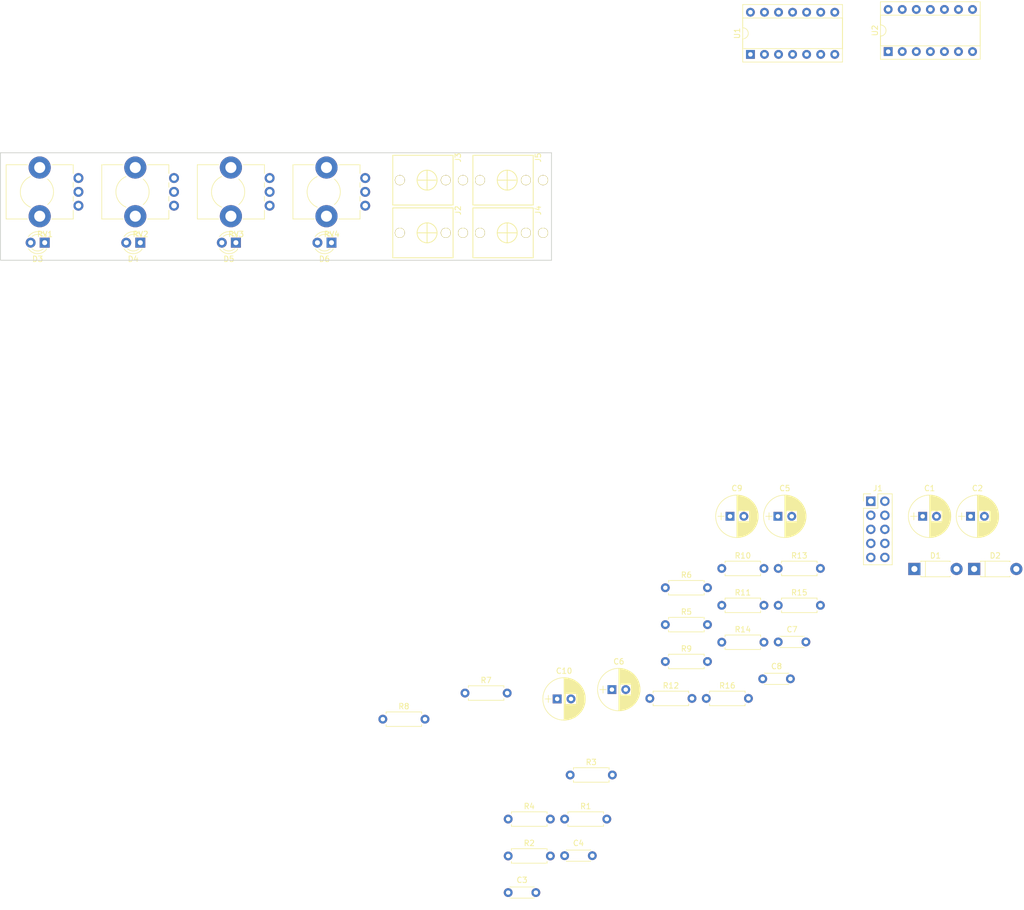
<source format=kicad_pcb>
(kicad_pcb (version 4) (host pcbnew 4.0.6)

  (general
    (links 91)
    (no_connects 91)
    (area 81.331999 48.184999 181.050001 67.766001)
    (thickness 1.6)
    (drawings 4)
    (tracks 0)
    (zones 0)
    (modules 43)
    (nets 36)
  )

  (page A4)
  (title_block
    (title Slomo)
    (date 2017-09-08)
    (rev v1.0)
    (company Rotherrie)
    (comment 1 "Leon van Bokhorst")
  )

  (layers
    (0 F.Cu signal)
    (31 B.Cu signal)
    (32 B.Adhes user)
    (33 F.Adhes user)
    (34 B.Paste user)
    (35 F.Paste user)
    (36 B.SilkS user)
    (37 F.SilkS user)
    (38 B.Mask user)
    (39 F.Mask user)
    (40 Dwgs.User user)
    (41 Cmts.User user)
    (42 Eco1.User user)
    (43 Eco2.User user)
    (44 Edge.Cuts user)
    (45 Margin user)
    (46 B.CrtYd user)
    (47 F.CrtYd user)
    (48 B.Fab user)
    (49 F.Fab user)
  )

  (setup
    (last_trace_width 0.25)
    (trace_clearance 0.2)
    (zone_clearance 0.508)
    (zone_45_only no)
    (trace_min 0.2)
    (segment_width 0.2)
    (edge_width 0.15)
    (via_size 0.6)
    (via_drill 0.4)
    (via_min_size 0.4)
    (via_min_drill 0.3)
    (uvia_size 0.3)
    (uvia_drill 0.1)
    (uvias_allowed no)
    (uvia_min_size 0.2)
    (uvia_min_drill 0.1)
    (pcb_text_width 0.3)
    (pcb_text_size 1.5 1.5)
    (mod_edge_width 0.15)
    (mod_text_size 1 1)
    (mod_text_width 0.15)
    (pad_size 1.524 1.524)
    (pad_drill 0.762)
    (pad_to_mask_clearance 0.2)
    (aux_axis_origin 0 0)
    (visible_elements FFFEFF7F)
    (pcbplotparams
      (layerselection 0x00030_80000001)
      (usegerberextensions false)
      (excludeedgelayer true)
      (linewidth 0.100000)
      (plotframeref false)
      (viasonmask false)
      (mode 1)
      (useauxorigin false)
      (hpglpennumber 1)
      (hpglpenspeed 20)
      (hpglpendiameter 15)
      (hpglpenoverlay 2)
      (psnegative false)
      (psa4output false)
      (plotreference true)
      (plotvalue true)
      (plotinvisibletext false)
      (padsonsilk false)
      (subtractmaskfromsilk false)
      (outputformat 1)
      (mirror false)
      (drillshape 1)
      (scaleselection 1)
      (outputdirectory ""))
  )

  (net 0 "")
  (net 1 VCC)
  (net 2 GND)
  (net 3 VEE)
  (net 4 "Net-(C5-Pad1)")
  (net 5 "Net-(C6-Pad1)")
  (net 6 "Net-(C9-Pad1)")
  (net 7 "Net-(C10-Pad1)")
  (net 8 "Net-(D3-Pad1)")
  (net 9 "Net-(D3-Pad2)")
  (net 10 "Net-(D4-Pad1)")
  (net 11 "Net-(D4-Pad2)")
  (net 12 "Net-(D5-Pad1)")
  (net 13 "Net-(D5-Pad2)")
  (net 14 "Net-(D6-Pad1)")
  (net 15 "Net-(D6-Pad2)")
  (net 16 "Net-(J2-Pad2)")
  (net 17 WAVE1)
  (net 18 "Net-(J3-Pad2)")
  (net 19 WAVE2)
  (net 20 "Net-(J4-Pad2)")
  (net 21 WAVE3)
  (net 22 "Net-(J5-Pad2)")
  (net 23 WAVE4)
  (net 24 "Net-(R5-Pad1)")
  (net 25 "Net-(R10-Pad2)")
  (net 26 "Net-(R7-Pad2)")
  (net 27 "Net-(R8-Pad2)")
  (net 28 "Net-(R9-Pad1)")
  (net 29 "Net-(R10-Pad1)")
  (net 30 "Net-(R11-Pad1)")
  (net 31 "Net-(R12-Pad2)")
  (net 32 "Net-(R13-Pad1)")
  (net 33 "Net-(R14-Pad1)")
  (net 34 "Net-(R15-Pad2)")
  (net 35 "Net-(R16-Pad1)")

  (net_class Default "This is the default net class."
    (clearance 0.2)
    (trace_width 0.25)
    (via_dia 0.6)
    (via_drill 0.4)
    (uvia_dia 0.3)
    (uvia_drill 0.1)
    (add_net GND)
    (add_net "Net-(C10-Pad1)")
    (add_net "Net-(C5-Pad1)")
    (add_net "Net-(C6-Pad1)")
    (add_net "Net-(C9-Pad1)")
    (add_net "Net-(D3-Pad1)")
    (add_net "Net-(D3-Pad2)")
    (add_net "Net-(D4-Pad1)")
    (add_net "Net-(D4-Pad2)")
    (add_net "Net-(D5-Pad1)")
    (add_net "Net-(D5-Pad2)")
    (add_net "Net-(D6-Pad1)")
    (add_net "Net-(D6-Pad2)")
    (add_net "Net-(J2-Pad2)")
    (add_net "Net-(J3-Pad2)")
    (add_net "Net-(J4-Pad2)")
    (add_net "Net-(J5-Pad2)")
    (add_net "Net-(R10-Pad1)")
    (add_net "Net-(R10-Pad2)")
    (add_net "Net-(R11-Pad1)")
    (add_net "Net-(R12-Pad2)")
    (add_net "Net-(R13-Pad1)")
    (add_net "Net-(R14-Pad1)")
    (add_net "Net-(R15-Pad2)")
    (add_net "Net-(R16-Pad1)")
    (add_net "Net-(R5-Pad1)")
    (add_net "Net-(R7-Pad2)")
    (add_net "Net-(R8-Pad2)")
    (add_net "Net-(R9-Pad1)")
    (add_net VCC)
    (add_net VEE)
    (add_net WAVE1)
    (add_net WAVE2)
    (add_net WAVE3)
    (add_net WAVE4)
  )

  (module Capacitors_THT:CP_Radial_D7.5mm_P2.50mm (layer F.Cu) (tedit 597BC7C2) (tstamp 59B28D9E)
    (at 248.040001 113.985)
    (descr "CP, Radial series, Radial, pin pitch=2.50mm, , diameter=7.5mm, Electrolytic Capacitor")
    (tags "CP Radial series Radial pin pitch 2.50mm  diameter 7.5mm Electrolytic Capacitor")
    (path /59B14CBF)
    (fp_text reference C1 (at 1.25 -5.06) (layer F.SilkS)
      (effects (font (size 1 1) (thickness 0.15)))
    )
    (fp_text value 22uF (at 1.25 5.06) (layer F.Fab)
      (effects (font (size 1 1) (thickness 0.15)))
    )
    (fp_circle (center 1.25 0) (end 5 0) (layer F.Fab) (width 0.1))
    (fp_circle (center 1.25 0) (end 5.09 0) (layer F.SilkS) (width 0.12))
    (fp_line (start -2.2 0) (end -1 0) (layer F.Fab) (width 0.1))
    (fp_line (start -1.6 -0.65) (end -1.6 0.65) (layer F.Fab) (width 0.1))
    (fp_line (start 1.25 -3.8) (end 1.25 3.8) (layer F.SilkS) (width 0.12))
    (fp_line (start 1.29 -3.8) (end 1.29 3.8) (layer F.SilkS) (width 0.12))
    (fp_line (start 1.33 -3.8) (end 1.33 3.8) (layer F.SilkS) (width 0.12))
    (fp_line (start 1.37 -3.799) (end 1.37 3.799) (layer F.SilkS) (width 0.12))
    (fp_line (start 1.41 -3.797) (end 1.41 3.797) (layer F.SilkS) (width 0.12))
    (fp_line (start 1.45 -3.795) (end 1.45 3.795) (layer F.SilkS) (width 0.12))
    (fp_line (start 1.49 -3.793) (end 1.49 3.793) (layer F.SilkS) (width 0.12))
    (fp_line (start 1.53 -3.79) (end 1.53 -0.98) (layer F.SilkS) (width 0.12))
    (fp_line (start 1.53 0.98) (end 1.53 3.79) (layer F.SilkS) (width 0.12))
    (fp_line (start 1.57 -3.787) (end 1.57 -0.98) (layer F.SilkS) (width 0.12))
    (fp_line (start 1.57 0.98) (end 1.57 3.787) (layer F.SilkS) (width 0.12))
    (fp_line (start 1.61 -3.784) (end 1.61 -0.98) (layer F.SilkS) (width 0.12))
    (fp_line (start 1.61 0.98) (end 1.61 3.784) (layer F.SilkS) (width 0.12))
    (fp_line (start 1.65 -3.78) (end 1.65 -0.98) (layer F.SilkS) (width 0.12))
    (fp_line (start 1.65 0.98) (end 1.65 3.78) (layer F.SilkS) (width 0.12))
    (fp_line (start 1.69 -3.775) (end 1.69 -0.98) (layer F.SilkS) (width 0.12))
    (fp_line (start 1.69 0.98) (end 1.69 3.775) (layer F.SilkS) (width 0.12))
    (fp_line (start 1.73 -3.77) (end 1.73 -0.98) (layer F.SilkS) (width 0.12))
    (fp_line (start 1.73 0.98) (end 1.73 3.77) (layer F.SilkS) (width 0.12))
    (fp_line (start 1.77 -3.765) (end 1.77 -0.98) (layer F.SilkS) (width 0.12))
    (fp_line (start 1.77 0.98) (end 1.77 3.765) (layer F.SilkS) (width 0.12))
    (fp_line (start 1.81 -3.759) (end 1.81 -0.98) (layer F.SilkS) (width 0.12))
    (fp_line (start 1.81 0.98) (end 1.81 3.759) (layer F.SilkS) (width 0.12))
    (fp_line (start 1.85 -3.753) (end 1.85 -0.98) (layer F.SilkS) (width 0.12))
    (fp_line (start 1.85 0.98) (end 1.85 3.753) (layer F.SilkS) (width 0.12))
    (fp_line (start 1.89 -3.747) (end 1.89 -0.98) (layer F.SilkS) (width 0.12))
    (fp_line (start 1.89 0.98) (end 1.89 3.747) (layer F.SilkS) (width 0.12))
    (fp_line (start 1.93 -3.74) (end 1.93 -0.98) (layer F.SilkS) (width 0.12))
    (fp_line (start 1.93 0.98) (end 1.93 3.74) (layer F.SilkS) (width 0.12))
    (fp_line (start 1.971 -3.732) (end 1.971 -0.98) (layer F.SilkS) (width 0.12))
    (fp_line (start 1.971 0.98) (end 1.971 3.732) (layer F.SilkS) (width 0.12))
    (fp_line (start 2.011 -3.725) (end 2.011 -0.98) (layer F.SilkS) (width 0.12))
    (fp_line (start 2.011 0.98) (end 2.011 3.725) (layer F.SilkS) (width 0.12))
    (fp_line (start 2.051 -3.716) (end 2.051 -0.98) (layer F.SilkS) (width 0.12))
    (fp_line (start 2.051 0.98) (end 2.051 3.716) (layer F.SilkS) (width 0.12))
    (fp_line (start 2.091 -3.707) (end 2.091 -0.98) (layer F.SilkS) (width 0.12))
    (fp_line (start 2.091 0.98) (end 2.091 3.707) (layer F.SilkS) (width 0.12))
    (fp_line (start 2.131 -3.698) (end 2.131 -0.98) (layer F.SilkS) (width 0.12))
    (fp_line (start 2.131 0.98) (end 2.131 3.698) (layer F.SilkS) (width 0.12))
    (fp_line (start 2.171 -3.689) (end 2.171 -0.98) (layer F.SilkS) (width 0.12))
    (fp_line (start 2.171 0.98) (end 2.171 3.689) (layer F.SilkS) (width 0.12))
    (fp_line (start 2.211 -3.679) (end 2.211 -0.98) (layer F.SilkS) (width 0.12))
    (fp_line (start 2.211 0.98) (end 2.211 3.679) (layer F.SilkS) (width 0.12))
    (fp_line (start 2.251 -3.668) (end 2.251 -0.98) (layer F.SilkS) (width 0.12))
    (fp_line (start 2.251 0.98) (end 2.251 3.668) (layer F.SilkS) (width 0.12))
    (fp_line (start 2.291 -3.657) (end 2.291 -0.98) (layer F.SilkS) (width 0.12))
    (fp_line (start 2.291 0.98) (end 2.291 3.657) (layer F.SilkS) (width 0.12))
    (fp_line (start 2.331 -3.645) (end 2.331 -0.98) (layer F.SilkS) (width 0.12))
    (fp_line (start 2.331 0.98) (end 2.331 3.645) (layer F.SilkS) (width 0.12))
    (fp_line (start 2.371 -3.634) (end 2.371 -0.98) (layer F.SilkS) (width 0.12))
    (fp_line (start 2.371 0.98) (end 2.371 3.634) (layer F.SilkS) (width 0.12))
    (fp_line (start 2.411 -3.621) (end 2.411 -0.98) (layer F.SilkS) (width 0.12))
    (fp_line (start 2.411 0.98) (end 2.411 3.621) (layer F.SilkS) (width 0.12))
    (fp_line (start 2.451 -3.608) (end 2.451 -0.98) (layer F.SilkS) (width 0.12))
    (fp_line (start 2.451 0.98) (end 2.451 3.608) (layer F.SilkS) (width 0.12))
    (fp_line (start 2.491 -3.595) (end 2.491 -0.98) (layer F.SilkS) (width 0.12))
    (fp_line (start 2.491 0.98) (end 2.491 3.595) (layer F.SilkS) (width 0.12))
    (fp_line (start 2.531 -3.581) (end 2.531 -0.98) (layer F.SilkS) (width 0.12))
    (fp_line (start 2.531 0.98) (end 2.531 3.581) (layer F.SilkS) (width 0.12))
    (fp_line (start 2.571 -3.566) (end 2.571 -0.98) (layer F.SilkS) (width 0.12))
    (fp_line (start 2.571 0.98) (end 2.571 3.566) (layer F.SilkS) (width 0.12))
    (fp_line (start 2.611 -3.552) (end 2.611 -0.98) (layer F.SilkS) (width 0.12))
    (fp_line (start 2.611 0.98) (end 2.611 3.552) (layer F.SilkS) (width 0.12))
    (fp_line (start 2.651 -3.536) (end 2.651 -0.98) (layer F.SilkS) (width 0.12))
    (fp_line (start 2.651 0.98) (end 2.651 3.536) (layer F.SilkS) (width 0.12))
    (fp_line (start 2.691 -3.52) (end 2.691 -0.98) (layer F.SilkS) (width 0.12))
    (fp_line (start 2.691 0.98) (end 2.691 3.52) (layer F.SilkS) (width 0.12))
    (fp_line (start 2.731 -3.504) (end 2.731 -0.98) (layer F.SilkS) (width 0.12))
    (fp_line (start 2.731 0.98) (end 2.731 3.504) (layer F.SilkS) (width 0.12))
    (fp_line (start 2.771 -3.487) (end 2.771 -0.98) (layer F.SilkS) (width 0.12))
    (fp_line (start 2.771 0.98) (end 2.771 3.487) (layer F.SilkS) (width 0.12))
    (fp_line (start 2.811 -3.469) (end 2.811 -0.98) (layer F.SilkS) (width 0.12))
    (fp_line (start 2.811 0.98) (end 2.811 3.469) (layer F.SilkS) (width 0.12))
    (fp_line (start 2.851 -3.451) (end 2.851 -0.98) (layer F.SilkS) (width 0.12))
    (fp_line (start 2.851 0.98) (end 2.851 3.451) (layer F.SilkS) (width 0.12))
    (fp_line (start 2.891 -3.433) (end 2.891 -0.98) (layer F.SilkS) (width 0.12))
    (fp_line (start 2.891 0.98) (end 2.891 3.433) (layer F.SilkS) (width 0.12))
    (fp_line (start 2.931 -3.413) (end 2.931 -0.98) (layer F.SilkS) (width 0.12))
    (fp_line (start 2.931 0.98) (end 2.931 3.413) (layer F.SilkS) (width 0.12))
    (fp_line (start 2.971 -3.394) (end 2.971 -0.98) (layer F.SilkS) (width 0.12))
    (fp_line (start 2.971 0.98) (end 2.971 3.394) (layer F.SilkS) (width 0.12))
    (fp_line (start 3.011 -3.373) (end 3.011 -0.98) (layer F.SilkS) (width 0.12))
    (fp_line (start 3.011 0.98) (end 3.011 3.373) (layer F.SilkS) (width 0.12))
    (fp_line (start 3.051 -3.352) (end 3.051 -0.98) (layer F.SilkS) (width 0.12))
    (fp_line (start 3.051 0.98) (end 3.051 3.352) (layer F.SilkS) (width 0.12))
    (fp_line (start 3.091 -3.331) (end 3.091 -0.98) (layer F.SilkS) (width 0.12))
    (fp_line (start 3.091 0.98) (end 3.091 3.331) (layer F.SilkS) (width 0.12))
    (fp_line (start 3.131 -3.309) (end 3.131 -0.98) (layer F.SilkS) (width 0.12))
    (fp_line (start 3.131 0.98) (end 3.131 3.309) (layer F.SilkS) (width 0.12))
    (fp_line (start 3.171 -3.286) (end 3.171 -0.98) (layer F.SilkS) (width 0.12))
    (fp_line (start 3.171 0.98) (end 3.171 3.286) (layer F.SilkS) (width 0.12))
    (fp_line (start 3.211 -3.263) (end 3.211 -0.98) (layer F.SilkS) (width 0.12))
    (fp_line (start 3.211 0.98) (end 3.211 3.263) (layer F.SilkS) (width 0.12))
    (fp_line (start 3.251 -3.239) (end 3.251 -0.98) (layer F.SilkS) (width 0.12))
    (fp_line (start 3.251 0.98) (end 3.251 3.239) (layer F.SilkS) (width 0.12))
    (fp_line (start 3.291 -3.214) (end 3.291 -0.98) (layer F.SilkS) (width 0.12))
    (fp_line (start 3.291 0.98) (end 3.291 3.214) (layer F.SilkS) (width 0.12))
    (fp_line (start 3.331 -3.188) (end 3.331 -0.98) (layer F.SilkS) (width 0.12))
    (fp_line (start 3.331 0.98) (end 3.331 3.188) (layer F.SilkS) (width 0.12))
    (fp_line (start 3.371 -3.162) (end 3.371 -0.98) (layer F.SilkS) (width 0.12))
    (fp_line (start 3.371 0.98) (end 3.371 3.162) (layer F.SilkS) (width 0.12))
    (fp_line (start 3.411 -3.135) (end 3.411 -0.98) (layer F.SilkS) (width 0.12))
    (fp_line (start 3.411 0.98) (end 3.411 3.135) (layer F.SilkS) (width 0.12))
    (fp_line (start 3.451 -3.108) (end 3.451 -0.98) (layer F.SilkS) (width 0.12))
    (fp_line (start 3.451 0.98) (end 3.451 3.108) (layer F.SilkS) (width 0.12))
    (fp_line (start 3.491 -3.079) (end 3.491 3.079) (layer F.SilkS) (width 0.12))
    (fp_line (start 3.531 -3.05) (end 3.531 3.05) (layer F.SilkS) (width 0.12))
    (fp_line (start 3.571 -3.02) (end 3.571 3.02) (layer F.SilkS) (width 0.12))
    (fp_line (start 3.611 -2.99) (end 3.611 2.99) (layer F.SilkS) (width 0.12))
    (fp_line (start 3.651 -2.958) (end 3.651 2.958) (layer F.SilkS) (width 0.12))
    (fp_line (start 3.691 -2.926) (end 3.691 2.926) (layer F.SilkS) (width 0.12))
    (fp_line (start 3.731 -2.892) (end 3.731 2.892) (layer F.SilkS) (width 0.12))
    (fp_line (start 3.771 -2.858) (end 3.771 2.858) (layer F.SilkS) (width 0.12))
    (fp_line (start 3.811 -2.823) (end 3.811 2.823) (layer F.SilkS) (width 0.12))
    (fp_line (start 3.851 -2.786) (end 3.851 2.786) (layer F.SilkS) (width 0.12))
    (fp_line (start 3.891 -2.749) (end 3.891 2.749) (layer F.SilkS) (width 0.12))
    (fp_line (start 3.931 -2.711) (end 3.931 2.711) (layer F.SilkS) (width 0.12))
    (fp_line (start 3.971 -2.671) (end 3.971 2.671) (layer F.SilkS) (width 0.12))
    (fp_line (start 4.011 -2.63) (end 4.011 2.63) (layer F.SilkS) (width 0.12))
    (fp_line (start 4.051 -2.588) (end 4.051 2.588) (layer F.SilkS) (width 0.12))
    (fp_line (start 4.091 -2.545) (end 4.091 2.545) (layer F.SilkS) (width 0.12))
    (fp_line (start 4.131 -2.5) (end 4.131 2.5) (layer F.SilkS) (width 0.12))
    (fp_line (start 4.171 -2.454) (end 4.171 2.454) (layer F.SilkS) (width 0.12))
    (fp_line (start 4.211 -2.407) (end 4.211 2.407) (layer F.SilkS) (width 0.12))
    (fp_line (start 4.251 -2.357) (end 4.251 2.357) (layer F.SilkS) (width 0.12))
    (fp_line (start 4.291 -2.307) (end 4.291 2.307) (layer F.SilkS) (width 0.12))
    (fp_line (start 4.331 -2.254) (end 4.331 2.254) (layer F.SilkS) (width 0.12))
    (fp_line (start 4.371 -2.199) (end 4.371 2.199) (layer F.SilkS) (width 0.12))
    (fp_line (start 4.411 -2.142) (end 4.411 2.142) (layer F.SilkS) (width 0.12))
    (fp_line (start 4.451 -2.083) (end 4.451 2.083) (layer F.SilkS) (width 0.12))
    (fp_line (start 4.491 -2.022) (end 4.491 2.022) (layer F.SilkS) (width 0.12))
    (fp_line (start 4.531 -1.957) (end 4.531 1.957) (layer F.SilkS) (width 0.12))
    (fp_line (start 4.571 -1.89) (end 4.571 1.89) (layer F.SilkS) (width 0.12))
    (fp_line (start 4.611 -1.82) (end 4.611 1.82) (layer F.SilkS) (width 0.12))
    (fp_line (start 4.651 -1.745) (end 4.651 1.745) (layer F.SilkS) (width 0.12))
    (fp_line (start 4.691 -1.667) (end 4.691 1.667) (layer F.SilkS) (width 0.12))
    (fp_line (start 4.731 -1.584) (end 4.731 1.584) (layer F.SilkS) (width 0.12))
    (fp_line (start 4.771 -1.495) (end 4.771 1.495) (layer F.SilkS) (width 0.12))
    (fp_line (start 4.811 -1.4) (end 4.811 1.4) (layer F.SilkS) (width 0.12))
    (fp_line (start 4.851 -1.297) (end 4.851 1.297) (layer F.SilkS) (width 0.12))
    (fp_line (start 4.891 -1.184) (end 4.891 1.184) (layer F.SilkS) (width 0.12))
    (fp_line (start 4.931 -1.057) (end 4.931 1.057) (layer F.SilkS) (width 0.12))
    (fp_line (start 4.971 -0.913) (end 4.971 0.913) (layer F.SilkS) (width 0.12))
    (fp_line (start 5.011 -0.74) (end 5.011 0.74) (layer F.SilkS) (width 0.12))
    (fp_line (start 5.051 -0.513) (end 5.051 0.513) (layer F.SilkS) (width 0.12))
    (fp_line (start -2.2 0) (end -1 0) (layer F.SilkS) (width 0.12))
    (fp_line (start -1.6 -0.65) (end -1.6 0.65) (layer F.SilkS) (width 0.12))
    (fp_line (start -2.85 -4.1) (end -2.85 4.1) (layer F.CrtYd) (width 0.05))
    (fp_line (start -2.85 4.1) (end 5.35 4.1) (layer F.CrtYd) (width 0.05))
    (fp_line (start 5.35 4.1) (end 5.35 -4.1) (layer F.CrtYd) (width 0.05))
    (fp_line (start 5.35 -4.1) (end -2.85 -4.1) (layer F.CrtYd) (width 0.05))
    (fp_text user %R (at 1.25 0) (layer F.Fab)
      (effects (font (size 1 1) (thickness 0.15)))
    )
    (pad 1 thru_hole rect (at 0 0) (size 1.6 1.6) (drill 0.8) (layers *.Cu *.Mask)
      (net 1 VCC))
    (pad 2 thru_hole circle (at 2.5 0) (size 1.6 1.6) (drill 0.8) (layers *.Cu *.Mask)
      (net 2 GND))
    (model ${KISYS3DMOD}/Capacitors_THT.3dshapes/CP_Radial_D7.5mm_P2.50mm.wrl
      (at (xyz 0 0 0))
      (scale (xyz 1 1 1))
      (rotate (xyz 0 0 0))
    )
  )

  (module Capacitors_THT:CP_Radial_D7.5mm_P2.50mm (layer F.Cu) (tedit 597BC7C2) (tstamp 59B28DA4)
    (at 256.690001 113.985)
    (descr "CP, Radial series, Radial, pin pitch=2.50mm, , diameter=7.5mm, Electrolytic Capacitor")
    (tags "CP Radial series Radial pin pitch 2.50mm  diameter 7.5mm Electrolytic Capacitor")
    (path /59B14CF3)
    (fp_text reference C2 (at 1.25 -5.06) (layer F.SilkS)
      (effects (font (size 1 1) (thickness 0.15)))
    )
    (fp_text value 22uF (at 1.25 5.06) (layer F.Fab)
      (effects (font (size 1 1) (thickness 0.15)))
    )
    (fp_circle (center 1.25 0) (end 5 0) (layer F.Fab) (width 0.1))
    (fp_circle (center 1.25 0) (end 5.09 0) (layer F.SilkS) (width 0.12))
    (fp_line (start -2.2 0) (end -1 0) (layer F.Fab) (width 0.1))
    (fp_line (start -1.6 -0.65) (end -1.6 0.65) (layer F.Fab) (width 0.1))
    (fp_line (start 1.25 -3.8) (end 1.25 3.8) (layer F.SilkS) (width 0.12))
    (fp_line (start 1.29 -3.8) (end 1.29 3.8) (layer F.SilkS) (width 0.12))
    (fp_line (start 1.33 -3.8) (end 1.33 3.8) (layer F.SilkS) (width 0.12))
    (fp_line (start 1.37 -3.799) (end 1.37 3.799) (layer F.SilkS) (width 0.12))
    (fp_line (start 1.41 -3.797) (end 1.41 3.797) (layer F.SilkS) (width 0.12))
    (fp_line (start 1.45 -3.795) (end 1.45 3.795) (layer F.SilkS) (width 0.12))
    (fp_line (start 1.49 -3.793) (end 1.49 3.793) (layer F.SilkS) (width 0.12))
    (fp_line (start 1.53 -3.79) (end 1.53 -0.98) (layer F.SilkS) (width 0.12))
    (fp_line (start 1.53 0.98) (end 1.53 3.79) (layer F.SilkS) (width 0.12))
    (fp_line (start 1.57 -3.787) (end 1.57 -0.98) (layer F.SilkS) (width 0.12))
    (fp_line (start 1.57 0.98) (end 1.57 3.787) (layer F.SilkS) (width 0.12))
    (fp_line (start 1.61 -3.784) (end 1.61 -0.98) (layer F.SilkS) (width 0.12))
    (fp_line (start 1.61 0.98) (end 1.61 3.784) (layer F.SilkS) (width 0.12))
    (fp_line (start 1.65 -3.78) (end 1.65 -0.98) (layer F.SilkS) (width 0.12))
    (fp_line (start 1.65 0.98) (end 1.65 3.78) (layer F.SilkS) (width 0.12))
    (fp_line (start 1.69 -3.775) (end 1.69 -0.98) (layer F.SilkS) (width 0.12))
    (fp_line (start 1.69 0.98) (end 1.69 3.775) (layer F.SilkS) (width 0.12))
    (fp_line (start 1.73 -3.77) (end 1.73 -0.98) (layer F.SilkS) (width 0.12))
    (fp_line (start 1.73 0.98) (end 1.73 3.77) (layer F.SilkS) (width 0.12))
    (fp_line (start 1.77 -3.765) (end 1.77 -0.98) (layer F.SilkS) (width 0.12))
    (fp_line (start 1.77 0.98) (end 1.77 3.765) (layer F.SilkS) (width 0.12))
    (fp_line (start 1.81 -3.759) (end 1.81 -0.98) (layer F.SilkS) (width 0.12))
    (fp_line (start 1.81 0.98) (end 1.81 3.759) (layer F.SilkS) (width 0.12))
    (fp_line (start 1.85 -3.753) (end 1.85 -0.98) (layer F.SilkS) (width 0.12))
    (fp_line (start 1.85 0.98) (end 1.85 3.753) (layer F.SilkS) (width 0.12))
    (fp_line (start 1.89 -3.747) (end 1.89 -0.98) (layer F.SilkS) (width 0.12))
    (fp_line (start 1.89 0.98) (end 1.89 3.747) (layer F.SilkS) (width 0.12))
    (fp_line (start 1.93 -3.74) (end 1.93 -0.98) (layer F.SilkS) (width 0.12))
    (fp_line (start 1.93 0.98) (end 1.93 3.74) (layer F.SilkS) (width 0.12))
    (fp_line (start 1.971 -3.732) (end 1.971 -0.98) (layer F.SilkS) (width 0.12))
    (fp_line (start 1.971 0.98) (end 1.971 3.732) (layer F.SilkS) (width 0.12))
    (fp_line (start 2.011 -3.725) (end 2.011 -0.98) (layer F.SilkS) (width 0.12))
    (fp_line (start 2.011 0.98) (end 2.011 3.725) (layer F.SilkS) (width 0.12))
    (fp_line (start 2.051 -3.716) (end 2.051 -0.98) (layer F.SilkS) (width 0.12))
    (fp_line (start 2.051 0.98) (end 2.051 3.716) (layer F.SilkS) (width 0.12))
    (fp_line (start 2.091 -3.707) (end 2.091 -0.98) (layer F.SilkS) (width 0.12))
    (fp_line (start 2.091 0.98) (end 2.091 3.707) (layer F.SilkS) (width 0.12))
    (fp_line (start 2.131 -3.698) (end 2.131 -0.98) (layer F.SilkS) (width 0.12))
    (fp_line (start 2.131 0.98) (end 2.131 3.698) (layer F.SilkS) (width 0.12))
    (fp_line (start 2.171 -3.689) (end 2.171 -0.98) (layer F.SilkS) (width 0.12))
    (fp_line (start 2.171 0.98) (end 2.171 3.689) (layer F.SilkS) (width 0.12))
    (fp_line (start 2.211 -3.679) (end 2.211 -0.98) (layer F.SilkS) (width 0.12))
    (fp_line (start 2.211 0.98) (end 2.211 3.679) (layer F.SilkS) (width 0.12))
    (fp_line (start 2.251 -3.668) (end 2.251 -0.98) (layer F.SilkS) (width 0.12))
    (fp_line (start 2.251 0.98) (end 2.251 3.668) (layer F.SilkS) (width 0.12))
    (fp_line (start 2.291 -3.657) (end 2.291 -0.98) (layer F.SilkS) (width 0.12))
    (fp_line (start 2.291 0.98) (end 2.291 3.657) (layer F.SilkS) (width 0.12))
    (fp_line (start 2.331 -3.645) (end 2.331 -0.98) (layer F.SilkS) (width 0.12))
    (fp_line (start 2.331 0.98) (end 2.331 3.645) (layer F.SilkS) (width 0.12))
    (fp_line (start 2.371 -3.634) (end 2.371 -0.98) (layer F.SilkS) (width 0.12))
    (fp_line (start 2.371 0.98) (end 2.371 3.634) (layer F.SilkS) (width 0.12))
    (fp_line (start 2.411 -3.621) (end 2.411 -0.98) (layer F.SilkS) (width 0.12))
    (fp_line (start 2.411 0.98) (end 2.411 3.621) (layer F.SilkS) (width 0.12))
    (fp_line (start 2.451 -3.608) (end 2.451 -0.98) (layer F.SilkS) (width 0.12))
    (fp_line (start 2.451 0.98) (end 2.451 3.608) (layer F.SilkS) (width 0.12))
    (fp_line (start 2.491 -3.595) (end 2.491 -0.98) (layer F.SilkS) (width 0.12))
    (fp_line (start 2.491 0.98) (end 2.491 3.595) (layer F.SilkS) (width 0.12))
    (fp_line (start 2.531 -3.581) (end 2.531 -0.98) (layer F.SilkS) (width 0.12))
    (fp_line (start 2.531 0.98) (end 2.531 3.581) (layer F.SilkS) (width 0.12))
    (fp_line (start 2.571 -3.566) (end 2.571 -0.98) (layer F.SilkS) (width 0.12))
    (fp_line (start 2.571 0.98) (end 2.571 3.566) (layer F.SilkS) (width 0.12))
    (fp_line (start 2.611 -3.552) (end 2.611 -0.98) (layer F.SilkS) (width 0.12))
    (fp_line (start 2.611 0.98) (end 2.611 3.552) (layer F.SilkS) (width 0.12))
    (fp_line (start 2.651 -3.536) (end 2.651 -0.98) (layer F.SilkS) (width 0.12))
    (fp_line (start 2.651 0.98) (end 2.651 3.536) (layer F.SilkS) (width 0.12))
    (fp_line (start 2.691 -3.52) (end 2.691 -0.98) (layer F.SilkS) (width 0.12))
    (fp_line (start 2.691 0.98) (end 2.691 3.52) (layer F.SilkS) (width 0.12))
    (fp_line (start 2.731 -3.504) (end 2.731 -0.98) (layer F.SilkS) (width 0.12))
    (fp_line (start 2.731 0.98) (end 2.731 3.504) (layer F.SilkS) (width 0.12))
    (fp_line (start 2.771 -3.487) (end 2.771 -0.98) (layer F.SilkS) (width 0.12))
    (fp_line (start 2.771 0.98) (end 2.771 3.487) (layer F.SilkS) (width 0.12))
    (fp_line (start 2.811 -3.469) (end 2.811 -0.98) (layer F.SilkS) (width 0.12))
    (fp_line (start 2.811 0.98) (end 2.811 3.469) (layer F.SilkS) (width 0.12))
    (fp_line (start 2.851 -3.451) (end 2.851 -0.98) (layer F.SilkS) (width 0.12))
    (fp_line (start 2.851 0.98) (end 2.851 3.451) (layer F.SilkS) (width 0.12))
    (fp_line (start 2.891 -3.433) (end 2.891 -0.98) (layer F.SilkS) (width 0.12))
    (fp_line (start 2.891 0.98) (end 2.891 3.433) (layer F.SilkS) (width 0.12))
    (fp_line (start 2.931 -3.413) (end 2.931 -0.98) (layer F.SilkS) (width 0.12))
    (fp_line (start 2.931 0.98) (end 2.931 3.413) (layer F.SilkS) (width 0.12))
    (fp_line (start 2.971 -3.394) (end 2.971 -0.98) (layer F.SilkS) (width 0.12))
    (fp_line (start 2.971 0.98) (end 2.971 3.394) (layer F.SilkS) (width 0.12))
    (fp_line (start 3.011 -3.373) (end 3.011 -0.98) (layer F.SilkS) (width 0.12))
    (fp_line (start 3.011 0.98) (end 3.011 3.373) (layer F.SilkS) (width 0.12))
    (fp_line (start 3.051 -3.352) (end 3.051 -0.98) (layer F.SilkS) (width 0.12))
    (fp_line (start 3.051 0.98) (end 3.051 3.352) (layer F.SilkS) (width 0.12))
    (fp_line (start 3.091 -3.331) (end 3.091 -0.98) (layer F.SilkS) (width 0.12))
    (fp_line (start 3.091 0.98) (end 3.091 3.331) (layer F.SilkS) (width 0.12))
    (fp_line (start 3.131 -3.309) (end 3.131 -0.98) (layer F.SilkS) (width 0.12))
    (fp_line (start 3.131 0.98) (end 3.131 3.309) (layer F.SilkS) (width 0.12))
    (fp_line (start 3.171 -3.286) (end 3.171 -0.98) (layer F.SilkS) (width 0.12))
    (fp_line (start 3.171 0.98) (end 3.171 3.286) (layer F.SilkS) (width 0.12))
    (fp_line (start 3.211 -3.263) (end 3.211 -0.98) (layer F.SilkS) (width 0.12))
    (fp_line (start 3.211 0.98) (end 3.211 3.263) (layer F.SilkS) (width 0.12))
    (fp_line (start 3.251 -3.239) (end 3.251 -0.98) (layer F.SilkS) (width 0.12))
    (fp_line (start 3.251 0.98) (end 3.251 3.239) (layer F.SilkS) (width 0.12))
    (fp_line (start 3.291 -3.214) (end 3.291 -0.98) (layer F.SilkS) (width 0.12))
    (fp_line (start 3.291 0.98) (end 3.291 3.214) (layer F.SilkS) (width 0.12))
    (fp_line (start 3.331 -3.188) (end 3.331 -0.98) (layer F.SilkS) (width 0.12))
    (fp_line (start 3.331 0.98) (end 3.331 3.188) (layer F.SilkS) (width 0.12))
    (fp_line (start 3.371 -3.162) (end 3.371 -0.98) (layer F.SilkS) (width 0.12))
    (fp_line (start 3.371 0.98) (end 3.371 3.162) (layer F.SilkS) (width 0.12))
    (fp_line (start 3.411 -3.135) (end 3.411 -0.98) (layer F.SilkS) (width 0.12))
    (fp_line (start 3.411 0.98) (end 3.411 3.135) (layer F.SilkS) (width 0.12))
    (fp_line (start 3.451 -3.108) (end 3.451 -0.98) (layer F.SilkS) (width 0.12))
    (fp_line (start 3.451 0.98) (end 3.451 3.108) (layer F.SilkS) (width 0.12))
    (fp_line (start 3.491 -3.079) (end 3.491 3.079) (layer F.SilkS) (width 0.12))
    (fp_line (start 3.531 -3.05) (end 3.531 3.05) (layer F.SilkS) (width 0.12))
    (fp_line (start 3.571 -3.02) (end 3.571 3.02) (layer F.SilkS) (width 0.12))
    (fp_line (start 3.611 -2.99) (end 3.611 2.99) (layer F.SilkS) (width 0.12))
    (fp_line (start 3.651 -2.958) (end 3.651 2.958) (layer F.SilkS) (width 0.12))
    (fp_line (start 3.691 -2.926) (end 3.691 2.926) (layer F.SilkS) (width 0.12))
    (fp_line (start 3.731 -2.892) (end 3.731 2.892) (layer F.SilkS) (width 0.12))
    (fp_line (start 3.771 -2.858) (end 3.771 2.858) (layer F.SilkS) (width 0.12))
    (fp_line (start 3.811 -2.823) (end 3.811 2.823) (layer F.SilkS) (width 0.12))
    (fp_line (start 3.851 -2.786) (end 3.851 2.786) (layer F.SilkS) (width 0.12))
    (fp_line (start 3.891 -2.749) (end 3.891 2.749) (layer F.SilkS) (width 0.12))
    (fp_line (start 3.931 -2.711) (end 3.931 2.711) (layer F.SilkS) (width 0.12))
    (fp_line (start 3.971 -2.671) (end 3.971 2.671) (layer F.SilkS) (width 0.12))
    (fp_line (start 4.011 -2.63) (end 4.011 2.63) (layer F.SilkS) (width 0.12))
    (fp_line (start 4.051 -2.588) (end 4.051 2.588) (layer F.SilkS) (width 0.12))
    (fp_line (start 4.091 -2.545) (end 4.091 2.545) (layer F.SilkS) (width 0.12))
    (fp_line (start 4.131 -2.5) (end 4.131 2.5) (layer F.SilkS) (width 0.12))
    (fp_line (start 4.171 -2.454) (end 4.171 2.454) (layer F.SilkS) (width 0.12))
    (fp_line (start 4.211 -2.407) (end 4.211 2.407) (layer F.SilkS) (width 0.12))
    (fp_line (start 4.251 -2.357) (end 4.251 2.357) (layer F.SilkS) (width 0.12))
    (fp_line (start 4.291 -2.307) (end 4.291 2.307) (layer F.SilkS) (width 0.12))
    (fp_line (start 4.331 -2.254) (end 4.331 2.254) (layer F.SilkS) (width 0.12))
    (fp_line (start 4.371 -2.199) (end 4.371 2.199) (layer F.SilkS) (width 0.12))
    (fp_line (start 4.411 -2.142) (end 4.411 2.142) (layer F.SilkS) (width 0.12))
    (fp_line (start 4.451 -2.083) (end 4.451 2.083) (layer F.SilkS) (width 0.12))
    (fp_line (start 4.491 -2.022) (end 4.491 2.022) (layer F.SilkS) (width 0.12))
    (fp_line (start 4.531 -1.957) (end 4.531 1.957) (layer F.SilkS) (width 0.12))
    (fp_line (start 4.571 -1.89) (end 4.571 1.89) (layer F.SilkS) (width 0.12))
    (fp_line (start 4.611 -1.82) (end 4.611 1.82) (layer F.SilkS) (width 0.12))
    (fp_line (start 4.651 -1.745) (end 4.651 1.745) (layer F.SilkS) (width 0.12))
    (fp_line (start 4.691 -1.667) (end 4.691 1.667) (layer F.SilkS) (width 0.12))
    (fp_line (start 4.731 -1.584) (end 4.731 1.584) (layer F.SilkS) (width 0.12))
    (fp_line (start 4.771 -1.495) (end 4.771 1.495) (layer F.SilkS) (width 0.12))
    (fp_line (start 4.811 -1.4) (end 4.811 1.4) (layer F.SilkS) (width 0.12))
    (fp_line (start 4.851 -1.297) (end 4.851 1.297) (layer F.SilkS) (width 0.12))
    (fp_line (start 4.891 -1.184) (end 4.891 1.184) (layer F.SilkS) (width 0.12))
    (fp_line (start 4.931 -1.057) (end 4.931 1.057) (layer F.SilkS) (width 0.12))
    (fp_line (start 4.971 -0.913) (end 4.971 0.913) (layer F.SilkS) (width 0.12))
    (fp_line (start 5.011 -0.74) (end 5.011 0.74) (layer F.SilkS) (width 0.12))
    (fp_line (start 5.051 -0.513) (end 5.051 0.513) (layer F.SilkS) (width 0.12))
    (fp_line (start -2.2 0) (end -1 0) (layer F.SilkS) (width 0.12))
    (fp_line (start -1.6 -0.65) (end -1.6 0.65) (layer F.SilkS) (width 0.12))
    (fp_line (start -2.85 -4.1) (end -2.85 4.1) (layer F.CrtYd) (width 0.05))
    (fp_line (start -2.85 4.1) (end 5.35 4.1) (layer F.CrtYd) (width 0.05))
    (fp_line (start 5.35 4.1) (end 5.35 -4.1) (layer F.CrtYd) (width 0.05))
    (fp_line (start 5.35 -4.1) (end -2.85 -4.1) (layer F.CrtYd) (width 0.05))
    (fp_text user %R (at 1.25 0) (layer F.Fab)
      (effects (font (size 1 1) (thickness 0.15)))
    )
    (pad 1 thru_hole rect (at 0 0) (size 1.6 1.6) (drill 0.8) (layers *.Cu *.Mask)
      (net 2 GND))
    (pad 2 thru_hole circle (at 2.5 0) (size 1.6 1.6) (drill 0.8) (layers *.Cu *.Mask)
      (net 3 VEE))
    (model ${KISYS3DMOD}/Capacitors_THT.3dshapes/CP_Radial_D7.5mm_P2.50mm.wrl
      (at (xyz 0 0 0))
      (scale (xyz 1 1 1))
      (rotate (xyz 0 0 0))
    )
  )

  (module Capacitors_THT:C_Disc_D4.3mm_W1.9mm_P5.00mm (layer F.Cu) (tedit 597BC7C2) (tstamp 59B28DAA)
    (at 173.150001 182.005)
    (descr "C, Disc series, Radial, pin pitch=5.00mm, , diameter*width=4.3*1.9mm^2, Capacitor, http://www.vishay.com/docs/45233/krseries.pdf")
    (tags "C Disc series Radial pin pitch 5.00mm  diameter 4.3mm width 1.9mm Capacitor")
    (path /59B1533E/59B15D4F)
    (fp_text reference C3 (at 2.5 -2.26) (layer F.SilkS)
      (effects (font (size 1 1) (thickness 0.15)))
    )
    (fp_text value 100nF (at 2.5 2.26) (layer F.Fab)
      (effects (font (size 1 1) (thickness 0.15)))
    )
    (fp_line (start 0.35 -0.95) (end 0.35 0.95) (layer F.Fab) (width 0.1))
    (fp_line (start 0.35 0.95) (end 4.65 0.95) (layer F.Fab) (width 0.1))
    (fp_line (start 4.65 0.95) (end 4.65 -0.95) (layer F.Fab) (width 0.1))
    (fp_line (start 4.65 -0.95) (end 0.35 -0.95) (layer F.Fab) (width 0.1))
    (fp_line (start 0.29 -1.01) (end 4.71 -1.01) (layer F.SilkS) (width 0.12))
    (fp_line (start 0.29 1.01) (end 4.71 1.01) (layer F.SilkS) (width 0.12))
    (fp_line (start 0.29 -1.01) (end 0.29 -0.996) (layer F.SilkS) (width 0.12))
    (fp_line (start 0.29 0.996) (end 0.29 1.01) (layer F.SilkS) (width 0.12))
    (fp_line (start 4.71 -1.01) (end 4.71 -0.996) (layer F.SilkS) (width 0.12))
    (fp_line (start 4.71 0.996) (end 4.71 1.01) (layer F.SilkS) (width 0.12))
    (fp_line (start -1.05 -1.3) (end -1.05 1.3) (layer F.CrtYd) (width 0.05))
    (fp_line (start -1.05 1.3) (end 6.05 1.3) (layer F.CrtYd) (width 0.05))
    (fp_line (start 6.05 1.3) (end 6.05 -1.3) (layer F.CrtYd) (width 0.05))
    (fp_line (start 6.05 -1.3) (end -1.05 -1.3) (layer F.CrtYd) (width 0.05))
    (fp_text user %R (at 2.5 0) (layer F.Fab)
      (effects (font (size 1 1) (thickness 0.15)))
    )
    (pad 1 thru_hole circle (at 0 0) (size 1.6 1.6) (drill 0.8) (layers *.Cu *.Mask)
      (net 2 GND))
    (pad 2 thru_hole circle (at 5 0) (size 1.6 1.6) (drill 0.8) (layers *.Cu *.Mask)
      (net 3 VEE))
    (model ${KISYS3DMOD}/Capacitors_THT.3dshapes/C_Disc_D4.3mm_W1.9mm_P5.00mm.wrl
      (at (xyz 0 0 0))
      (scale (xyz 1 1 1))
      (rotate (xyz 0 0 0))
    )
  )

  (module Capacitors_THT:C_Disc_D4.3mm_W1.9mm_P5.00mm (layer F.Cu) (tedit 597BC7C2) (tstamp 59B28DB0)
    (at 183.350001 175.335)
    (descr "C, Disc series, Radial, pin pitch=5.00mm, , diameter*width=4.3*1.9mm^2, Capacitor, http://www.vishay.com/docs/45233/krseries.pdf")
    (tags "C Disc series Radial pin pitch 5.00mm  diameter 4.3mm width 1.9mm Capacitor")
    (path /59B1533E/59B1615D)
    (fp_text reference C4 (at 2.5 -2.26) (layer F.SilkS)
      (effects (font (size 1 1) (thickness 0.15)))
    )
    (fp_text value 100nF (at 2.5 2.26) (layer F.Fab)
      (effects (font (size 1 1) (thickness 0.15)))
    )
    (fp_line (start 0.35 -0.95) (end 0.35 0.95) (layer F.Fab) (width 0.1))
    (fp_line (start 0.35 0.95) (end 4.65 0.95) (layer F.Fab) (width 0.1))
    (fp_line (start 4.65 0.95) (end 4.65 -0.95) (layer F.Fab) (width 0.1))
    (fp_line (start 4.65 -0.95) (end 0.35 -0.95) (layer F.Fab) (width 0.1))
    (fp_line (start 0.29 -1.01) (end 4.71 -1.01) (layer F.SilkS) (width 0.12))
    (fp_line (start 0.29 1.01) (end 4.71 1.01) (layer F.SilkS) (width 0.12))
    (fp_line (start 0.29 -1.01) (end 0.29 -0.996) (layer F.SilkS) (width 0.12))
    (fp_line (start 0.29 0.996) (end 0.29 1.01) (layer F.SilkS) (width 0.12))
    (fp_line (start 4.71 -1.01) (end 4.71 -0.996) (layer F.SilkS) (width 0.12))
    (fp_line (start 4.71 0.996) (end 4.71 1.01) (layer F.SilkS) (width 0.12))
    (fp_line (start -1.05 -1.3) (end -1.05 1.3) (layer F.CrtYd) (width 0.05))
    (fp_line (start -1.05 1.3) (end 6.05 1.3) (layer F.CrtYd) (width 0.05))
    (fp_line (start 6.05 1.3) (end 6.05 -1.3) (layer F.CrtYd) (width 0.05))
    (fp_line (start 6.05 -1.3) (end -1.05 -1.3) (layer F.CrtYd) (width 0.05))
    (fp_text user %R (at 2.5 0) (layer F.Fab)
      (effects (font (size 1 1) (thickness 0.15)))
    )
    (pad 1 thru_hole circle (at 0 0) (size 1.6 1.6) (drill 0.8) (layers *.Cu *.Mask)
      (net 2 GND))
    (pad 2 thru_hole circle (at 5 0) (size 1.6 1.6) (drill 0.8) (layers *.Cu *.Mask)
      (net 1 VCC))
    (model ${KISYS3DMOD}/Capacitors_THT.3dshapes/C_Disc_D4.3mm_W1.9mm_P5.00mm.wrl
      (at (xyz 0 0 0))
      (scale (xyz 1 1 1))
      (rotate (xyz 0 0 0))
    )
  )

  (module Capacitors_THT:CP_Radial_D7.5mm_P2.50mm (layer F.Cu) (tedit 597BC7C2) (tstamp 59B28DB6)
    (at 221.880001 113.985)
    (descr "CP, Radial series, Radial, pin pitch=2.50mm, , diameter=7.5mm, Electrolytic Capacitor")
    (tags "CP Radial series Radial pin pitch 2.50mm  diameter 7.5mm Electrolytic Capacitor")
    (path /59B17997/59B17DCD)
    (fp_text reference C5 (at 1.25 -5.06) (layer F.SilkS)
      (effects (font (size 1 1) (thickness 0.15)))
    )
    (fp_text value 100uF (at 1.25 5.06) (layer F.Fab)
      (effects (font (size 1 1) (thickness 0.15)))
    )
    (fp_circle (center 1.25 0) (end 5 0) (layer F.Fab) (width 0.1))
    (fp_circle (center 1.25 0) (end 5.09 0) (layer F.SilkS) (width 0.12))
    (fp_line (start -2.2 0) (end -1 0) (layer F.Fab) (width 0.1))
    (fp_line (start -1.6 -0.65) (end -1.6 0.65) (layer F.Fab) (width 0.1))
    (fp_line (start 1.25 -3.8) (end 1.25 3.8) (layer F.SilkS) (width 0.12))
    (fp_line (start 1.29 -3.8) (end 1.29 3.8) (layer F.SilkS) (width 0.12))
    (fp_line (start 1.33 -3.8) (end 1.33 3.8) (layer F.SilkS) (width 0.12))
    (fp_line (start 1.37 -3.799) (end 1.37 3.799) (layer F.SilkS) (width 0.12))
    (fp_line (start 1.41 -3.797) (end 1.41 3.797) (layer F.SilkS) (width 0.12))
    (fp_line (start 1.45 -3.795) (end 1.45 3.795) (layer F.SilkS) (width 0.12))
    (fp_line (start 1.49 -3.793) (end 1.49 3.793) (layer F.SilkS) (width 0.12))
    (fp_line (start 1.53 -3.79) (end 1.53 -0.98) (layer F.SilkS) (width 0.12))
    (fp_line (start 1.53 0.98) (end 1.53 3.79) (layer F.SilkS) (width 0.12))
    (fp_line (start 1.57 -3.787) (end 1.57 -0.98) (layer F.SilkS) (width 0.12))
    (fp_line (start 1.57 0.98) (end 1.57 3.787) (layer F.SilkS) (width 0.12))
    (fp_line (start 1.61 -3.784) (end 1.61 -0.98) (layer F.SilkS) (width 0.12))
    (fp_line (start 1.61 0.98) (end 1.61 3.784) (layer F.SilkS) (width 0.12))
    (fp_line (start 1.65 -3.78) (end 1.65 -0.98) (layer F.SilkS) (width 0.12))
    (fp_line (start 1.65 0.98) (end 1.65 3.78) (layer F.SilkS) (width 0.12))
    (fp_line (start 1.69 -3.775) (end 1.69 -0.98) (layer F.SilkS) (width 0.12))
    (fp_line (start 1.69 0.98) (end 1.69 3.775) (layer F.SilkS) (width 0.12))
    (fp_line (start 1.73 -3.77) (end 1.73 -0.98) (layer F.SilkS) (width 0.12))
    (fp_line (start 1.73 0.98) (end 1.73 3.77) (layer F.SilkS) (width 0.12))
    (fp_line (start 1.77 -3.765) (end 1.77 -0.98) (layer F.SilkS) (width 0.12))
    (fp_line (start 1.77 0.98) (end 1.77 3.765) (layer F.SilkS) (width 0.12))
    (fp_line (start 1.81 -3.759) (end 1.81 -0.98) (layer F.SilkS) (width 0.12))
    (fp_line (start 1.81 0.98) (end 1.81 3.759) (layer F.SilkS) (width 0.12))
    (fp_line (start 1.85 -3.753) (end 1.85 -0.98) (layer F.SilkS) (width 0.12))
    (fp_line (start 1.85 0.98) (end 1.85 3.753) (layer F.SilkS) (width 0.12))
    (fp_line (start 1.89 -3.747) (end 1.89 -0.98) (layer F.SilkS) (width 0.12))
    (fp_line (start 1.89 0.98) (end 1.89 3.747) (layer F.SilkS) (width 0.12))
    (fp_line (start 1.93 -3.74) (end 1.93 -0.98) (layer F.SilkS) (width 0.12))
    (fp_line (start 1.93 0.98) (end 1.93 3.74) (layer F.SilkS) (width 0.12))
    (fp_line (start 1.971 -3.732) (end 1.971 -0.98) (layer F.SilkS) (width 0.12))
    (fp_line (start 1.971 0.98) (end 1.971 3.732) (layer F.SilkS) (width 0.12))
    (fp_line (start 2.011 -3.725) (end 2.011 -0.98) (layer F.SilkS) (width 0.12))
    (fp_line (start 2.011 0.98) (end 2.011 3.725) (layer F.SilkS) (width 0.12))
    (fp_line (start 2.051 -3.716) (end 2.051 -0.98) (layer F.SilkS) (width 0.12))
    (fp_line (start 2.051 0.98) (end 2.051 3.716) (layer F.SilkS) (width 0.12))
    (fp_line (start 2.091 -3.707) (end 2.091 -0.98) (layer F.SilkS) (width 0.12))
    (fp_line (start 2.091 0.98) (end 2.091 3.707) (layer F.SilkS) (width 0.12))
    (fp_line (start 2.131 -3.698) (end 2.131 -0.98) (layer F.SilkS) (width 0.12))
    (fp_line (start 2.131 0.98) (end 2.131 3.698) (layer F.SilkS) (width 0.12))
    (fp_line (start 2.171 -3.689) (end 2.171 -0.98) (layer F.SilkS) (width 0.12))
    (fp_line (start 2.171 0.98) (end 2.171 3.689) (layer F.SilkS) (width 0.12))
    (fp_line (start 2.211 -3.679) (end 2.211 -0.98) (layer F.SilkS) (width 0.12))
    (fp_line (start 2.211 0.98) (end 2.211 3.679) (layer F.SilkS) (width 0.12))
    (fp_line (start 2.251 -3.668) (end 2.251 -0.98) (layer F.SilkS) (width 0.12))
    (fp_line (start 2.251 0.98) (end 2.251 3.668) (layer F.SilkS) (width 0.12))
    (fp_line (start 2.291 -3.657) (end 2.291 -0.98) (layer F.SilkS) (width 0.12))
    (fp_line (start 2.291 0.98) (end 2.291 3.657) (layer F.SilkS) (width 0.12))
    (fp_line (start 2.331 -3.645) (end 2.331 -0.98) (layer F.SilkS) (width 0.12))
    (fp_line (start 2.331 0.98) (end 2.331 3.645) (layer F.SilkS) (width 0.12))
    (fp_line (start 2.371 -3.634) (end 2.371 -0.98) (layer F.SilkS) (width 0.12))
    (fp_line (start 2.371 0.98) (end 2.371 3.634) (layer F.SilkS) (width 0.12))
    (fp_line (start 2.411 -3.621) (end 2.411 -0.98) (layer F.SilkS) (width 0.12))
    (fp_line (start 2.411 0.98) (end 2.411 3.621) (layer F.SilkS) (width 0.12))
    (fp_line (start 2.451 -3.608) (end 2.451 -0.98) (layer F.SilkS) (width 0.12))
    (fp_line (start 2.451 0.98) (end 2.451 3.608) (layer F.SilkS) (width 0.12))
    (fp_line (start 2.491 -3.595) (end 2.491 -0.98) (layer F.SilkS) (width 0.12))
    (fp_line (start 2.491 0.98) (end 2.491 3.595) (layer F.SilkS) (width 0.12))
    (fp_line (start 2.531 -3.581) (end 2.531 -0.98) (layer F.SilkS) (width 0.12))
    (fp_line (start 2.531 0.98) (end 2.531 3.581) (layer F.SilkS) (width 0.12))
    (fp_line (start 2.571 -3.566) (end 2.571 -0.98) (layer F.SilkS) (width 0.12))
    (fp_line (start 2.571 0.98) (end 2.571 3.566) (layer F.SilkS) (width 0.12))
    (fp_line (start 2.611 -3.552) (end 2.611 -0.98) (layer F.SilkS) (width 0.12))
    (fp_line (start 2.611 0.98) (end 2.611 3.552) (layer F.SilkS) (width 0.12))
    (fp_line (start 2.651 -3.536) (end 2.651 -0.98) (layer F.SilkS) (width 0.12))
    (fp_line (start 2.651 0.98) (end 2.651 3.536) (layer F.SilkS) (width 0.12))
    (fp_line (start 2.691 -3.52) (end 2.691 -0.98) (layer F.SilkS) (width 0.12))
    (fp_line (start 2.691 0.98) (end 2.691 3.52) (layer F.SilkS) (width 0.12))
    (fp_line (start 2.731 -3.504) (end 2.731 -0.98) (layer F.SilkS) (width 0.12))
    (fp_line (start 2.731 0.98) (end 2.731 3.504) (layer F.SilkS) (width 0.12))
    (fp_line (start 2.771 -3.487) (end 2.771 -0.98) (layer F.SilkS) (width 0.12))
    (fp_line (start 2.771 0.98) (end 2.771 3.487) (layer F.SilkS) (width 0.12))
    (fp_line (start 2.811 -3.469) (end 2.811 -0.98) (layer F.SilkS) (width 0.12))
    (fp_line (start 2.811 0.98) (end 2.811 3.469) (layer F.SilkS) (width 0.12))
    (fp_line (start 2.851 -3.451) (end 2.851 -0.98) (layer F.SilkS) (width 0.12))
    (fp_line (start 2.851 0.98) (end 2.851 3.451) (layer F.SilkS) (width 0.12))
    (fp_line (start 2.891 -3.433) (end 2.891 -0.98) (layer F.SilkS) (width 0.12))
    (fp_line (start 2.891 0.98) (end 2.891 3.433) (layer F.SilkS) (width 0.12))
    (fp_line (start 2.931 -3.413) (end 2.931 -0.98) (layer F.SilkS) (width 0.12))
    (fp_line (start 2.931 0.98) (end 2.931 3.413) (layer F.SilkS) (width 0.12))
    (fp_line (start 2.971 -3.394) (end 2.971 -0.98) (layer F.SilkS) (width 0.12))
    (fp_line (start 2.971 0.98) (end 2.971 3.394) (layer F.SilkS) (width 0.12))
    (fp_line (start 3.011 -3.373) (end 3.011 -0.98) (layer F.SilkS) (width 0.12))
    (fp_line (start 3.011 0.98) (end 3.011 3.373) (layer F.SilkS) (width 0.12))
    (fp_line (start 3.051 -3.352) (end 3.051 -0.98) (layer F.SilkS) (width 0.12))
    (fp_line (start 3.051 0.98) (end 3.051 3.352) (layer F.SilkS) (width 0.12))
    (fp_line (start 3.091 -3.331) (end 3.091 -0.98) (layer F.SilkS) (width 0.12))
    (fp_line (start 3.091 0.98) (end 3.091 3.331) (layer F.SilkS) (width 0.12))
    (fp_line (start 3.131 -3.309) (end 3.131 -0.98) (layer F.SilkS) (width 0.12))
    (fp_line (start 3.131 0.98) (end 3.131 3.309) (layer F.SilkS) (width 0.12))
    (fp_line (start 3.171 -3.286) (end 3.171 -0.98) (layer F.SilkS) (width 0.12))
    (fp_line (start 3.171 0.98) (end 3.171 3.286) (layer F.SilkS) (width 0.12))
    (fp_line (start 3.211 -3.263) (end 3.211 -0.98) (layer F.SilkS) (width 0.12))
    (fp_line (start 3.211 0.98) (end 3.211 3.263) (layer F.SilkS) (width 0.12))
    (fp_line (start 3.251 -3.239) (end 3.251 -0.98) (layer F.SilkS) (width 0.12))
    (fp_line (start 3.251 0.98) (end 3.251 3.239) (layer F.SilkS) (width 0.12))
    (fp_line (start 3.291 -3.214) (end 3.291 -0.98) (layer F.SilkS) (width 0.12))
    (fp_line (start 3.291 0.98) (end 3.291 3.214) (layer F.SilkS) (width 0.12))
    (fp_line (start 3.331 -3.188) (end 3.331 -0.98) (layer F.SilkS) (width 0.12))
    (fp_line (start 3.331 0.98) (end 3.331 3.188) (layer F.SilkS) (width 0.12))
    (fp_line (start 3.371 -3.162) (end 3.371 -0.98) (layer F.SilkS) (width 0.12))
    (fp_line (start 3.371 0.98) (end 3.371 3.162) (layer F.SilkS) (width 0.12))
    (fp_line (start 3.411 -3.135) (end 3.411 -0.98) (layer F.SilkS) (width 0.12))
    (fp_line (start 3.411 0.98) (end 3.411 3.135) (layer F.SilkS) (width 0.12))
    (fp_line (start 3.451 -3.108) (end 3.451 -0.98) (layer F.SilkS) (width 0.12))
    (fp_line (start 3.451 0.98) (end 3.451 3.108) (layer F.SilkS) (width 0.12))
    (fp_line (start 3.491 -3.079) (end 3.491 3.079) (layer F.SilkS) (width 0.12))
    (fp_line (start 3.531 -3.05) (end 3.531 3.05) (layer F.SilkS) (width 0.12))
    (fp_line (start 3.571 -3.02) (end 3.571 3.02) (layer F.SilkS) (width 0.12))
    (fp_line (start 3.611 -2.99) (end 3.611 2.99) (layer F.SilkS) (width 0.12))
    (fp_line (start 3.651 -2.958) (end 3.651 2.958) (layer F.SilkS) (width 0.12))
    (fp_line (start 3.691 -2.926) (end 3.691 2.926) (layer F.SilkS) (width 0.12))
    (fp_line (start 3.731 -2.892) (end 3.731 2.892) (layer F.SilkS) (width 0.12))
    (fp_line (start 3.771 -2.858) (end 3.771 2.858) (layer F.SilkS) (width 0.12))
    (fp_line (start 3.811 -2.823) (end 3.811 2.823) (layer F.SilkS) (width 0.12))
    (fp_line (start 3.851 -2.786) (end 3.851 2.786) (layer F.SilkS) (width 0.12))
    (fp_line (start 3.891 -2.749) (end 3.891 2.749) (layer F.SilkS) (width 0.12))
    (fp_line (start 3.931 -2.711) (end 3.931 2.711) (layer F.SilkS) (width 0.12))
    (fp_line (start 3.971 -2.671) (end 3.971 2.671) (layer F.SilkS) (width 0.12))
    (fp_line (start 4.011 -2.63) (end 4.011 2.63) (layer F.SilkS) (width 0.12))
    (fp_line (start 4.051 -2.588) (end 4.051 2.588) (layer F.SilkS) (width 0.12))
    (fp_line (start 4.091 -2.545) (end 4.091 2.545) (layer F.SilkS) (width 0.12))
    (fp_line (start 4.131 -2.5) (end 4.131 2.5) (layer F.SilkS) (width 0.12))
    (fp_line (start 4.171 -2.454) (end 4.171 2.454) (layer F.SilkS) (width 0.12))
    (fp_line (start 4.211 -2.407) (end 4.211 2.407) (layer F.SilkS) (width 0.12))
    (fp_line (start 4.251 -2.357) (end 4.251 2.357) (layer F.SilkS) (width 0.12))
    (fp_line (start 4.291 -2.307) (end 4.291 2.307) (layer F.SilkS) (width 0.12))
    (fp_line (start 4.331 -2.254) (end 4.331 2.254) (layer F.SilkS) (width 0.12))
    (fp_line (start 4.371 -2.199) (end 4.371 2.199) (layer F.SilkS) (width 0.12))
    (fp_line (start 4.411 -2.142) (end 4.411 2.142) (layer F.SilkS) (width 0.12))
    (fp_line (start 4.451 -2.083) (end 4.451 2.083) (layer F.SilkS) (width 0.12))
    (fp_line (start 4.491 -2.022) (end 4.491 2.022) (layer F.SilkS) (width 0.12))
    (fp_line (start 4.531 -1.957) (end 4.531 1.957) (layer F.SilkS) (width 0.12))
    (fp_line (start 4.571 -1.89) (end 4.571 1.89) (layer F.SilkS) (width 0.12))
    (fp_line (start 4.611 -1.82) (end 4.611 1.82) (layer F.SilkS) (width 0.12))
    (fp_line (start 4.651 -1.745) (end 4.651 1.745) (layer F.SilkS) (width 0.12))
    (fp_line (start 4.691 -1.667) (end 4.691 1.667) (layer F.SilkS) (width 0.12))
    (fp_line (start 4.731 -1.584) (end 4.731 1.584) (layer F.SilkS) (width 0.12))
    (fp_line (start 4.771 -1.495) (end 4.771 1.495) (layer F.SilkS) (width 0.12))
    (fp_line (start 4.811 -1.4) (end 4.811 1.4) (layer F.SilkS) (width 0.12))
    (fp_line (start 4.851 -1.297) (end 4.851 1.297) (layer F.SilkS) (width 0.12))
    (fp_line (start 4.891 -1.184) (end 4.891 1.184) (layer F.SilkS) (width 0.12))
    (fp_line (start 4.931 -1.057) (end 4.931 1.057) (layer F.SilkS) (width 0.12))
    (fp_line (start 4.971 -0.913) (end 4.971 0.913) (layer F.SilkS) (width 0.12))
    (fp_line (start 5.011 -0.74) (end 5.011 0.74) (layer F.SilkS) (width 0.12))
    (fp_line (start 5.051 -0.513) (end 5.051 0.513) (layer F.SilkS) (width 0.12))
    (fp_line (start -2.2 0) (end -1 0) (layer F.SilkS) (width 0.12))
    (fp_line (start -1.6 -0.65) (end -1.6 0.65) (layer F.SilkS) (width 0.12))
    (fp_line (start -2.85 -4.1) (end -2.85 4.1) (layer F.CrtYd) (width 0.05))
    (fp_line (start -2.85 4.1) (end 5.35 4.1) (layer F.CrtYd) (width 0.05))
    (fp_line (start 5.35 4.1) (end 5.35 -4.1) (layer F.CrtYd) (width 0.05))
    (fp_line (start 5.35 -4.1) (end -2.85 -4.1) (layer F.CrtYd) (width 0.05))
    (fp_text user %R (at 1.25 0) (layer F.Fab)
      (effects (font (size 1 1) (thickness 0.15)))
    )
    (pad 1 thru_hole rect (at 0 0) (size 1.6 1.6) (drill 0.8) (layers *.Cu *.Mask)
      (net 4 "Net-(C5-Pad1)"))
    (pad 2 thru_hole circle (at 2.5 0) (size 1.6 1.6) (drill 0.8) (layers *.Cu *.Mask)
      (net 2 GND))
    (model ${KISYS3DMOD}/Capacitors_THT.3dshapes/CP_Radial_D7.5mm_P2.50mm.wrl
      (at (xyz 0 0 0))
      (scale (xyz 1 1 1))
      (rotate (xyz 0 0 0))
    )
  )

  (module Capacitors_THT:CP_Radial_D7.5mm_P2.50mm (layer F.Cu) (tedit 597BC7C2) (tstamp 59B28DBC)
    (at 191.890001 145.305)
    (descr "CP, Radial series, Radial, pin pitch=2.50mm, , diameter=7.5mm, Electrolytic Capacitor")
    (tags "CP Radial series Radial pin pitch 2.50mm  diameter 7.5mm Electrolytic Capacitor")
    (path /59B17997/59B27222)
    (fp_text reference C6 (at 1.25 -5.06) (layer F.SilkS)
      (effects (font (size 1 1) (thickness 0.15)))
    )
    (fp_text value 100uF (at 1.25 5.06) (layer F.Fab)
      (effects (font (size 1 1) (thickness 0.15)))
    )
    (fp_circle (center 1.25 0) (end 5 0) (layer F.Fab) (width 0.1))
    (fp_circle (center 1.25 0) (end 5.09 0) (layer F.SilkS) (width 0.12))
    (fp_line (start -2.2 0) (end -1 0) (layer F.Fab) (width 0.1))
    (fp_line (start -1.6 -0.65) (end -1.6 0.65) (layer F.Fab) (width 0.1))
    (fp_line (start 1.25 -3.8) (end 1.25 3.8) (layer F.SilkS) (width 0.12))
    (fp_line (start 1.29 -3.8) (end 1.29 3.8) (layer F.SilkS) (width 0.12))
    (fp_line (start 1.33 -3.8) (end 1.33 3.8) (layer F.SilkS) (width 0.12))
    (fp_line (start 1.37 -3.799) (end 1.37 3.799) (layer F.SilkS) (width 0.12))
    (fp_line (start 1.41 -3.797) (end 1.41 3.797) (layer F.SilkS) (width 0.12))
    (fp_line (start 1.45 -3.795) (end 1.45 3.795) (layer F.SilkS) (width 0.12))
    (fp_line (start 1.49 -3.793) (end 1.49 3.793) (layer F.SilkS) (width 0.12))
    (fp_line (start 1.53 -3.79) (end 1.53 -0.98) (layer F.SilkS) (width 0.12))
    (fp_line (start 1.53 0.98) (end 1.53 3.79) (layer F.SilkS) (width 0.12))
    (fp_line (start 1.57 -3.787) (end 1.57 -0.98) (layer F.SilkS) (width 0.12))
    (fp_line (start 1.57 0.98) (end 1.57 3.787) (layer F.SilkS) (width 0.12))
    (fp_line (start 1.61 -3.784) (end 1.61 -0.98) (layer F.SilkS) (width 0.12))
    (fp_line (start 1.61 0.98) (end 1.61 3.784) (layer F.SilkS) (width 0.12))
    (fp_line (start 1.65 -3.78) (end 1.65 -0.98) (layer F.SilkS) (width 0.12))
    (fp_line (start 1.65 0.98) (end 1.65 3.78) (layer F.SilkS) (width 0.12))
    (fp_line (start 1.69 -3.775) (end 1.69 -0.98) (layer F.SilkS) (width 0.12))
    (fp_line (start 1.69 0.98) (end 1.69 3.775) (layer F.SilkS) (width 0.12))
    (fp_line (start 1.73 -3.77) (end 1.73 -0.98) (layer F.SilkS) (width 0.12))
    (fp_line (start 1.73 0.98) (end 1.73 3.77) (layer F.SilkS) (width 0.12))
    (fp_line (start 1.77 -3.765) (end 1.77 -0.98) (layer F.SilkS) (width 0.12))
    (fp_line (start 1.77 0.98) (end 1.77 3.765) (layer F.SilkS) (width 0.12))
    (fp_line (start 1.81 -3.759) (end 1.81 -0.98) (layer F.SilkS) (width 0.12))
    (fp_line (start 1.81 0.98) (end 1.81 3.759) (layer F.SilkS) (width 0.12))
    (fp_line (start 1.85 -3.753) (end 1.85 -0.98) (layer F.SilkS) (width 0.12))
    (fp_line (start 1.85 0.98) (end 1.85 3.753) (layer F.SilkS) (width 0.12))
    (fp_line (start 1.89 -3.747) (end 1.89 -0.98) (layer F.SilkS) (width 0.12))
    (fp_line (start 1.89 0.98) (end 1.89 3.747) (layer F.SilkS) (width 0.12))
    (fp_line (start 1.93 -3.74) (end 1.93 -0.98) (layer F.SilkS) (width 0.12))
    (fp_line (start 1.93 0.98) (end 1.93 3.74) (layer F.SilkS) (width 0.12))
    (fp_line (start 1.971 -3.732) (end 1.971 -0.98) (layer F.SilkS) (width 0.12))
    (fp_line (start 1.971 0.98) (end 1.971 3.732) (layer F.SilkS) (width 0.12))
    (fp_line (start 2.011 -3.725) (end 2.011 -0.98) (layer F.SilkS) (width 0.12))
    (fp_line (start 2.011 0.98) (end 2.011 3.725) (layer F.SilkS) (width 0.12))
    (fp_line (start 2.051 -3.716) (end 2.051 -0.98) (layer F.SilkS) (width 0.12))
    (fp_line (start 2.051 0.98) (end 2.051 3.716) (layer F.SilkS) (width 0.12))
    (fp_line (start 2.091 -3.707) (end 2.091 -0.98) (layer F.SilkS) (width 0.12))
    (fp_line (start 2.091 0.98) (end 2.091 3.707) (layer F.SilkS) (width 0.12))
    (fp_line (start 2.131 -3.698) (end 2.131 -0.98) (layer F.SilkS) (width 0.12))
    (fp_line (start 2.131 0.98) (end 2.131 3.698) (layer F.SilkS) (width 0.12))
    (fp_line (start 2.171 -3.689) (end 2.171 -0.98) (layer F.SilkS) (width 0.12))
    (fp_line (start 2.171 0.98) (end 2.171 3.689) (layer F.SilkS) (width 0.12))
    (fp_line (start 2.211 -3.679) (end 2.211 -0.98) (layer F.SilkS) (width 0.12))
    (fp_line (start 2.211 0.98) (end 2.211 3.679) (layer F.SilkS) (width 0.12))
    (fp_line (start 2.251 -3.668) (end 2.251 -0.98) (layer F.SilkS) (width 0.12))
    (fp_line (start 2.251 0.98) (end 2.251 3.668) (layer F.SilkS) (width 0.12))
    (fp_line (start 2.291 -3.657) (end 2.291 -0.98) (layer F.SilkS) (width 0.12))
    (fp_line (start 2.291 0.98) (end 2.291 3.657) (layer F.SilkS) (width 0.12))
    (fp_line (start 2.331 -3.645) (end 2.331 -0.98) (layer F.SilkS) (width 0.12))
    (fp_line (start 2.331 0.98) (end 2.331 3.645) (layer F.SilkS) (width 0.12))
    (fp_line (start 2.371 -3.634) (end 2.371 -0.98) (layer F.SilkS) (width 0.12))
    (fp_line (start 2.371 0.98) (end 2.371 3.634) (layer F.SilkS) (width 0.12))
    (fp_line (start 2.411 -3.621) (end 2.411 -0.98) (layer F.SilkS) (width 0.12))
    (fp_line (start 2.411 0.98) (end 2.411 3.621) (layer F.SilkS) (width 0.12))
    (fp_line (start 2.451 -3.608) (end 2.451 -0.98) (layer F.SilkS) (width 0.12))
    (fp_line (start 2.451 0.98) (end 2.451 3.608) (layer F.SilkS) (width 0.12))
    (fp_line (start 2.491 -3.595) (end 2.491 -0.98) (layer F.SilkS) (width 0.12))
    (fp_line (start 2.491 0.98) (end 2.491 3.595) (layer F.SilkS) (width 0.12))
    (fp_line (start 2.531 -3.581) (end 2.531 -0.98) (layer F.SilkS) (width 0.12))
    (fp_line (start 2.531 0.98) (end 2.531 3.581) (layer F.SilkS) (width 0.12))
    (fp_line (start 2.571 -3.566) (end 2.571 -0.98) (layer F.SilkS) (width 0.12))
    (fp_line (start 2.571 0.98) (end 2.571 3.566) (layer F.SilkS) (width 0.12))
    (fp_line (start 2.611 -3.552) (end 2.611 -0.98) (layer F.SilkS) (width 0.12))
    (fp_line (start 2.611 0.98) (end 2.611 3.552) (layer F.SilkS) (width 0.12))
    (fp_line (start 2.651 -3.536) (end 2.651 -0.98) (layer F.SilkS) (width 0.12))
    (fp_line (start 2.651 0.98) (end 2.651 3.536) (layer F.SilkS) (width 0.12))
    (fp_line (start 2.691 -3.52) (end 2.691 -0.98) (layer F.SilkS) (width 0.12))
    (fp_line (start 2.691 0.98) (end 2.691 3.52) (layer F.SilkS) (width 0.12))
    (fp_line (start 2.731 -3.504) (end 2.731 -0.98) (layer F.SilkS) (width 0.12))
    (fp_line (start 2.731 0.98) (end 2.731 3.504) (layer F.SilkS) (width 0.12))
    (fp_line (start 2.771 -3.487) (end 2.771 -0.98) (layer F.SilkS) (width 0.12))
    (fp_line (start 2.771 0.98) (end 2.771 3.487) (layer F.SilkS) (width 0.12))
    (fp_line (start 2.811 -3.469) (end 2.811 -0.98) (layer F.SilkS) (width 0.12))
    (fp_line (start 2.811 0.98) (end 2.811 3.469) (layer F.SilkS) (width 0.12))
    (fp_line (start 2.851 -3.451) (end 2.851 -0.98) (layer F.SilkS) (width 0.12))
    (fp_line (start 2.851 0.98) (end 2.851 3.451) (layer F.SilkS) (width 0.12))
    (fp_line (start 2.891 -3.433) (end 2.891 -0.98) (layer F.SilkS) (width 0.12))
    (fp_line (start 2.891 0.98) (end 2.891 3.433) (layer F.SilkS) (width 0.12))
    (fp_line (start 2.931 -3.413) (end 2.931 -0.98) (layer F.SilkS) (width 0.12))
    (fp_line (start 2.931 0.98) (end 2.931 3.413) (layer F.SilkS) (width 0.12))
    (fp_line (start 2.971 -3.394) (end 2.971 -0.98) (layer F.SilkS) (width 0.12))
    (fp_line (start 2.971 0.98) (end 2.971 3.394) (layer F.SilkS) (width 0.12))
    (fp_line (start 3.011 -3.373) (end 3.011 -0.98) (layer F.SilkS) (width 0.12))
    (fp_line (start 3.011 0.98) (end 3.011 3.373) (layer F.SilkS) (width 0.12))
    (fp_line (start 3.051 -3.352) (end 3.051 -0.98) (layer F.SilkS) (width 0.12))
    (fp_line (start 3.051 0.98) (end 3.051 3.352) (layer F.SilkS) (width 0.12))
    (fp_line (start 3.091 -3.331) (end 3.091 -0.98) (layer F.SilkS) (width 0.12))
    (fp_line (start 3.091 0.98) (end 3.091 3.331) (layer F.SilkS) (width 0.12))
    (fp_line (start 3.131 -3.309) (end 3.131 -0.98) (layer F.SilkS) (width 0.12))
    (fp_line (start 3.131 0.98) (end 3.131 3.309) (layer F.SilkS) (width 0.12))
    (fp_line (start 3.171 -3.286) (end 3.171 -0.98) (layer F.SilkS) (width 0.12))
    (fp_line (start 3.171 0.98) (end 3.171 3.286) (layer F.SilkS) (width 0.12))
    (fp_line (start 3.211 -3.263) (end 3.211 -0.98) (layer F.SilkS) (width 0.12))
    (fp_line (start 3.211 0.98) (end 3.211 3.263) (layer F.SilkS) (width 0.12))
    (fp_line (start 3.251 -3.239) (end 3.251 -0.98) (layer F.SilkS) (width 0.12))
    (fp_line (start 3.251 0.98) (end 3.251 3.239) (layer F.SilkS) (width 0.12))
    (fp_line (start 3.291 -3.214) (end 3.291 -0.98) (layer F.SilkS) (width 0.12))
    (fp_line (start 3.291 0.98) (end 3.291 3.214) (layer F.SilkS) (width 0.12))
    (fp_line (start 3.331 -3.188) (end 3.331 -0.98) (layer F.SilkS) (width 0.12))
    (fp_line (start 3.331 0.98) (end 3.331 3.188) (layer F.SilkS) (width 0.12))
    (fp_line (start 3.371 -3.162) (end 3.371 -0.98) (layer F.SilkS) (width 0.12))
    (fp_line (start 3.371 0.98) (end 3.371 3.162) (layer F.SilkS) (width 0.12))
    (fp_line (start 3.411 -3.135) (end 3.411 -0.98) (layer F.SilkS) (width 0.12))
    (fp_line (start 3.411 0.98) (end 3.411 3.135) (layer F.SilkS) (width 0.12))
    (fp_line (start 3.451 -3.108) (end 3.451 -0.98) (layer F.SilkS) (width 0.12))
    (fp_line (start 3.451 0.98) (end 3.451 3.108) (layer F.SilkS) (width 0.12))
    (fp_line (start 3.491 -3.079) (end 3.491 3.079) (layer F.SilkS) (width 0.12))
    (fp_line (start 3.531 -3.05) (end 3.531 3.05) (layer F.SilkS) (width 0.12))
    (fp_line (start 3.571 -3.02) (end 3.571 3.02) (layer F.SilkS) (width 0.12))
    (fp_line (start 3.611 -2.99) (end 3.611 2.99) (layer F.SilkS) (width 0.12))
    (fp_line (start 3.651 -2.958) (end 3.651 2.958) (layer F.SilkS) (width 0.12))
    (fp_line (start 3.691 -2.926) (end 3.691 2.926) (layer F.SilkS) (width 0.12))
    (fp_line (start 3.731 -2.892) (end 3.731 2.892) (layer F.SilkS) (width 0.12))
    (fp_line (start 3.771 -2.858) (end 3.771 2.858) (layer F.SilkS) (width 0.12))
    (fp_line (start 3.811 -2.823) (end 3.811 2.823) (layer F.SilkS) (width 0.12))
    (fp_line (start 3.851 -2.786) (end 3.851 2.786) (layer F.SilkS) (width 0.12))
    (fp_line (start 3.891 -2.749) (end 3.891 2.749) (layer F.SilkS) (width 0.12))
    (fp_line (start 3.931 -2.711) (end 3.931 2.711) (layer F.SilkS) (width 0.12))
    (fp_line (start 3.971 -2.671) (end 3.971 2.671) (layer F.SilkS) (width 0.12))
    (fp_line (start 4.011 -2.63) (end 4.011 2.63) (layer F.SilkS) (width 0.12))
    (fp_line (start 4.051 -2.588) (end 4.051 2.588) (layer F.SilkS) (width 0.12))
    (fp_line (start 4.091 -2.545) (end 4.091 2.545) (layer F.SilkS) (width 0.12))
    (fp_line (start 4.131 -2.5) (end 4.131 2.5) (layer F.SilkS) (width 0.12))
    (fp_line (start 4.171 -2.454) (end 4.171 2.454) (layer F.SilkS) (width 0.12))
    (fp_line (start 4.211 -2.407) (end 4.211 2.407) (layer F.SilkS) (width 0.12))
    (fp_line (start 4.251 -2.357) (end 4.251 2.357) (layer F.SilkS) (width 0.12))
    (fp_line (start 4.291 -2.307) (end 4.291 2.307) (layer F.SilkS) (width 0.12))
    (fp_line (start 4.331 -2.254) (end 4.331 2.254) (layer F.SilkS) (width 0.12))
    (fp_line (start 4.371 -2.199) (end 4.371 2.199) (layer F.SilkS) (width 0.12))
    (fp_line (start 4.411 -2.142) (end 4.411 2.142) (layer F.SilkS) (width 0.12))
    (fp_line (start 4.451 -2.083) (end 4.451 2.083) (layer F.SilkS) (width 0.12))
    (fp_line (start 4.491 -2.022) (end 4.491 2.022) (layer F.SilkS) (width 0.12))
    (fp_line (start 4.531 -1.957) (end 4.531 1.957) (layer F.SilkS) (width 0.12))
    (fp_line (start 4.571 -1.89) (end 4.571 1.89) (layer F.SilkS) (width 0.12))
    (fp_line (start 4.611 -1.82) (end 4.611 1.82) (layer F.SilkS) (width 0.12))
    (fp_line (start 4.651 -1.745) (end 4.651 1.745) (layer F.SilkS) (width 0.12))
    (fp_line (start 4.691 -1.667) (end 4.691 1.667) (layer F.SilkS) (width 0.12))
    (fp_line (start 4.731 -1.584) (end 4.731 1.584) (layer F.SilkS) (width 0.12))
    (fp_line (start 4.771 -1.495) (end 4.771 1.495) (layer F.SilkS) (width 0.12))
    (fp_line (start 4.811 -1.4) (end 4.811 1.4) (layer F.SilkS) (width 0.12))
    (fp_line (start 4.851 -1.297) (end 4.851 1.297) (layer F.SilkS) (width 0.12))
    (fp_line (start 4.891 -1.184) (end 4.891 1.184) (layer F.SilkS) (width 0.12))
    (fp_line (start 4.931 -1.057) (end 4.931 1.057) (layer F.SilkS) (width 0.12))
    (fp_line (start 4.971 -0.913) (end 4.971 0.913) (layer F.SilkS) (width 0.12))
    (fp_line (start 5.011 -0.74) (end 5.011 0.74) (layer F.SilkS) (width 0.12))
    (fp_line (start 5.051 -0.513) (end 5.051 0.513) (layer F.SilkS) (width 0.12))
    (fp_line (start -2.2 0) (end -1 0) (layer F.SilkS) (width 0.12))
    (fp_line (start -1.6 -0.65) (end -1.6 0.65) (layer F.SilkS) (width 0.12))
    (fp_line (start -2.85 -4.1) (end -2.85 4.1) (layer F.CrtYd) (width 0.05))
    (fp_line (start -2.85 4.1) (end 5.35 4.1) (layer F.CrtYd) (width 0.05))
    (fp_line (start 5.35 4.1) (end 5.35 -4.1) (layer F.CrtYd) (width 0.05))
    (fp_line (start 5.35 -4.1) (end -2.85 -4.1) (layer F.CrtYd) (width 0.05))
    (fp_text user %R (at 1.25 0) (layer F.Fab)
      (effects (font (size 1 1) (thickness 0.15)))
    )
    (pad 1 thru_hole rect (at 0 0) (size 1.6 1.6) (drill 0.8) (layers *.Cu *.Mask)
      (net 5 "Net-(C6-Pad1)"))
    (pad 2 thru_hole circle (at 2.5 0) (size 1.6 1.6) (drill 0.8) (layers *.Cu *.Mask)
      (net 2 GND))
    (model ${KISYS3DMOD}/Capacitors_THT.3dshapes/CP_Radial_D7.5mm_P2.50mm.wrl
      (at (xyz 0 0 0))
      (scale (xyz 1 1 1))
      (rotate (xyz 0 0 0))
    )
  )

  (module Capacitors_THT:C_Disc_D4.3mm_W1.9mm_P5.00mm (layer F.Cu) (tedit 597BC7C2) (tstamp 59B28DC2)
    (at 221.940001 136.695)
    (descr "C, Disc series, Radial, pin pitch=5.00mm, , diameter*width=4.3*1.9mm^2, Capacitor, http://www.vishay.com/docs/45233/krseries.pdf")
    (tags "C Disc series Radial pin pitch 5.00mm  diameter 4.3mm width 1.9mm Capacitor")
    (path /59B17997/59B17EFF)
    (fp_text reference C7 (at 2.5 -2.26) (layer F.SilkS)
      (effects (font (size 1 1) (thickness 0.15)))
    )
    (fp_text value 100nF (at 2.5 2.26) (layer F.Fab)
      (effects (font (size 1 1) (thickness 0.15)))
    )
    (fp_line (start 0.35 -0.95) (end 0.35 0.95) (layer F.Fab) (width 0.1))
    (fp_line (start 0.35 0.95) (end 4.65 0.95) (layer F.Fab) (width 0.1))
    (fp_line (start 4.65 0.95) (end 4.65 -0.95) (layer F.Fab) (width 0.1))
    (fp_line (start 4.65 -0.95) (end 0.35 -0.95) (layer F.Fab) (width 0.1))
    (fp_line (start 0.29 -1.01) (end 4.71 -1.01) (layer F.SilkS) (width 0.12))
    (fp_line (start 0.29 1.01) (end 4.71 1.01) (layer F.SilkS) (width 0.12))
    (fp_line (start 0.29 -1.01) (end 0.29 -0.996) (layer F.SilkS) (width 0.12))
    (fp_line (start 0.29 0.996) (end 0.29 1.01) (layer F.SilkS) (width 0.12))
    (fp_line (start 4.71 -1.01) (end 4.71 -0.996) (layer F.SilkS) (width 0.12))
    (fp_line (start 4.71 0.996) (end 4.71 1.01) (layer F.SilkS) (width 0.12))
    (fp_line (start -1.05 -1.3) (end -1.05 1.3) (layer F.CrtYd) (width 0.05))
    (fp_line (start -1.05 1.3) (end 6.05 1.3) (layer F.CrtYd) (width 0.05))
    (fp_line (start 6.05 1.3) (end 6.05 -1.3) (layer F.CrtYd) (width 0.05))
    (fp_line (start 6.05 -1.3) (end -1.05 -1.3) (layer F.CrtYd) (width 0.05))
    (fp_text user %R (at 2.5 0) (layer F.Fab)
      (effects (font (size 1 1) (thickness 0.15)))
    )
    (pad 1 thru_hole circle (at 0 0) (size 1.6 1.6) (drill 0.8) (layers *.Cu *.Mask)
      (net 2 GND))
    (pad 2 thru_hole circle (at 5 0) (size 1.6 1.6) (drill 0.8) (layers *.Cu *.Mask)
      (net 1 VCC))
    (model ${KISYS3DMOD}/Capacitors_THT.3dshapes/C_Disc_D4.3mm_W1.9mm_P5.00mm.wrl
      (at (xyz 0 0 0))
      (scale (xyz 1 1 1))
      (rotate (xyz 0 0 0))
    )
  )

  (module Capacitors_THT:C_Disc_D4.3mm_W1.9mm_P5.00mm (layer F.Cu) (tedit 597BC7C2) (tstamp 59B28DC8)
    (at 219.140001 143.365)
    (descr "C, Disc series, Radial, pin pitch=5.00mm, , diameter*width=4.3*1.9mm^2, Capacitor, http://www.vishay.com/docs/45233/krseries.pdf")
    (tags "C Disc series Radial pin pitch 5.00mm  diameter 4.3mm width 1.9mm Capacitor")
    (path /59B17997/59B1810F)
    (fp_text reference C8 (at 2.5 -2.26) (layer F.SilkS)
      (effects (font (size 1 1) (thickness 0.15)))
    )
    (fp_text value 100nF (at 2.5 2.26) (layer F.Fab)
      (effects (font (size 1 1) (thickness 0.15)))
    )
    (fp_line (start 0.35 -0.95) (end 0.35 0.95) (layer F.Fab) (width 0.1))
    (fp_line (start 0.35 0.95) (end 4.65 0.95) (layer F.Fab) (width 0.1))
    (fp_line (start 4.65 0.95) (end 4.65 -0.95) (layer F.Fab) (width 0.1))
    (fp_line (start 4.65 -0.95) (end 0.35 -0.95) (layer F.Fab) (width 0.1))
    (fp_line (start 0.29 -1.01) (end 4.71 -1.01) (layer F.SilkS) (width 0.12))
    (fp_line (start 0.29 1.01) (end 4.71 1.01) (layer F.SilkS) (width 0.12))
    (fp_line (start 0.29 -1.01) (end 0.29 -0.996) (layer F.SilkS) (width 0.12))
    (fp_line (start 0.29 0.996) (end 0.29 1.01) (layer F.SilkS) (width 0.12))
    (fp_line (start 4.71 -1.01) (end 4.71 -0.996) (layer F.SilkS) (width 0.12))
    (fp_line (start 4.71 0.996) (end 4.71 1.01) (layer F.SilkS) (width 0.12))
    (fp_line (start -1.05 -1.3) (end -1.05 1.3) (layer F.CrtYd) (width 0.05))
    (fp_line (start -1.05 1.3) (end 6.05 1.3) (layer F.CrtYd) (width 0.05))
    (fp_line (start 6.05 1.3) (end 6.05 -1.3) (layer F.CrtYd) (width 0.05))
    (fp_line (start 6.05 -1.3) (end -1.05 -1.3) (layer F.CrtYd) (width 0.05))
    (fp_text user %R (at 2.5 0) (layer F.Fab)
      (effects (font (size 1 1) (thickness 0.15)))
    )
    (pad 1 thru_hole circle (at 0 0) (size 1.6 1.6) (drill 0.8) (layers *.Cu *.Mask)
      (net 2 GND))
    (pad 2 thru_hole circle (at 5 0) (size 1.6 1.6) (drill 0.8) (layers *.Cu *.Mask)
      (net 3 VEE))
    (model ${KISYS3DMOD}/Capacitors_THT.3dshapes/C_Disc_D4.3mm_W1.9mm_P5.00mm.wrl
      (at (xyz 0 0 0))
      (scale (xyz 1 1 1))
      (rotate (xyz 0 0 0))
    )
  )

  (module Capacitors_THT:CP_Radial_D7.5mm_P2.50mm (layer F.Cu) (tedit 597BC7C2) (tstamp 59B28DCE)
    (at 213.230001 113.985)
    (descr "CP, Radial series, Radial, pin pitch=2.50mm, , diameter=7.5mm, Electrolytic Capacitor")
    (tags "CP Radial series Radial pin pitch 2.50mm  diameter 7.5mm Electrolytic Capacitor")
    (path /59B17997/59B26DB8)
    (fp_text reference C9 (at 1.25 -5.06) (layer F.SilkS)
      (effects (font (size 1 1) (thickness 0.15)))
    )
    (fp_text value 100uF (at 1.25 5.06) (layer F.Fab)
      (effects (font (size 1 1) (thickness 0.15)))
    )
    (fp_circle (center 1.25 0) (end 5 0) (layer F.Fab) (width 0.1))
    (fp_circle (center 1.25 0) (end 5.09 0) (layer F.SilkS) (width 0.12))
    (fp_line (start -2.2 0) (end -1 0) (layer F.Fab) (width 0.1))
    (fp_line (start -1.6 -0.65) (end -1.6 0.65) (layer F.Fab) (width 0.1))
    (fp_line (start 1.25 -3.8) (end 1.25 3.8) (layer F.SilkS) (width 0.12))
    (fp_line (start 1.29 -3.8) (end 1.29 3.8) (layer F.SilkS) (width 0.12))
    (fp_line (start 1.33 -3.8) (end 1.33 3.8) (layer F.SilkS) (width 0.12))
    (fp_line (start 1.37 -3.799) (end 1.37 3.799) (layer F.SilkS) (width 0.12))
    (fp_line (start 1.41 -3.797) (end 1.41 3.797) (layer F.SilkS) (width 0.12))
    (fp_line (start 1.45 -3.795) (end 1.45 3.795) (layer F.SilkS) (width 0.12))
    (fp_line (start 1.49 -3.793) (end 1.49 3.793) (layer F.SilkS) (width 0.12))
    (fp_line (start 1.53 -3.79) (end 1.53 -0.98) (layer F.SilkS) (width 0.12))
    (fp_line (start 1.53 0.98) (end 1.53 3.79) (layer F.SilkS) (width 0.12))
    (fp_line (start 1.57 -3.787) (end 1.57 -0.98) (layer F.SilkS) (width 0.12))
    (fp_line (start 1.57 0.98) (end 1.57 3.787) (layer F.SilkS) (width 0.12))
    (fp_line (start 1.61 -3.784) (end 1.61 -0.98) (layer F.SilkS) (width 0.12))
    (fp_line (start 1.61 0.98) (end 1.61 3.784) (layer F.SilkS) (width 0.12))
    (fp_line (start 1.65 -3.78) (end 1.65 -0.98) (layer F.SilkS) (width 0.12))
    (fp_line (start 1.65 0.98) (end 1.65 3.78) (layer F.SilkS) (width 0.12))
    (fp_line (start 1.69 -3.775) (end 1.69 -0.98) (layer F.SilkS) (width 0.12))
    (fp_line (start 1.69 0.98) (end 1.69 3.775) (layer F.SilkS) (width 0.12))
    (fp_line (start 1.73 -3.77) (end 1.73 -0.98) (layer F.SilkS) (width 0.12))
    (fp_line (start 1.73 0.98) (end 1.73 3.77) (layer F.SilkS) (width 0.12))
    (fp_line (start 1.77 -3.765) (end 1.77 -0.98) (layer F.SilkS) (width 0.12))
    (fp_line (start 1.77 0.98) (end 1.77 3.765) (layer F.SilkS) (width 0.12))
    (fp_line (start 1.81 -3.759) (end 1.81 -0.98) (layer F.SilkS) (width 0.12))
    (fp_line (start 1.81 0.98) (end 1.81 3.759) (layer F.SilkS) (width 0.12))
    (fp_line (start 1.85 -3.753) (end 1.85 -0.98) (layer F.SilkS) (width 0.12))
    (fp_line (start 1.85 0.98) (end 1.85 3.753) (layer F.SilkS) (width 0.12))
    (fp_line (start 1.89 -3.747) (end 1.89 -0.98) (layer F.SilkS) (width 0.12))
    (fp_line (start 1.89 0.98) (end 1.89 3.747) (layer F.SilkS) (width 0.12))
    (fp_line (start 1.93 -3.74) (end 1.93 -0.98) (layer F.SilkS) (width 0.12))
    (fp_line (start 1.93 0.98) (end 1.93 3.74) (layer F.SilkS) (width 0.12))
    (fp_line (start 1.971 -3.732) (end 1.971 -0.98) (layer F.SilkS) (width 0.12))
    (fp_line (start 1.971 0.98) (end 1.971 3.732) (layer F.SilkS) (width 0.12))
    (fp_line (start 2.011 -3.725) (end 2.011 -0.98) (layer F.SilkS) (width 0.12))
    (fp_line (start 2.011 0.98) (end 2.011 3.725) (layer F.SilkS) (width 0.12))
    (fp_line (start 2.051 -3.716) (end 2.051 -0.98) (layer F.SilkS) (width 0.12))
    (fp_line (start 2.051 0.98) (end 2.051 3.716) (layer F.SilkS) (width 0.12))
    (fp_line (start 2.091 -3.707) (end 2.091 -0.98) (layer F.SilkS) (width 0.12))
    (fp_line (start 2.091 0.98) (end 2.091 3.707) (layer F.SilkS) (width 0.12))
    (fp_line (start 2.131 -3.698) (end 2.131 -0.98) (layer F.SilkS) (width 0.12))
    (fp_line (start 2.131 0.98) (end 2.131 3.698) (layer F.SilkS) (width 0.12))
    (fp_line (start 2.171 -3.689) (end 2.171 -0.98) (layer F.SilkS) (width 0.12))
    (fp_line (start 2.171 0.98) (end 2.171 3.689) (layer F.SilkS) (width 0.12))
    (fp_line (start 2.211 -3.679) (end 2.211 -0.98) (layer F.SilkS) (width 0.12))
    (fp_line (start 2.211 0.98) (end 2.211 3.679) (layer F.SilkS) (width 0.12))
    (fp_line (start 2.251 -3.668) (end 2.251 -0.98) (layer F.SilkS) (width 0.12))
    (fp_line (start 2.251 0.98) (end 2.251 3.668) (layer F.SilkS) (width 0.12))
    (fp_line (start 2.291 -3.657) (end 2.291 -0.98) (layer F.SilkS) (width 0.12))
    (fp_line (start 2.291 0.98) (end 2.291 3.657) (layer F.SilkS) (width 0.12))
    (fp_line (start 2.331 -3.645) (end 2.331 -0.98) (layer F.SilkS) (width 0.12))
    (fp_line (start 2.331 0.98) (end 2.331 3.645) (layer F.SilkS) (width 0.12))
    (fp_line (start 2.371 -3.634) (end 2.371 -0.98) (layer F.SilkS) (width 0.12))
    (fp_line (start 2.371 0.98) (end 2.371 3.634) (layer F.SilkS) (width 0.12))
    (fp_line (start 2.411 -3.621) (end 2.411 -0.98) (layer F.SilkS) (width 0.12))
    (fp_line (start 2.411 0.98) (end 2.411 3.621) (layer F.SilkS) (width 0.12))
    (fp_line (start 2.451 -3.608) (end 2.451 -0.98) (layer F.SilkS) (width 0.12))
    (fp_line (start 2.451 0.98) (end 2.451 3.608) (layer F.SilkS) (width 0.12))
    (fp_line (start 2.491 -3.595) (end 2.491 -0.98) (layer F.SilkS) (width 0.12))
    (fp_line (start 2.491 0.98) (end 2.491 3.595) (layer F.SilkS) (width 0.12))
    (fp_line (start 2.531 -3.581) (end 2.531 -0.98) (layer F.SilkS) (width 0.12))
    (fp_line (start 2.531 0.98) (end 2.531 3.581) (layer F.SilkS) (width 0.12))
    (fp_line (start 2.571 -3.566) (end 2.571 -0.98) (layer F.SilkS) (width 0.12))
    (fp_line (start 2.571 0.98) (end 2.571 3.566) (layer F.SilkS) (width 0.12))
    (fp_line (start 2.611 -3.552) (end 2.611 -0.98) (layer F.SilkS) (width 0.12))
    (fp_line (start 2.611 0.98) (end 2.611 3.552) (layer F.SilkS) (width 0.12))
    (fp_line (start 2.651 -3.536) (end 2.651 -0.98) (layer F.SilkS) (width 0.12))
    (fp_line (start 2.651 0.98) (end 2.651 3.536) (layer F.SilkS) (width 0.12))
    (fp_line (start 2.691 -3.52) (end 2.691 -0.98) (layer F.SilkS) (width 0.12))
    (fp_line (start 2.691 0.98) (end 2.691 3.52) (layer F.SilkS) (width 0.12))
    (fp_line (start 2.731 -3.504) (end 2.731 -0.98) (layer F.SilkS) (width 0.12))
    (fp_line (start 2.731 0.98) (end 2.731 3.504) (layer F.SilkS) (width 0.12))
    (fp_line (start 2.771 -3.487) (end 2.771 -0.98) (layer F.SilkS) (width 0.12))
    (fp_line (start 2.771 0.98) (end 2.771 3.487) (layer F.SilkS) (width 0.12))
    (fp_line (start 2.811 -3.469) (end 2.811 -0.98) (layer F.SilkS) (width 0.12))
    (fp_line (start 2.811 0.98) (end 2.811 3.469) (layer F.SilkS) (width 0.12))
    (fp_line (start 2.851 -3.451) (end 2.851 -0.98) (layer F.SilkS) (width 0.12))
    (fp_line (start 2.851 0.98) (end 2.851 3.451) (layer F.SilkS) (width 0.12))
    (fp_line (start 2.891 -3.433) (end 2.891 -0.98) (layer F.SilkS) (width 0.12))
    (fp_line (start 2.891 0.98) (end 2.891 3.433) (layer F.SilkS) (width 0.12))
    (fp_line (start 2.931 -3.413) (end 2.931 -0.98) (layer F.SilkS) (width 0.12))
    (fp_line (start 2.931 0.98) (end 2.931 3.413) (layer F.SilkS) (width 0.12))
    (fp_line (start 2.971 -3.394) (end 2.971 -0.98) (layer F.SilkS) (width 0.12))
    (fp_line (start 2.971 0.98) (end 2.971 3.394) (layer F.SilkS) (width 0.12))
    (fp_line (start 3.011 -3.373) (end 3.011 -0.98) (layer F.SilkS) (width 0.12))
    (fp_line (start 3.011 0.98) (end 3.011 3.373) (layer F.SilkS) (width 0.12))
    (fp_line (start 3.051 -3.352) (end 3.051 -0.98) (layer F.SilkS) (width 0.12))
    (fp_line (start 3.051 0.98) (end 3.051 3.352) (layer F.SilkS) (width 0.12))
    (fp_line (start 3.091 -3.331) (end 3.091 -0.98) (layer F.SilkS) (width 0.12))
    (fp_line (start 3.091 0.98) (end 3.091 3.331) (layer F.SilkS) (width 0.12))
    (fp_line (start 3.131 -3.309) (end 3.131 -0.98) (layer F.SilkS) (width 0.12))
    (fp_line (start 3.131 0.98) (end 3.131 3.309) (layer F.SilkS) (width 0.12))
    (fp_line (start 3.171 -3.286) (end 3.171 -0.98) (layer F.SilkS) (width 0.12))
    (fp_line (start 3.171 0.98) (end 3.171 3.286) (layer F.SilkS) (width 0.12))
    (fp_line (start 3.211 -3.263) (end 3.211 -0.98) (layer F.SilkS) (width 0.12))
    (fp_line (start 3.211 0.98) (end 3.211 3.263) (layer F.SilkS) (width 0.12))
    (fp_line (start 3.251 -3.239) (end 3.251 -0.98) (layer F.SilkS) (width 0.12))
    (fp_line (start 3.251 0.98) (end 3.251 3.239) (layer F.SilkS) (width 0.12))
    (fp_line (start 3.291 -3.214) (end 3.291 -0.98) (layer F.SilkS) (width 0.12))
    (fp_line (start 3.291 0.98) (end 3.291 3.214) (layer F.SilkS) (width 0.12))
    (fp_line (start 3.331 -3.188) (end 3.331 -0.98) (layer F.SilkS) (width 0.12))
    (fp_line (start 3.331 0.98) (end 3.331 3.188) (layer F.SilkS) (width 0.12))
    (fp_line (start 3.371 -3.162) (end 3.371 -0.98) (layer F.SilkS) (width 0.12))
    (fp_line (start 3.371 0.98) (end 3.371 3.162) (layer F.SilkS) (width 0.12))
    (fp_line (start 3.411 -3.135) (end 3.411 -0.98) (layer F.SilkS) (width 0.12))
    (fp_line (start 3.411 0.98) (end 3.411 3.135) (layer F.SilkS) (width 0.12))
    (fp_line (start 3.451 -3.108) (end 3.451 -0.98) (layer F.SilkS) (width 0.12))
    (fp_line (start 3.451 0.98) (end 3.451 3.108) (layer F.SilkS) (width 0.12))
    (fp_line (start 3.491 -3.079) (end 3.491 3.079) (layer F.SilkS) (width 0.12))
    (fp_line (start 3.531 -3.05) (end 3.531 3.05) (layer F.SilkS) (width 0.12))
    (fp_line (start 3.571 -3.02) (end 3.571 3.02) (layer F.SilkS) (width 0.12))
    (fp_line (start 3.611 -2.99) (end 3.611 2.99) (layer F.SilkS) (width 0.12))
    (fp_line (start 3.651 -2.958) (end 3.651 2.958) (layer F.SilkS) (width 0.12))
    (fp_line (start 3.691 -2.926) (end 3.691 2.926) (layer F.SilkS) (width 0.12))
    (fp_line (start 3.731 -2.892) (end 3.731 2.892) (layer F.SilkS) (width 0.12))
    (fp_line (start 3.771 -2.858) (end 3.771 2.858) (layer F.SilkS) (width 0.12))
    (fp_line (start 3.811 -2.823) (end 3.811 2.823) (layer F.SilkS) (width 0.12))
    (fp_line (start 3.851 -2.786) (end 3.851 2.786) (layer F.SilkS) (width 0.12))
    (fp_line (start 3.891 -2.749) (end 3.891 2.749) (layer F.SilkS) (width 0.12))
    (fp_line (start 3.931 -2.711) (end 3.931 2.711) (layer F.SilkS) (width 0.12))
    (fp_line (start 3.971 -2.671) (end 3.971 2.671) (layer F.SilkS) (width 0.12))
    (fp_line (start 4.011 -2.63) (end 4.011 2.63) (layer F.SilkS) (width 0.12))
    (fp_line (start 4.051 -2.588) (end 4.051 2.588) (layer F.SilkS) (width 0.12))
    (fp_line (start 4.091 -2.545) (end 4.091 2.545) (layer F.SilkS) (width 0.12))
    (fp_line (start 4.131 -2.5) (end 4.131 2.5) (layer F.SilkS) (width 0.12))
    (fp_line (start 4.171 -2.454) (end 4.171 2.454) (layer F.SilkS) (width 0.12))
    (fp_line (start 4.211 -2.407) (end 4.211 2.407) (layer F.SilkS) (width 0.12))
    (fp_line (start 4.251 -2.357) (end 4.251 2.357) (layer F.SilkS) (width 0.12))
    (fp_line (start 4.291 -2.307) (end 4.291 2.307) (layer F.SilkS) (width 0.12))
    (fp_line (start 4.331 -2.254) (end 4.331 2.254) (layer F.SilkS) (width 0.12))
    (fp_line (start 4.371 -2.199) (end 4.371 2.199) (layer F.SilkS) (width 0.12))
    (fp_line (start 4.411 -2.142) (end 4.411 2.142) (layer F.SilkS) (width 0.12))
    (fp_line (start 4.451 -2.083) (end 4.451 2.083) (layer F.SilkS) (width 0.12))
    (fp_line (start 4.491 -2.022) (end 4.491 2.022) (layer F.SilkS) (width 0.12))
    (fp_line (start 4.531 -1.957) (end 4.531 1.957) (layer F.SilkS) (width 0.12))
    (fp_line (start 4.571 -1.89) (end 4.571 1.89) (layer F.SilkS) (width 0.12))
    (fp_line (start 4.611 -1.82) (end 4.611 1.82) (layer F.SilkS) (width 0.12))
    (fp_line (start 4.651 -1.745) (end 4.651 1.745) (layer F.SilkS) (width 0.12))
    (fp_line (start 4.691 -1.667) (end 4.691 1.667) (layer F.SilkS) (width 0.12))
    (fp_line (start 4.731 -1.584) (end 4.731 1.584) (layer F.SilkS) (width 0.12))
    (fp_line (start 4.771 -1.495) (end 4.771 1.495) (layer F.SilkS) (width 0.12))
    (fp_line (start 4.811 -1.4) (end 4.811 1.4) (layer F.SilkS) (width 0.12))
    (fp_line (start 4.851 -1.297) (end 4.851 1.297) (layer F.SilkS) (width 0.12))
    (fp_line (start 4.891 -1.184) (end 4.891 1.184) (layer F.SilkS) (width 0.12))
    (fp_line (start 4.931 -1.057) (end 4.931 1.057) (layer F.SilkS) (width 0.12))
    (fp_line (start 4.971 -0.913) (end 4.971 0.913) (layer F.SilkS) (width 0.12))
    (fp_line (start 5.011 -0.74) (end 5.011 0.74) (layer F.SilkS) (width 0.12))
    (fp_line (start 5.051 -0.513) (end 5.051 0.513) (layer F.SilkS) (width 0.12))
    (fp_line (start -2.2 0) (end -1 0) (layer F.SilkS) (width 0.12))
    (fp_line (start -1.6 -0.65) (end -1.6 0.65) (layer F.SilkS) (width 0.12))
    (fp_line (start -2.85 -4.1) (end -2.85 4.1) (layer F.CrtYd) (width 0.05))
    (fp_line (start -2.85 4.1) (end 5.35 4.1) (layer F.CrtYd) (width 0.05))
    (fp_line (start 5.35 4.1) (end 5.35 -4.1) (layer F.CrtYd) (width 0.05))
    (fp_line (start 5.35 -4.1) (end -2.85 -4.1) (layer F.CrtYd) (width 0.05))
    (fp_text user %R (at 1.25 0) (layer F.Fab)
      (effects (font (size 1 1) (thickness 0.15)))
    )
    (pad 1 thru_hole rect (at 0 0) (size 1.6 1.6) (drill 0.8) (layers *.Cu *.Mask)
      (net 6 "Net-(C9-Pad1)"))
    (pad 2 thru_hole circle (at 2.5 0) (size 1.6 1.6) (drill 0.8) (layers *.Cu *.Mask)
      (net 2 GND))
    (model ${KISYS3DMOD}/Capacitors_THT.3dshapes/CP_Radial_D7.5mm_P2.50mm.wrl
      (at (xyz 0 0 0))
      (scale (xyz 1 1 1))
      (rotate (xyz 0 0 0))
    )
  )

  (module Capacitors_THT:CP_Radial_D7.5mm_P2.50mm (layer F.Cu) (tedit 597BC7C2) (tstamp 59B28DD4)
    (at 182.000001 146.995)
    (descr "CP, Radial series, Radial, pin pitch=2.50mm, , diameter=7.5mm, Electrolytic Capacitor")
    (tags "CP Radial series Radial pin pitch 2.50mm  diameter 7.5mm Electrolytic Capacitor")
    (path /59B17997/59B27001)
    (fp_text reference C10 (at 1.25 -5.06) (layer F.SilkS)
      (effects (font (size 1 1) (thickness 0.15)))
    )
    (fp_text value 100uF (at 1.25 5.06) (layer F.Fab)
      (effects (font (size 1 1) (thickness 0.15)))
    )
    (fp_circle (center 1.25 0) (end 5 0) (layer F.Fab) (width 0.1))
    (fp_circle (center 1.25 0) (end 5.09 0) (layer F.SilkS) (width 0.12))
    (fp_line (start -2.2 0) (end -1 0) (layer F.Fab) (width 0.1))
    (fp_line (start -1.6 -0.65) (end -1.6 0.65) (layer F.Fab) (width 0.1))
    (fp_line (start 1.25 -3.8) (end 1.25 3.8) (layer F.SilkS) (width 0.12))
    (fp_line (start 1.29 -3.8) (end 1.29 3.8) (layer F.SilkS) (width 0.12))
    (fp_line (start 1.33 -3.8) (end 1.33 3.8) (layer F.SilkS) (width 0.12))
    (fp_line (start 1.37 -3.799) (end 1.37 3.799) (layer F.SilkS) (width 0.12))
    (fp_line (start 1.41 -3.797) (end 1.41 3.797) (layer F.SilkS) (width 0.12))
    (fp_line (start 1.45 -3.795) (end 1.45 3.795) (layer F.SilkS) (width 0.12))
    (fp_line (start 1.49 -3.793) (end 1.49 3.793) (layer F.SilkS) (width 0.12))
    (fp_line (start 1.53 -3.79) (end 1.53 -0.98) (layer F.SilkS) (width 0.12))
    (fp_line (start 1.53 0.98) (end 1.53 3.79) (layer F.SilkS) (width 0.12))
    (fp_line (start 1.57 -3.787) (end 1.57 -0.98) (layer F.SilkS) (width 0.12))
    (fp_line (start 1.57 0.98) (end 1.57 3.787) (layer F.SilkS) (width 0.12))
    (fp_line (start 1.61 -3.784) (end 1.61 -0.98) (layer F.SilkS) (width 0.12))
    (fp_line (start 1.61 0.98) (end 1.61 3.784) (layer F.SilkS) (width 0.12))
    (fp_line (start 1.65 -3.78) (end 1.65 -0.98) (layer F.SilkS) (width 0.12))
    (fp_line (start 1.65 0.98) (end 1.65 3.78) (layer F.SilkS) (width 0.12))
    (fp_line (start 1.69 -3.775) (end 1.69 -0.98) (layer F.SilkS) (width 0.12))
    (fp_line (start 1.69 0.98) (end 1.69 3.775) (layer F.SilkS) (width 0.12))
    (fp_line (start 1.73 -3.77) (end 1.73 -0.98) (layer F.SilkS) (width 0.12))
    (fp_line (start 1.73 0.98) (end 1.73 3.77) (layer F.SilkS) (width 0.12))
    (fp_line (start 1.77 -3.765) (end 1.77 -0.98) (layer F.SilkS) (width 0.12))
    (fp_line (start 1.77 0.98) (end 1.77 3.765) (layer F.SilkS) (width 0.12))
    (fp_line (start 1.81 -3.759) (end 1.81 -0.98) (layer F.SilkS) (width 0.12))
    (fp_line (start 1.81 0.98) (end 1.81 3.759) (layer F.SilkS) (width 0.12))
    (fp_line (start 1.85 -3.753) (end 1.85 -0.98) (layer F.SilkS) (width 0.12))
    (fp_line (start 1.85 0.98) (end 1.85 3.753) (layer F.SilkS) (width 0.12))
    (fp_line (start 1.89 -3.747) (end 1.89 -0.98) (layer F.SilkS) (width 0.12))
    (fp_line (start 1.89 0.98) (end 1.89 3.747) (layer F.SilkS) (width 0.12))
    (fp_line (start 1.93 -3.74) (end 1.93 -0.98) (layer F.SilkS) (width 0.12))
    (fp_line (start 1.93 0.98) (end 1.93 3.74) (layer F.SilkS) (width 0.12))
    (fp_line (start 1.971 -3.732) (end 1.971 -0.98) (layer F.SilkS) (width 0.12))
    (fp_line (start 1.971 0.98) (end 1.971 3.732) (layer F.SilkS) (width 0.12))
    (fp_line (start 2.011 -3.725) (end 2.011 -0.98) (layer F.SilkS) (width 0.12))
    (fp_line (start 2.011 0.98) (end 2.011 3.725) (layer F.SilkS) (width 0.12))
    (fp_line (start 2.051 -3.716) (end 2.051 -0.98) (layer F.SilkS) (width 0.12))
    (fp_line (start 2.051 0.98) (end 2.051 3.716) (layer F.SilkS) (width 0.12))
    (fp_line (start 2.091 -3.707) (end 2.091 -0.98) (layer F.SilkS) (width 0.12))
    (fp_line (start 2.091 0.98) (end 2.091 3.707) (layer F.SilkS) (width 0.12))
    (fp_line (start 2.131 -3.698) (end 2.131 -0.98) (layer F.SilkS) (width 0.12))
    (fp_line (start 2.131 0.98) (end 2.131 3.698) (layer F.SilkS) (width 0.12))
    (fp_line (start 2.171 -3.689) (end 2.171 -0.98) (layer F.SilkS) (width 0.12))
    (fp_line (start 2.171 0.98) (end 2.171 3.689) (layer F.SilkS) (width 0.12))
    (fp_line (start 2.211 -3.679) (end 2.211 -0.98) (layer F.SilkS) (width 0.12))
    (fp_line (start 2.211 0.98) (end 2.211 3.679) (layer F.SilkS) (width 0.12))
    (fp_line (start 2.251 -3.668) (end 2.251 -0.98) (layer F.SilkS) (width 0.12))
    (fp_line (start 2.251 0.98) (end 2.251 3.668) (layer F.SilkS) (width 0.12))
    (fp_line (start 2.291 -3.657) (end 2.291 -0.98) (layer F.SilkS) (width 0.12))
    (fp_line (start 2.291 0.98) (end 2.291 3.657) (layer F.SilkS) (width 0.12))
    (fp_line (start 2.331 -3.645) (end 2.331 -0.98) (layer F.SilkS) (width 0.12))
    (fp_line (start 2.331 0.98) (end 2.331 3.645) (layer F.SilkS) (width 0.12))
    (fp_line (start 2.371 -3.634) (end 2.371 -0.98) (layer F.SilkS) (width 0.12))
    (fp_line (start 2.371 0.98) (end 2.371 3.634) (layer F.SilkS) (width 0.12))
    (fp_line (start 2.411 -3.621) (end 2.411 -0.98) (layer F.SilkS) (width 0.12))
    (fp_line (start 2.411 0.98) (end 2.411 3.621) (layer F.SilkS) (width 0.12))
    (fp_line (start 2.451 -3.608) (end 2.451 -0.98) (layer F.SilkS) (width 0.12))
    (fp_line (start 2.451 0.98) (end 2.451 3.608) (layer F.SilkS) (width 0.12))
    (fp_line (start 2.491 -3.595) (end 2.491 -0.98) (layer F.SilkS) (width 0.12))
    (fp_line (start 2.491 0.98) (end 2.491 3.595) (layer F.SilkS) (width 0.12))
    (fp_line (start 2.531 -3.581) (end 2.531 -0.98) (layer F.SilkS) (width 0.12))
    (fp_line (start 2.531 0.98) (end 2.531 3.581) (layer F.SilkS) (width 0.12))
    (fp_line (start 2.571 -3.566) (end 2.571 -0.98) (layer F.SilkS) (width 0.12))
    (fp_line (start 2.571 0.98) (end 2.571 3.566) (layer F.SilkS) (width 0.12))
    (fp_line (start 2.611 -3.552) (end 2.611 -0.98) (layer F.SilkS) (width 0.12))
    (fp_line (start 2.611 0.98) (end 2.611 3.552) (layer F.SilkS) (width 0.12))
    (fp_line (start 2.651 -3.536) (end 2.651 -0.98) (layer F.SilkS) (width 0.12))
    (fp_line (start 2.651 0.98) (end 2.651 3.536) (layer F.SilkS) (width 0.12))
    (fp_line (start 2.691 -3.52) (end 2.691 -0.98) (layer F.SilkS) (width 0.12))
    (fp_line (start 2.691 0.98) (end 2.691 3.52) (layer F.SilkS) (width 0.12))
    (fp_line (start 2.731 -3.504) (end 2.731 -0.98) (layer F.SilkS) (width 0.12))
    (fp_line (start 2.731 0.98) (end 2.731 3.504) (layer F.SilkS) (width 0.12))
    (fp_line (start 2.771 -3.487) (end 2.771 -0.98) (layer F.SilkS) (width 0.12))
    (fp_line (start 2.771 0.98) (end 2.771 3.487) (layer F.SilkS) (width 0.12))
    (fp_line (start 2.811 -3.469) (end 2.811 -0.98) (layer F.SilkS) (width 0.12))
    (fp_line (start 2.811 0.98) (end 2.811 3.469) (layer F.SilkS) (width 0.12))
    (fp_line (start 2.851 -3.451) (end 2.851 -0.98) (layer F.SilkS) (width 0.12))
    (fp_line (start 2.851 0.98) (end 2.851 3.451) (layer F.SilkS) (width 0.12))
    (fp_line (start 2.891 -3.433) (end 2.891 -0.98) (layer F.SilkS) (width 0.12))
    (fp_line (start 2.891 0.98) (end 2.891 3.433) (layer F.SilkS) (width 0.12))
    (fp_line (start 2.931 -3.413) (end 2.931 -0.98) (layer F.SilkS) (width 0.12))
    (fp_line (start 2.931 0.98) (end 2.931 3.413) (layer F.SilkS) (width 0.12))
    (fp_line (start 2.971 -3.394) (end 2.971 -0.98) (layer F.SilkS) (width 0.12))
    (fp_line (start 2.971 0.98) (end 2.971 3.394) (layer F.SilkS) (width 0.12))
    (fp_line (start 3.011 -3.373) (end 3.011 -0.98) (layer F.SilkS) (width 0.12))
    (fp_line (start 3.011 0.98) (end 3.011 3.373) (layer F.SilkS) (width 0.12))
    (fp_line (start 3.051 -3.352) (end 3.051 -0.98) (layer F.SilkS) (width 0.12))
    (fp_line (start 3.051 0.98) (end 3.051 3.352) (layer F.SilkS) (width 0.12))
    (fp_line (start 3.091 -3.331) (end 3.091 -0.98) (layer F.SilkS) (width 0.12))
    (fp_line (start 3.091 0.98) (end 3.091 3.331) (layer F.SilkS) (width 0.12))
    (fp_line (start 3.131 -3.309) (end 3.131 -0.98) (layer F.SilkS) (width 0.12))
    (fp_line (start 3.131 0.98) (end 3.131 3.309) (layer F.SilkS) (width 0.12))
    (fp_line (start 3.171 -3.286) (end 3.171 -0.98) (layer F.SilkS) (width 0.12))
    (fp_line (start 3.171 0.98) (end 3.171 3.286) (layer F.SilkS) (width 0.12))
    (fp_line (start 3.211 -3.263) (end 3.211 -0.98) (layer F.SilkS) (width 0.12))
    (fp_line (start 3.211 0.98) (end 3.211 3.263) (layer F.SilkS) (width 0.12))
    (fp_line (start 3.251 -3.239) (end 3.251 -0.98) (layer F.SilkS) (width 0.12))
    (fp_line (start 3.251 0.98) (end 3.251 3.239) (layer F.SilkS) (width 0.12))
    (fp_line (start 3.291 -3.214) (end 3.291 -0.98) (layer F.SilkS) (width 0.12))
    (fp_line (start 3.291 0.98) (end 3.291 3.214) (layer F.SilkS) (width 0.12))
    (fp_line (start 3.331 -3.188) (end 3.331 -0.98) (layer F.SilkS) (width 0.12))
    (fp_line (start 3.331 0.98) (end 3.331 3.188) (layer F.SilkS) (width 0.12))
    (fp_line (start 3.371 -3.162) (end 3.371 -0.98) (layer F.SilkS) (width 0.12))
    (fp_line (start 3.371 0.98) (end 3.371 3.162) (layer F.SilkS) (width 0.12))
    (fp_line (start 3.411 -3.135) (end 3.411 -0.98) (layer F.SilkS) (width 0.12))
    (fp_line (start 3.411 0.98) (end 3.411 3.135) (layer F.SilkS) (width 0.12))
    (fp_line (start 3.451 -3.108) (end 3.451 -0.98) (layer F.SilkS) (width 0.12))
    (fp_line (start 3.451 0.98) (end 3.451 3.108) (layer F.SilkS) (width 0.12))
    (fp_line (start 3.491 -3.079) (end 3.491 3.079) (layer F.SilkS) (width 0.12))
    (fp_line (start 3.531 -3.05) (end 3.531 3.05) (layer F.SilkS) (width 0.12))
    (fp_line (start 3.571 -3.02) (end 3.571 3.02) (layer F.SilkS) (width 0.12))
    (fp_line (start 3.611 -2.99) (end 3.611 2.99) (layer F.SilkS) (width 0.12))
    (fp_line (start 3.651 -2.958) (end 3.651 2.958) (layer F.SilkS) (width 0.12))
    (fp_line (start 3.691 -2.926) (end 3.691 2.926) (layer F.SilkS) (width 0.12))
    (fp_line (start 3.731 -2.892) (end 3.731 2.892) (layer F.SilkS) (width 0.12))
    (fp_line (start 3.771 -2.858) (end 3.771 2.858) (layer F.SilkS) (width 0.12))
    (fp_line (start 3.811 -2.823) (end 3.811 2.823) (layer F.SilkS) (width 0.12))
    (fp_line (start 3.851 -2.786) (end 3.851 2.786) (layer F.SilkS) (width 0.12))
    (fp_line (start 3.891 -2.749) (end 3.891 2.749) (layer F.SilkS) (width 0.12))
    (fp_line (start 3.931 -2.711) (end 3.931 2.711) (layer F.SilkS) (width 0.12))
    (fp_line (start 3.971 -2.671) (end 3.971 2.671) (layer F.SilkS) (width 0.12))
    (fp_line (start 4.011 -2.63) (end 4.011 2.63) (layer F.SilkS) (width 0.12))
    (fp_line (start 4.051 -2.588) (end 4.051 2.588) (layer F.SilkS) (width 0.12))
    (fp_line (start 4.091 -2.545) (end 4.091 2.545) (layer F.SilkS) (width 0.12))
    (fp_line (start 4.131 -2.5) (end 4.131 2.5) (layer F.SilkS) (width 0.12))
    (fp_line (start 4.171 -2.454) (end 4.171 2.454) (layer F.SilkS) (width 0.12))
    (fp_line (start 4.211 -2.407) (end 4.211 2.407) (layer F.SilkS) (width 0.12))
    (fp_line (start 4.251 -2.357) (end 4.251 2.357) (layer F.SilkS) (width 0.12))
    (fp_line (start 4.291 -2.307) (end 4.291 2.307) (layer F.SilkS) (width 0.12))
    (fp_line (start 4.331 -2.254) (end 4.331 2.254) (layer F.SilkS) (width 0.12))
    (fp_line (start 4.371 -2.199) (end 4.371 2.199) (layer F.SilkS) (width 0.12))
    (fp_line (start 4.411 -2.142) (end 4.411 2.142) (layer F.SilkS) (width 0.12))
    (fp_line (start 4.451 -2.083) (end 4.451 2.083) (layer F.SilkS) (width 0.12))
    (fp_line (start 4.491 -2.022) (end 4.491 2.022) (layer F.SilkS) (width 0.12))
    (fp_line (start 4.531 -1.957) (end 4.531 1.957) (layer F.SilkS) (width 0.12))
    (fp_line (start 4.571 -1.89) (end 4.571 1.89) (layer F.SilkS) (width 0.12))
    (fp_line (start 4.611 -1.82) (end 4.611 1.82) (layer F.SilkS) (width 0.12))
    (fp_line (start 4.651 -1.745) (end 4.651 1.745) (layer F.SilkS) (width 0.12))
    (fp_line (start 4.691 -1.667) (end 4.691 1.667) (layer F.SilkS) (width 0.12))
    (fp_line (start 4.731 -1.584) (end 4.731 1.584) (layer F.SilkS) (width 0.12))
    (fp_line (start 4.771 -1.495) (end 4.771 1.495) (layer F.SilkS) (width 0.12))
    (fp_line (start 4.811 -1.4) (end 4.811 1.4) (layer F.SilkS) (width 0.12))
    (fp_line (start 4.851 -1.297) (end 4.851 1.297) (layer F.SilkS) (width 0.12))
    (fp_line (start 4.891 -1.184) (end 4.891 1.184) (layer F.SilkS) (width 0.12))
    (fp_line (start 4.931 -1.057) (end 4.931 1.057) (layer F.SilkS) (width 0.12))
    (fp_line (start 4.971 -0.913) (end 4.971 0.913) (layer F.SilkS) (width 0.12))
    (fp_line (start 5.011 -0.74) (end 5.011 0.74) (layer F.SilkS) (width 0.12))
    (fp_line (start 5.051 -0.513) (end 5.051 0.513) (layer F.SilkS) (width 0.12))
    (fp_line (start -2.2 0) (end -1 0) (layer F.SilkS) (width 0.12))
    (fp_line (start -1.6 -0.65) (end -1.6 0.65) (layer F.SilkS) (width 0.12))
    (fp_line (start -2.85 -4.1) (end -2.85 4.1) (layer F.CrtYd) (width 0.05))
    (fp_line (start -2.85 4.1) (end 5.35 4.1) (layer F.CrtYd) (width 0.05))
    (fp_line (start 5.35 4.1) (end 5.35 -4.1) (layer F.CrtYd) (width 0.05))
    (fp_line (start 5.35 -4.1) (end -2.85 -4.1) (layer F.CrtYd) (width 0.05))
    (fp_text user %R (at 1.25 0) (layer F.Fab)
      (effects (font (size 1 1) (thickness 0.15)))
    )
    (pad 1 thru_hole rect (at 0 0) (size 1.6 1.6) (drill 0.8) (layers *.Cu *.Mask)
      (net 7 "Net-(C10-Pad1)"))
    (pad 2 thru_hole circle (at 2.5 0) (size 1.6 1.6) (drill 0.8) (layers *.Cu *.Mask)
      (net 2 GND))
    (model ${KISYS3DMOD}/Capacitors_THT.3dshapes/CP_Radial_D7.5mm_P2.50mm.wrl
      (at (xyz 0 0 0))
      (scale (xyz 1 1 1))
      (rotate (xyz 0 0 0))
    )
  )

  (module Diodes_THT:D_DO-41_SOD81_P7.62mm_Horizontal (layer F.Cu) (tedit 5921392F) (tstamp 59B28DDA)
    (at 246.540001 123.505)
    (descr "D, DO-41_SOD81 series, Axial, Horizontal, pin pitch=7.62mm, , length*diameter=5.2*2.7mm^2, , http://www.diodes.com/_files/packages/DO-41%20(Plastic).pdf")
    (tags "D DO-41_SOD81 series Axial Horizontal pin pitch 7.62mm  length 5.2mm diameter 2.7mm")
    (path /59B14A51)
    (fp_text reference D1 (at 3.81 -2.41) (layer F.SilkS)
      (effects (font (size 1 1) (thickness 0.15)))
    )
    (fp_text value 1N5817 (at 3.81 2.41) (layer F.Fab)
      (effects (font (size 1 1) (thickness 0.15)))
    )
    (fp_text user %R (at 3.81 0) (layer F.Fab)
      (effects (font (size 1 1) (thickness 0.15)))
    )
    (fp_line (start 1.21 -1.35) (end 1.21 1.35) (layer F.Fab) (width 0.1))
    (fp_line (start 1.21 1.35) (end 6.41 1.35) (layer F.Fab) (width 0.1))
    (fp_line (start 6.41 1.35) (end 6.41 -1.35) (layer F.Fab) (width 0.1))
    (fp_line (start 6.41 -1.35) (end 1.21 -1.35) (layer F.Fab) (width 0.1))
    (fp_line (start 0 0) (end 1.21 0) (layer F.Fab) (width 0.1))
    (fp_line (start 7.62 0) (end 6.41 0) (layer F.Fab) (width 0.1))
    (fp_line (start 1.99 -1.35) (end 1.99 1.35) (layer F.Fab) (width 0.1))
    (fp_line (start 1.15 -1.28) (end 1.15 -1.41) (layer F.SilkS) (width 0.12))
    (fp_line (start 1.15 -1.41) (end 6.47 -1.41) (layer F.SilkS) (width 0.12))
    (fp_line (start 6.47 -1.41) (end 6.47 -1.28) (layer F.SilkS) (width 0.12))
    (fp_line (start 1.15 1.28) (end 1.15 1.41) (layer F.SilkS) (width 0.12))
    (fp_line (start 1.15 1.41) (end 6.47 1.41) (layer F.SilkS) (width 0.12))
    (fp_line (start 6.47 1.41) (end 6.47 1.28) (layer F.SilkS) (width 0.12))
    (fp_line (start 1.99 -1.41) (end 1.99 1.41) (layer F.SilkS) (width 0.12))
    (fp_line (start -1.35 -1.7) (end -1.35 1.7) (layer F.CrtYd) (width 0.05))
    (fp_line (start -1.35 1.7) (end 9 1.7) (layer F.CrtYd) (width 0.05))
    (fp_line (start 9 1.7) (end 9 -1.7) (layer F.CrtYd) (width 0.05))
    (fp_line (start 9 -1.7) (end -1.35 -1.7) (layer F.CrtYd) (width 0.05))
    (pad 1 thru_hole rect (at 0 0) (size 2.2 2.2) (drill 1.1) (layers *.Cu *.Mask)
      (net 1 VCC))
    (pad 2 thru_hole oval (at 7.62 0) (size 2.2 2.2) (drill 1.1) (layers *.Cu *.Mask)
      (net 2 GND))
    (model ${KISYS3DMOD}/Diodes_THT.3dshapes/D_DO-41_SOD81_P7.62mm_Horizontal.wrl
      (at (xyz 0 0 0))
      (scale (xyz 0.393701 0.393701 0.393701))
      (rotate (xyz 0 0 0))
    )
  )

  (module Diodes_THT:D_DO-41_SOD81_P7.62mm_Horizontal (layer F.Cu) (tedit 5921392F) (tstamp 59B28DE0)
    (at 257.340001 123.505)
    (descr "D, DO-41_SOD81 series, Axial, Horizontal, pin pitch=7.62mm, , length*diameter=5.2*2.7mm^2, , http://www.diodes.com/_files/packages/DO-41%20(Plastic).pdf")
    (tags "D DO-41_SOD81 series Axial Horizontal pin pitch 7.62mm  length 5.2mm diameter 2.7mm")
    (path /59B14AA0)
    (fp_text reference D2 (at 3.81 -2.41) (layer F.SilkS)
      (effects (font (size 1 1) (thickness 0.15)))
    )
    (fp_text value 1N5817 (at 3.81 2.41) (layer F.Fab)
      (effects (font (size 1 1) (thickness 0.15)))
    )
    (fp_text user %R (at 3.81 0) (layer F.Fab)
      (effects (font (size 1 1) (thickness 0.15)))
    )
    (fp_line (start 1.21 -1.35) (end 1.21 1.35) (layer F.Fab) (width 0.1))
    (fp_line (start 1.21 1.35) (end 6.41 1.35) (layer F.Fab) (width 0.1))
    (fp_line (start 6.41 1.35) (end 6.41 -1.35) (layer F.Fab) (width 0.1))
    (fp_line (start 6.41 -1.35) (end 1.21 -1.35) (layer F.Fab) (width 0.1))
    (fp_line (start 0 0) (end 1.21 0) (layer F.Fab) (width 0.1))
    (fp_line (start 7.62 0) (end 6.41 0) (layer F.Fab) (width 0.1))
    (fp_line (start 1.99 -1.35) (end 1.99 1.35) (layer F.Fab) (width 0.1))
    (fp_line (start 1.15 -1.28) (end 1.15 -1.41) (layer F.SilkS) (width 0.12))
    (fp_line (start 1.15 -1.41) (end 6.47 -1.41) (layer F.SilkS) (width 0.12))
    (fp_line (start 6.47 -1.41) (end 6.47 -1.28) (layer F.SilkS) (width 0.12))
    (fp_line (start 1.15 1.28) (end 1.15 1.41) (layer F.SilkS) (width 0.12))
    (fp_line (start 1.15 1.41) (end 6.47 1.41) (layer F.SilkS) (width 0.12))
    (fp_line (start 6.47 1.41) (end 6.47 1.28) (layer F.SilkS) (width 0.12))
    (fp_line (start 1.99 -1.41) (end 1.99 1.41) (layer F.SilkS) (width 0.12))
    (fp_line (start -1.35 -1.7) (end -1.35 1.7) (layer F.CrtYd) (width 0.05))
    (fp_line (start -1.35 1.7) (end 9 1.7) (layer F.CrtYd) (width 0.05))
    (fp_line (start 9 1.7) (end 9 -1.7) (layer F.CrtYd) (width 0.05))
    (fp_line (start 9 -1.7) (end -1.35 -1.7) (layer F.CrtYd) (width 0.05))
    (pad 1 thru_hole rect (at 0 0) (size 2.2 2.2) (drill 1.1) (layers *.Cu *.Mask)
      (net 2 GND))
    (pad 2 thru_hole oval (at 7.62 0) (size 2.2 2.2) (drill 1.1) (layers *.Cu *.Mask)
      (net 3 VEE))
    (model ${KISYS3DMOD}/Diodes_THT.3dshapes/D_DO-41_SOD81_P7.62mm_Horizontal.wrl
      (at (xyz 0 0 0))
      (scale (xyz 0.393701 0.393701 0.393701))
      (rotate (xyz 0 0 0))
    )
  )

  (module LEDs:LED_D3.0mm (layer F.Cu) (tedit 587A3A7B) (tstamp 59B28DE6)
    (at 89.408 64.516 180)
    (descr "LED, diameter 3.0mm, 2 pins")
    (tags "LED diameter 3.0mm 2 pins")
    (path /59B1533E/59B15AC5)
    (fp_text reference D3 (at 1.27 -2.96 180) (layer F.SilkS)
      (effects (font (size 1 1) (thickness 0.15)))
    )
    (fp_text value LED_Dual_2pin (at 1.27 2.96 180) (layer F.Fab)
      (effects (font (size 1 1) (thickness 0.15)))
    )
    (fp_arc (start 1.27 0) (end -0.23 -1.16619) (angle 284.3) (layer F.Fab) (width 0.1))
    (fp_arc (start 1.27 0) (end -0.29 -1.235516) (angle 108.8) (layer F.SilkS) (width 0.12))
    (fp_arc (start 1.27 0) (end -0.29 1.235516) (angle -108.8) (layer F.SilkS) (width 0.12))
    (fp_arc (start 1.27 0) (end 0.229039 -1.08) (angle 87.9) (layer F.SilkS) (width 0.12))
    (fp_arc (start 1.27 0) (end 0.229039 1.08) (angle -87.9) (layer F.SilkS) (width 0.12))
    (fp_circle (center 1.27 0) (end 2.77 0) (layer F.Fab) (width 0.1))
    (fp_line (start -0.23 -1.16619) (end -0.23 1.16619) (layer F.Fab) (width 0.1))
    (fp_line (start -0.29 -1.236) (end -0.29 -1.08) (layer F.SilkS) (width 0.12))
    (fp_line (start -0.29 1.08) (end -0.29 1.236) (layer F.SilkS) (width 0.12))
    (fp_line (start -1.15 -2.25) (end -1.15 2.25) (layer F.CrtYd) (width 0.05))
    (fp_line (start -1.15 2.25) (end 3.7 2.25) (layer F.CrtYd) (width 0.05))
    (fp_line (start 3.7 2.25) (end 3.7 -2.25) (layer F.CrtYd) (width 0.05))
    (fp_line (start 3.7 -2.25) (end -1.15 -2.25) (layer F.CrtYd) (width 0.05))
    (pad 1 thru_hole rect (at 0 0 180) (size 1.8 1.8) (drill 0.9) (layers *.Cu *.Mask)
      (net 8 "Net-(D3-Pad1)"))
    (pad 2 thru_hole circle (at 2.54 0 180) (size 1.8 1.8) (drill 0.9) (layers *.Cu *.Mask)
      (net 9 "Net-(D3-Pad2)"))
    (model ${KISYS3DMOD}/LEDs.3dshapes/LED_D3.0mm.wrl
      (at (xyz 0 0 0))
      (scale (xyz 0.393701 0.393701 0.393701))
      (rotate (xyz 0 0 0))
    )
  )

  (module LEDs:LED_D3.0mm (layer F.Cu) (tedit 587A3A7B) (tstamp 59B28DEC)
    (at 106.68 64.516 180)
    (descr "LED, diameter 3.0mm, 2 pins")
    (tags "LED diameter 3.0mm 2 pins")
    (path /59B1533E/59B16694)
    (fp_text reference D4 (at 1.27 -2.96 180) (layer F.SilkS)
      (effects (font (size 1 1) (thickness 0.15)))
    )
    (fp_text value LED_Dual_2pin (at 1.27 2.96 180) (layer F.Fab)
      (effects (font (size 1 1) (thickness 0.15)))
    )
    (fp_arc (start 1.27 0) (end -0.23 -1.16619) (angle 284.3) (layer F.Fab) (width 0.1))
    (fp_arc (start 1.27 0) (end -0.29 -1.235516) (angle 108.8) (layer F.SilkS) (width 0.12))
    (fp_arc (start 1.27 0) (end -0.29 1.235516) (angle -108.8) (layer F.SilkS) (width 0.12))
    (fp_arc (start 1.27 0) (end 0.229039 -1.08) (angle 87.9) (layer F.SilkS) (width 0.12))
    (fp_arc (start 1.27 0) (end 0.229039 1.08) (angle -87.9) (layer F.SilkS) (width 0.12))
    (fp_circle (center 1.27 0) (end 2.77 0) (layer F.Fab) (width 0.1))
    (fp_line (start -0.23 -1.16619) (end -0.23 1.16619) (layer F.Fab) (width 0.1))
    (fp_line (start -0.29 -1.236) (end -0.29 -1.08) (layer F.SilkS) (width 0.12))
    (fp_line (start -0.29 1.08) (end -0.29 1.236) (layer F.SilkS) (width 0.12))
    (fp_line (start -1.15 -2.25) (end -1.15 2.25) (layer F.CrtYd) (width 0.05))
    (fp_line (start -1.15 2.25) (end 3.7 2.25) (layer F.CrtYd) (width 0.05))
    (fp_line (start 3.7 2.25) (end 3.7 -2.25) (layer F.CrtYd) (width 0.05))
    (fp_line (start 3.7 -2.25) (end -1.15 -2.25) (layer F.CrtYd) (width 0.05))
    (pad 1 thru_hole rect (at 0 0 180) (size 1.8 1.8) (drill 0.9) (layers *.Cu *.Mask)
      (net 10 "Net-(D4-Pad1)"))
    (pad 2 thru_hole circle (at 2.54 0 180) (size 1.8 1.8) (drill 0.9) (layers *.Cu *.Mask)
      (net 11 "Net-(D4-Pad2)"))
    (model ${KISYS3DMOD}/LEDs.3dshapes/LED_D3.0mm.wrl
      (at (xyz 0 0 0))
      (scale (xyz 0.393701 0.393701 0.393701))
      (rotate (xyz 0 0 0))
    )
  )

  (module LEDs:LED_D3.0mm (layer F.Cu) (tedit 587A3A7B) (tstamp 59B28DF2)
    (at 123.952 64.516 180)
    (descr "LED, diameter 3.0mm, 2 pins")
    (tags "LED diameter 3.0mm 2 pins")
    (path /59B1533E/59B16811)
    (fp_text reference D5 (at 1.27 -2.96 180) (layer F.SilkS)
      (effects (font (size 1 1) (thickness 0.15)))
    )
    (fp_text value LED_Dual_2pin (at 1.27 2.96 180) (layer F.Fab)
      (effects (font (size 1 1) (thickness 0.15)))
    )
    (fp_arc (start 1.27 0) (end -0.23 -1.16619) (angle 284.3) (layer F.Fab) (width 0.1))
    (fp_arc (start 1.27 0) (end -0.29 -1.235516) (angle 108.8) (layer F.SilkS) (width 0.12))
    (fp_arc (start 1.27 0) (end -0.29 1.235516) (angle -108.8) (layer F.SilkS) (width 0.12))
    (fp_arc (start 1.27 0) (end 0.229039 -1.08) (angle 87.9) (layer F.SilkS) (width 0.12))
    (fp_arc (start 1.27 0) (end 0.229039 1.08) (angle -87.9) (layer F.SilkS) (width 0.12))
    (fp_circle (center 1.27 0) (end 2.77 0) (layer F.Fab) (width 0.1))
    (fp_line (start -0.23 -1.16619) (end -0.23 1.16619) (layer F.Fab) (width 0.1))
    (fp_line (start -0.29 -1.236) (end -0.29 -1.08) (layer F.SilkS) (width 0.12))
    (fp_line (start -0.29 1.08) (end -0.29 1.236) (layer F.SilkS) (width 0.12))
    (fp_line (start -1.15 -2.25) (end -1.15 2.25) (layer F.CrtYd) (width 0.05))
    (fp_line (start -1.15 2.25) (end 3.7 2.25) (layer F.CrtYd) (width 0.05))
    (fp_line (start 3.7 2.25) (end 3.7 -2.25) (layer F.CrtYd) (width 0.05))
    (fp_line (start 3.7 -2.25) (end -1.15 -2.25) (layer F.CrtYd) (width 0.05))
    (pad 1 thru_hole rect (at 0 0 180) (size 1.8 1.8) (drill 0.9) (layers *.Cu *.Mask)
      (net 12 "Net-(D5-Pad1)"))
    (pad 2 thru_hole circle (at 2.54 0 180) (size 1.8 1.8) (drill 0.9) (layers *.Cu *.Mask)
      (net 13 "Net-(D5-Pad2)"))
    (model ${KISYS3DMOD}/LEDs.3dshapes/LED_D3.0mm.wrl
      (at (xyz 0 0 0))
      (scale (xyz 0.393701 0.393701 0.393701))
      (rotate (xyz 0 0 0))
    )
  )

  (module LEDs:LED_D3.0mm (layer F.Cu) (tedit 587A3A7B) (tstamp 59B28DF8)
    (at 141.224 64.516 180)
    (descr "LED, diameter 3.0mm, 2 pins")
    (tags "LED diameter 3.0mm 2 pins")
    (path /59B1533E/59B16A03)
    (fp_text reference D6 (at 1.27 -2.96 180) (layer F.SilkS)
      (effects (font (size 1 1) (thickness 0.15)))
    )
    (fp_text value LED_Dual_2pin (at 1.27 2.96 180) (layer F.Fab)
      (effects (font (size 1 1) (thickness 0.15)))
    )
    (fp_arc (start 1.27 0) (end -0.23 -1.16619) (angle 284.3) (layer F.Fab) (width 0.1))
    (fp_arc (start 1.27 0) (end -0.29 -1.235516) (angle 108.8) (layer F.SilkS) (width 0.12))
    (fp_arc (start 1.27 0) (end -0.29 1.235516) (angle -108.8) (layer F.SilkS) (width 0.12))
    (fp_arc (start 1.27 0) (end 0.229039 -1.08) (angle 87.9) (layer F.SilkS) (width 0.12))
    (fp_arc (start 1.27 0) (end 0.229039 1.08) (angle -87.9) (layer F.SilkS) (width 0.12))
    (fp_circle (center 1.27 0) (end 2.77 0) (layer F.Fab) (width 0.1))
    (fp_line (start -0.23 -1.16619) (end -0.23 1.16619) (layer F.Fab) (width 0.1))
    (fp_line (start -0.29 -1.236) (end -0.29 -1.08) (layer F.SilkS) (width 0.12))
    (fp_line (start -0.29 1.08) (end -0.29 1.236) (layer F.SilkS) (width 0.12))
    (fp_line (start -1.15 -2.25) (end -1.15 2.25) (layer F.CrtYd) (width 0.05))
    (fp_line (start -1.15 2.25) (end 3.7 2.25) (layer F.CrtYd) (width 0.05))
    (fp_line (start 3.7 2.25) (end 3.7 -2.25) (layer F.CrtYd) (width 0.05))
    (fp_line (start 3.7 -2.25) (end -1.15 -2.25) (layer F.CrtYd) (width 0.05))
    (pad 1 thru_hole rect (at 0 0 180) (size 1.8 1.8) (drill 0.9) (layers *.Cu *.Mask)
      (net 14 "Net-(D6-Pad1)"))
    (pad 2 thru_hole circle (at 2.54 0 180) (size 1.8 1.8) (drill 0.9) (layers *.Cu *.Mask)
      (net 15 "Net-(D6-Pad2)"))
    (model ${KISYS3DMOD}/LEDs.3dshapes/LED_D3.0mm.wrl
      (at (xyz 0 0 0))
      (scale (xyz 0.393701 0.393701 0.393701))
      (rotate (xyz 0 0 0))
    )
  )

  (module Pin_Headers:Pin_Header_Straight_2x05_Pitch2.54mm (layer F.Cu) (tedit 59650532) (tstamp 59B28E06)
    (at 238.668333 111.255)
    (descr "Through hole straight pin header, 2x05, 2.54mm pitch, double rows")
    (tags "Through hole pin header THT 2x05 2.54mm double row")
    (path /59B28D47)
    (fp_text reference J1 (at 1.27 -2.33) (layer F.SilkS)
      (effects (font (size 1 1) (thickness 0.15)))
    )
    (fp_text value CONN_02X05 (at 1.27 12.49) (layer F.Fab)
      (effects (font (size 1 1) (thickness 0.15)))
    )
    (fp_line (start 0 -1.27) (end 3.81 -1.27) (layer F.Fab) (width 0.1))
    (fp_line (start 3.81 -1.27) (end 3.81 11.43) (layer F.Fab) (width 0.1))
    (fp_line (start 3.81 11.43) (end -1.27 11.43) (layer F.Fab) (width 0.1))
    (fp_line (start -1.27 11.43) (end -1.27 0) (layer F.Fab) (width 0.1))
    (fp_line (start -1.27 0) (end 0 -1.27) (layer F.Fab) (width 0.1))
    (fp_line (start -1.33 11.49) (end 3.87 11.49) (layer F.SilkS) (width 0.12))
    (fp_line (start -1.33 1.27) (end -1.33 11.49) (layer F.SilkS) (width 0.12))
    (fp_line (start 3.87 -1.33) (end 3.87 11.49) (layer F.SilkS) (width 0.12))
    (fp_line (start -1.33 1.27) (end 1.27 1.27) (layer F.SilkS) (width 0.12))
    (fp_line (start 1.27 1.27) (end 1.27 -1.33) (layer F.SilkS) (width 0.12))
    (fp_line (start 1.27 -1.33) (end 3.87 -1.33) (layer F.SilkS) (width 0.12))
    (fp_line (start -1.33 0) (end -1.33 -1.33) (layer F.SilkS) (width 0.12))
    (fp_line (start -1.33 -1.33) (end 0 -1.33) (layer F.SilkS) (width 0.12))
    (fp_line (start -1.8 -1.8) (end -1.8 11.95) (layer F.CrtYd) (width 0.05))
    (fp_line (start -1.8 11.95) (end 4.35 11.95) (layer F.CrtYd) (width 0.05))
    (fp_line (start 4.35 11.95) (end 4.35 -1.8) (layer F.CrtYd) (width 0.05))
    (fp_line (start 4.35 -1.8) (end -1.8 -1.8) (layer F.CrtYd) (width 0.05))
    (fp_text user %R (at 1.27 5.08 90) (layer F.Fab)
      (effects (font (size 1 1) (thickness 0.15)))
    )
    (pad 1 thru_hole rect (at 0 0) (size 1.7 1.7) (drill 1) (layers *.Cu *.Mask)
      (net 3 VEE))
    (pad 2 thru_hole oval (at 2.54 0) (size 1.7 1.7) (drill 1) (layers *.Cu *.Mask)
      (net 3 VEE))
    (pad 3 thru_hole oval (at 0 2.54) (size 1.7 1.7) (drill 1) (layers *.Cu *.Mask)
      (net 2 GND))
    (pad 4 thru_hole oval (at 2.54 2.54) (size 1.7 1.7) (drill 1) (layers *.Cu *.Mask)
      (net 2 GND))
    (pad 5 thru_hole oval (at 0 5.08) (size 1.7 1.7) (drill 1) (layers *.Cu *.Mask)
      (net 2 GND))
    (pad 6 thru_hole oval (at 2.54 5.08) (size 1.7 1.7) (drill 1) (layers *.Cu *.Mask)
      (net 2 GND))
    (pad 7 thru_hole oval (at 0 7.62) (size 1.7 1.7) (drill 1) (layers *.Cu *.Mask)
      (net 2 GND))
    (pad 8 thru_hole oval (at 2.54 7.62) (size 1.7 1.7) (drill 1) (layers *.Cu *.Mask)
      (net 2 GND))
    (pad 9 thru_hole oval (at 0 10.16) (size 1.7 1.7) (drill 1) (layers *.Cu *.Mask)
      (net 1 VCC))
    (pad 10 thru_hole oval (at 2.54 10.16) (size 1.7 1.7) (drill 1) (layers *.Cu *.Mask)
      (net 1 VCC))
    (model ${KISYS3DMOD}/Pin_Headers.3dshapes/Pin_Header_Straight_2x05_Pitch2.54mm.wrl
      (at (xyz 0 0 0))
      (scale (xyz 1 1 1))
      (rotate (xyz 0 0 0))
    )
  )

  (module Eurocad:PJ301M-12 (layer F.Cu) (tedit 5819F691) (tstamp 59B28E14)
    (at 158.496 62.738 90)
    (path /59B17997/59B2910B)
    (fp_text reference J2 (at 4.064 5.588 90) (layer F.SilkS)
      (effects (font (size 1 1) (thickness 0.15)))
    )
    (fp_text value JACK_2P (at 0 -7.112 90) (layer F.Fab)
      (effects (font (size 1 1) (thickness 0.15)))
    )
    (fp_line (start -1.8 0) (end 1.8 0) (layer F.SilkS) (width 0.15))
    (fp_line (start 0 -1.8) (end 0 1.8) (layer F.SilkS) (width 0.15))
    (fp_circle (center 0 0) (end 1.8 0) (layer F.SilkS) (width 0.15))
    (fp_line (start 4.5 -6.2) (end 4.5 4.7) (layer F.SilkS) (width 0.15))
    (fp_line (start -4.5 -6.2) (end -4.5 4.7) (layer F.SilkS) (width 0.15))
    (fp_line (start -4.5 4.7) (end 4.5 4.7) (layer F.SilkS) (width 0.15))
    (fp_line (start -4.5 -6.2) (end 4.5 -6.2) (layer F.SilkS) (width 0.15))
    (pad 2 thru_hole circle (at 0 3.38 90) (size 1.8 1.8) (drill 1.6) (layers *.Cu *.Mask F.SilkS)
      (net 16 "Net-(J2-Pad2)"))
    (pad 1 thru_hole circle (at 0 6.48 90) (size 1.8 1.8) (drill 1.6) (layers *.Cu *.Mask F.SilkS)
      (net 2 GND))
    (pad 3 thru_hole circle (at 0 -4.92 90) (size 1.8 1.8) (drill 1.6) (layers *.Cu *.Mask F.SilkS)
      (net 17 WAVE1))
  )

  (module Eurocad:PJ301M-12 (layer F.Cu) (tedit 5819F691) (tstamp 59B28E22)
    (at 158.496 53.213 90)
    (path /59B17997/59B291AD)
    (fp_text reference J3 (at 4.064 5.588 90) (layer F.SilkS)
      (effects (font (size 1 1) (thickness 0.15)))
    )
    (fp_text value JACK_2P (at 0 -7.112 90) (layer F.Fab)
      (effects (font (size 1 1) (thickness 0.15)))
    )
    (fp_line (start -1.8 0) (end 1.8 0) (layer F.SilkS) (width 0.15))
    (fp_line (start 0 -1.8) (end 0 1.8) (layer F.SilkS) (width 0.15))
    (fp_circle (center 0 0) (end 1.8 0) (layer F.SilkS) (width 0.15))
    (fp_line (start 4.5 -6.2) (end 4.5 4.7) (layer F.SilkS) (width 0.15))
    (fp_line (start -4.5 -6.2) (end -4.5 4.7) (layer F.SilkS) (width 0.15))
    (fp_line (start -4.5 4.7) (end 4.5 4.7) (layer F.SilkS) (width 0.15))
    (fp_line (start -4.5 -6.2) (end 4.5 -6.2) (layer F.SilkS) (width 0.15))
    (pad 2 thru_hole circle (at 0 3.38 90) (size 1.8 1.8) (drill 1.6) (layers *.Cu *.Mask F.SilkS)
      (net 18 "Net-(J3-Pad2)"))
    (pad 1 thru_hole circle (at 0 6.48 90) (size 1.8 1.8) (drill 1.6) (layers *.Cu *.Mask F.SilkS)
      (net 2 GND))
    (pad 3 thru_hole circle (at 0 -4.92 90) (size 1.8 1.8) (drill 1.6) (layers *.Cu *.Mask F.SilkS)
      (net 19 WAVE2))
  )

  (module Eurocad:PJ301M-12 (layer F.Cu) (tedit 5819F691) (tstamp 59B28E30)
    (at 172.974 62.738 90)
    (path /59B17997/59B29226)
    (fp_text reference J4 (at 4.064 5.588 90) (layer F.SilkS)
      (effects (font (size 1 1) (thickness 0.15)))
    )
    (fp_text value JACK_2P (at 0 -7.112 90) (layer F.Fab)
      (effects (font (size 1 1) (thickness 0.15)))
    )
    (fp_line (start -1.8 0) (end 1.8 0) (layer F.SilkS) (width 0.15))
    (fp_line (start 0 -1.8) (end 0 1.8) (layer F.SilkS) (width 0.15))
    (fp_circle (center 0 0) (end 1.8 0) (layer F.SilkS) (width 0.15))
    (fp_line (start 4.5 -6.2) (end 4.5 4.7) (layer F.SilkS) (width 0.15))
    (fp_line (start -4.5 -6.2) (end -4.5 4.7) (layer F.SilkS) (width 0.15))
    (fp_line (start -4.5 4.7) (end 4.5 4.7) (layer F.SilkS) (width 0.15))
    (fp_line (start -4.5 -6.2) (end 4.5 -6.2) (layer F.SilkS) (width 0.15))
    (pad 2 thru_hole circle (at 0 3.38 90) (size 1.8 1.8) (drill 1.6) (layers *.Cu *.Mask F.SilkS)
      (net 20 "Net-(J4-Pad2)"))
    (pad 1 thru_hole circle (at 0 6.48 90) (size 1.8 1.8) (drill 1.6) (layers *.Cu *.Mask F.SilkS)
      (net 2 GND))
    (pad 3 thru_hole circle (at 0 -4.92 90) (size 1.8 1.8) (drill 1.6) (layers *.Cu *.Mask F.SilkS)
      (net 21 WAVE3))
  )

  (module Eurocad:PJ301M-12 (layer F.Cu) (tedit 5819F691) (tstamp 59B28E3E)
    (at 172.974 53.213 90)
    (path /59B17997/59B2929C)
    (fp_text reference J5 (at 4.064 5.588 90) (layer F.SilkS)
      (effects (font (size 1 1) (thickness 0.15)))
    )
    (fp_text value JACK_2P (at 0 -7.112 90) (layer F.Fab)
      (effects (font (size 1 1) (thickness 0.15)))
    )
    (fp_line (start -1.8 0) (end 1.8 0) (layer F.SilkS) (width 0.15))
    (fp_line (start 0 -1.8) (end 0 1.8) (layer F.SilkS) (width 0.15))
    (fp_circle (center 0 0) (end 1.8 0) (layer F.SilkS) (width 0.15))
    (fp_line (start 4.5 -6.2) (end 4.5 4.7) (layer F.SilkS) (width 0.15))
    (fp_line (start -4.5 -6.2) (end -4.5 4.7) (layer F.SilkS) (width 0.15))
    (fp_line (start -4.5 4.7) (end 4.5 4.7) (layer F.SilkS) (width 0.15))
    (fp_line (start -4.5 -6.2) (end 4.5 -6.2) (layer F.SilkS) (width 0.15))
    (pad 2 thru_hole circle (at 0 3.38 90) (size 1.8 1.8) (drill 1.6) (layers *.Cu *.Mask F.SilkS)
      (net 22 "Net-(J5-Pad2)"))
    (pad 1 thru_hole circle (at 0 6.48 90) (size 1.8 1.8) (drill 1.6) (layers *.Cu *.Mask F.SilkS)
      (net 2 GND))
    (pad 3 thru_hole circle (at 0 -4.92 90) (size 1.8 1.8) (drill 1.6) (layers *.Cu *.Mask F.SilkS)
      (net 23 WAVE4))
  )

  (module Resistors_THT:R_Axial_DIN0207_L6.3mm_D2.5mm_P7.62mm_Horizontal (layer F.Cu) (tedit 5874F706) (tstamp 59B28E44)
    (at 183.350001 168.715)
    (descr "Resistor, Axial_DIN0207 series, Axial, Horizontal, pin pitch=7.62mm, 0.25W = 1/4W, length*diameter=6.3*2.5mm^2, http://cdn-reichelt.de/documents/datenblatt/B400/1_4W%23YAG.pdf")
    (tags "Resistor Axial_DIN0207 series Axial Horizontal pin pitch 7.62mm 0.25W = 1/4W length 6.3mm diameter 2.5mm")
    (path /59B1533E/59B15B70)
    (fp_text reference R1 (at 3.81 -2.31) (layer F.SilkS)
      (effects (font (size 1 1) (thickness 0.15)))
    )
    (fp_text value 1k (at 3.81 2.31) (layer F.Fab)
      (effects (font (size 1 1) (thickness 0.15)))
    )
    (fp_line (start 0.66 -1.25) (end 0.66 1.25) (layer F.Fab) (width 0.1))
    (fp_line (start 0.66 1.25) (end 6.96 1.25) (layer F.Fab) (width 0.1))
    (fp_line (start 6.96 1.25) (end 6.96 -1.25) (layer F.Fab) (width 0.1))
    (fp_line (start 6.96 -1.25) (end 0.66 -1.25) (layer F.Fab) (width 0.1))
    (fp_line (start 0 0) (end 0.66 0) (layer F.Fab) (width 0.1))
    (fp_line (start 7.62 0) (end 6.96 0) (layer F.Fab) (width 0.1))
    (fp_line (start 0.6 -0.98) (end 0.6 -1.31) (layer F.SilkS) (width 0.12))
    (fp_line (start 0.6 -1.31) (end 7.02 -1.31) (layer F.SilkS) (width 0.12))
    (fp_line (start 7.02 -1.31) (end 7.02 -0.98) (layer F.SilkS) (width 0.12))
    (fp_line (start 0.6 0.98) (end 0.6 1.31) (layer F.SilkS) (width 0.12))
    (fp_line (start 0.6 1.31) (end 7.02 1.31) (layer F.SilkS) (width 0.12))
    (fp_line (start 7.02 1.31) (end 7.02 0.98) (layer F.SilkS) (width 0.12))
    (fp_line (start -1.05 -1.6) (end -1.05 1.6) (layer F.CrtYd) (width 0.05))
    (fp_line (start -1.05 1.6) (end 8.7 1.6) (layer F.CrtYd) (width 0.05))
    (fp_line (start 8.7 1.6) (end 8.7 -1.6) (layer F.CrtYd) (width 0.05))
    (fp_line (start 8.7 -1.6) (end -1.05 -1.6) (layer F.CrtYd) (width 0.05))
    (pad 1 thru_hole circle (at 0 0) (size 1.6 1.6) (drill 0.8) (layers *.Cu *.Mask)
      (net 9 "Net-(D3-Pad2)"))
    (pad 2 thru_hole oval (at 7.62 0) (size 1.6 1.6) (drill 0.8) (layers *.Cu *.Mask)
      (net 2 GND))
    (model ${KISYS3DMOD}/Resistors_THT.3dshapes/R_Axial_DIN0207_L6.3mm_D2.5mm_P7.62mm_Horizontal.wrl
      (at (xyz 0 0 0))
      (scale (xyz 0.393701 0.393701 0.393701))
      (rotate (xyz 0 0 0))
    )
  )

  (module Resistors_THT:R_Axial_DIN0207_L6.3mm_D2.5mm_P7.62mm_Horizontal (layer F.Cu) (tedit 5874F706) (tstamp 59B28E4A)
    (at 173.150001 175.385)
    (descr "Resistor, Axial_DIN0207 series, Axial, Horizontal, pin pitch=7.62mm, 0.25W = 1/4W, length*diameter=6.3*2.5mm^2, http://cdn-reichelt.de/documents/datenblatt/B400/1_4W%23YAG.pdf")
    (tags "Resistor Axial_DIN0207 series Axial Horizontal pin pitch 7.62mm 0.25W = 1/4W length 6.3mm diameter 2.5mm")
    (path /59B1533E/59B1669A)
    (fp_text reference R2 (at 3.81 -2.31) (layer F.SilkS)
      (effects (font (size 1 1) (thickness 0.15)))
    )
    (fp_text value 1k (at 3.81 2.31) (layer F.Fab)
      (effects (font (size 1 1) (thickness 0.15)))
    )
    (fp_line (start 0.66 -1.25) (end 0.66 1.25) (layer F.Fab) (width 0.1))
    (fp_line (start 0.66 1.25) (end 6.96 1.25) (layer F.Fab) (width 0.1))
    (fp_line (start 6.96 1.25) (end 6.96 -1.25) (layer F.Fab) (width 0.1))
    (fp_line (start 6.96 -1.25) (end 0.66 -1.25) (layer F.Fab) (width 0.1))
    (fp_line (start 0 0) (end 0.66 0) (layer F.Fab) (width 0.1))
    (fp_line (start 7.62 0) (end 6.96 0) (layer F.Fab) (width 0.1))
    (fp_line (start 0.6 -0.98) (end 0.6 -1.31) (layer F.SilkS) (width 0.12))
    (fp_line (start 0.6 -1.31) (end 7.02 -1.31) (layer F.SilkS) (width 0.12))
    (fp_line (start 7.02 -1.31) (end 7.02 -0.98) (layer F.SilkS) (width 0.12))
    (fp_line (start 0.6 0.98) (end 0.6 1.31) (layer F.SilkS) (width 0.12))
    (fp_line (start 0.6 1.31) (end 7.02 1.31) (layer F.SilkS) (width 0.12))
    (fp_line (start 7.02 1.31) (end 7.02 0.98) (layer F.SilkS) (width 0.12))
    (fp_line (start -1.05 -1.6) (end -1.05 1.6) (layer F.CrtYd) (width 0.05))
    (fp_line (start -1.05 1.6) (end 8.7 1.6) (layer F.CrtYd) (width 0.05))
    (fp_line (start 8.7 1.6) (end 8.7 -1.6) (layer F.CrtYd) (width 0.05))
    (fp_line (start 8.7 -1.6) (end -1.05 -1.6) (layer F.CrtYd) (width 0.05))
    (pad 1 thru_hole circle (at 0 0) (size 1.6 1.6) (drill 0.8) (layers *.Cu *.Mask)
      (net 11 "Net-(D4-Pad2)"))
    (pad 2 thru_hole oval (at 7.62 0) (size 1.6 1.6) (drill 0.8) (layers *.Cu *.Mask)
      (net 2 GND))
    (model ${KISYS3DMOD}/Resistors_THT.3dshapes/R_Axial_DIN0207_L6.3mm_D2.5mm_P7.62mm_Horizontal.wrl
      (at (xyz 0 0 0))
      (scale (xyz 0.393701 0.393701 0.393701))
      (rotate (xyz 0 0 0))
    )
  )

  (module Resistors_THT:R_Axial_DIN0207_L6.3mm_D2.5mm_P7.62mm_Horizontal (layer F.Cu) (tedit 5874F706) (tstamp 59B28E50)
    (at 184.350001 160.745)
    (descr "Resistor, Axial_DIN0207 series, Axial, Horizontal, pin pitch=7.62mm, 0.25W = 1/4W, length*diameter=6.3*2.5mm^2, http://cdn-reichelt.de/documents/datenblatt/B400/1_4W%23YAG.pdf")
    (tags "Resistor Axial_DIN0207 series Axial Horizontal pin pitch 7.62mm 0.25W = 1/4W length 6.3mm diameter 2.5mm")
    (path /59B1533E/59B16817)
    (fp_text reference R3 (at 3.81 -2.31) (layer F.SilkS)
      (effects (font (size 1 1) (thickness 0.15)))
    )
    (fp_text value 1k (at 3.81 2.31) (layer F.Fab)
      (effects (font (size 1 1) (thickness 0.15)))
    )
    (fp_line (start 0.66 -1.25) (end 0.66 1.25) (layer F.Fab) (width 0.1))
    (fp_line (start 0.66 1.25) (end 6.96 1.25) (layer F.Fab) (width 0.1))
    (fp_line (start 6.96 1.25) (end 6.96 -1.25) (layer F.Fab) (width 0.1))
    (fp_line (start 6.96 -1.25) (end 0.66 -1.25) (layer F.Fab) (width 0.1))
    (fp_line (start 0 0) (end 0.66 0) (layer F.Fab) (width 0.1))
    (fp_line (start 7.62 0) (end 6.96 0) (layer F.Fab) (width 0.1))
    (fp_line (start 0.6 -0.98) (end 0.6 -1.31) (layer F.SilkS) (width 0.12))
    (fp_line (start 0.6 -1.31) (end 7.02 -1.31) (layer F.SilkS) (width 0.12))
    (fp_line (start 7.02 -1.31) (end 7.02 -0.98) (layer F.SilkS) (width 0.12))
    (fp_line (start 0.6 0.98) (end 0.6 1.31) (layer F.SilkS) (width 0.12))
    (fp_line (start 0.6 1.31) (end 7.02 1.31) (layer F.SilkS) (width 0.12))
    (fp_line (start 7.02 1.31) (end 7.02 0.98) (layer F.SilkS) (width 0.12))
    (fp_line (start -1.05 -1.6) (end -1.05 1.6) (layer F.CrtYd) (width 0.05))
    (fp_line (start -1.05 1.6) (end 8.7 1.6) (layer F.CrtYd) (width 0.05))
    (fp_line (start 8.7 1.6) (end 8.7 -1.6) (layer F.CrtYd) (width 0.05))
    (fp_line (start 8.7 -1.6) (end -1.05 -1.6) (layer F.CrtYd) (width 0.05))
    (pad 1 thru_hole circle (at 0 0) (size 1.6 1.6) (drill 0.8) (layers *.Cu *.Mask)
      (net 13 "Net-(D5-Pad2)"))
    (pad 2 thru_hole oval (at 7.62 0) (size 1.6 1.6) (drill 0.8) (layers *.Cu *.Mask)
      (net 2 GND))
    (model ${KISYS3DMOD}/Resistors_THT.3dshapes/R_Axial_DIN0207_L6.3mm_D2.5mm_P7.62mm_Horizontal.wrl
      (at (xyz 0 0 0))
      (scale (xyz 0.393701 0.393701 0.393701))
      (rotate (xyz 0 0 0))
    )
  )

  (module Resistors_THT:R_Axial_DIN0207_L6.3mm_D2.5mm_P7.62mm_Horizontal (layer F.Cu) (tedit 5874F706) (tstamp 59B28E56)
    (at 173.150001 168.715)
    (descr "Resistor, Axial_DIN0207 series, Axial, Horizontal, pin pitch=7.62mm, 0.25W = 1/4W, length*diameter=6.3*2.5mm^2, http://cdn-reichelt.de/documents/datenblatt/B400/1_4W%23YAG.pdf")
    (tags "Resistor Axial_DIN0207 series Axial Horizontal pin pitch 7.62mm 0.25W = 1/4W length 6.3mm diameter 2.5mm")
    (path /59B1533E/59B16A09)
    (fp_text reference R4 (at 3.81 -2.31) (layer F.SilkS)
      (effects (font (size 1 1) (thickness 0.15)))
    )
    (fp_text value 1k (at 3.81 2.31) (layer F.Fab)
      (effects (font (size 1 1) (thickness 0.15)))
    )
    (fp_line (start 0.66 -1.25) (end 0.66 1.25) (layer F.Fab) (width 0.1))
    (fp_line (start 0.66 1.25) (end 6.96 1.25) (layer F.Fab) (width 0.1))
    (fp_line (start 6.96 1.25) (end 6.96 -1.25) (layer F.Fab) (width 0.1))
    (fp_line (start 6.96 -1.25) (end 0.66 -1.25) (layer F.Fab) (width 0.1))
    (fp_line (start 0 0) (end 0.66 0) (layer F.Fab) (width 0.1))
    (fp_line (start 7.62 0) (end 6.96 0) (layer F.Fab) (width 0.1))
    (fp_line (start 0.6 -0.98) (end 0.6 -1.31) (layer F.SilkS) (width 0.12))
    (fp_line (start 0.6 -1.31) (end 7.02 -1.31) (layer F.SilkS) (width 0.12))
    (fp_line (start 7.02 -1.31) (end 7.02 -0.98) (layer F.SilkS) (width 0.12))
    (fp_line (start 0.6 0.98) (end 0.6 1.31) (layer F.SilkS) (width 0.12))
    (fp_line (start 0.6 1.31) (end 7.02 1.31) (layer F.SilkS) (width 0.12))
    (fp_line (start 7.02 1.31) (end 7.02 0.98) (layer F.SilkS) (width 0.12))
    (fp_line (start -1.05 -1.6) (end -1.05 1.6) (layer F.CrtYd) (width 0.05))
    (fp_line (start -1.05 1.6) (end 8.7 1.6) (layer F.CrtYd) (width 0.05))
    (fp_line (start 8.7 1.6) (end 8.7 -1.6) (layer F.CrtYd) (width 0.05))
    (fp_line (start 8.7 -1.6) (end -1.05 -1.6) (layer F.CrtYd) (width 0.05))
    (pad 1 thru_hole circle (at 0 0) (size 1.6 1.6) (drill 0.8) (layers *.Cu *.Mask)
      (net 15 "Net-(D6-Pad2)"))
    (pad 2 thru_hole oval (at 7.62 0) (size 1.6 1.6) (drill 0.8) (layers *.Cu *.Mask)
      (net 2 GND))
    (model ${KISYS3DMOD}/Resistors_THT.3dshapes/R_Axial_DIN0207_L6.3mm_D2.5mm_P7.62mm_Horizontal.wrl
      (at (xyz 0 0 0))
      (scale (xyz 0.393701 0.393701 0.393701))
      (rotate (xyz 0 0 0))
    )
  )

  (module Resistors_THT:R_Axial_DIN0207_L6.3mm_D2.5mm_P7.62mm_Horizontal (layer F.Cu) (tedit 5874F706) (tstamp 59B28E5C)
    (at 201.540001 133.565)
    (descr "Resistor, Axial_DIN0207 series, Axial, Horizontal, pin pitch=7.62mm, 0.25W = 1/4W, length*diameter=6.3*2.5mm^2, http://cdn-reichelt.de/documents/datenblatt/B400/1_4W%23YAG.pdf")
    (tags "Resistor Axial_DIN0207 series Axial Horizontal pin pitch 7.62mm 0.25W = 1/4W length 6.3mm diameter 2.5mm")
    (path /59B17997/59B17C85)
    (fp_text reference R5 (at 3.81 -2.31) (layer F.SilkS)
      (effects (font (size 1 1) (thickness 0.15)))
    )
    (fp_text value 4.7k (at 3.81 2.31) (layer F.Fab)
      (effects (font (size 1 1) (thickness 0.15)))
    )
    (fp_line (start 0.66 -1.25) (end 0.66 1.25) (layer F.Fab) (width 0.1))
    (fp_line (start 0.66 1.25) (end 6.96 1.25) (layer F.Fab) (width 0.1))
    (fp_line (start 6.96 1.25) (end 6.96 -1.25) (layer F.Fab) (width 0.1))
    (fp_line (start 6.96 -1.25) (end 0.66 -1.25) (layer F.Fab) (width 0.1))
    (fp_line (start 0 0) (end 0.66 0) (layer F.Fab) (width 0.1))
    (fp_line (start 7.62 0) (end 6.96 0) (layer F.Fab) (width 0.1))
    (fp_line (start 0.6 -0.98) (end 0.6 -1.31) (layer F.SilkS) (width 0.12))
    (fp_line (start 0.6 -1.31) (end 7.02 -1.31) (layer F.SilkS) (width 0.12))
    (fp_line (start 7.02 -1.31) (end 7.02 -0.98) (layer F.SilkS) (width 0.12))
    (fp_line (start 0.6 0.98) (end 0.6 1.31) (layer F.SilkS) (width 0.12))
    (fp_line (start 0.6 1.31) (end 7.02 1.31) (layer F.SilkS) (width 0.12))
    (fp_line (start 7.02 1.31) (end 7.02 0.98) (layer F.SilkS) (width 0.12))
    (fp_line (start -1.05 -1.6) (end -1.05 1.6) (layer F.CrtYd) (width 0.05))
    (fp_line (start -1.05 1.6) (end 8.7 1.6) (layer F.CrtYd) (width 0.05))
    (fp_line (start 8.7 1.6) (end 8.7 -1.6) (layer F.CrtYd) (width 0.05))
    (fp_line (start 8.7 -1.6) (end -1.05 -1.6) (layer F.CrtYd) (width 0.05))
    (pad 1 thru_hole circle (at 0 0) (size 1.6 1.6) (drill 0.8) (layers *.Cu *.Mask)
      (net 24 "Net-(R5-Pad1)"))
    (pad 2 thru_hole oval (at 7.62 0) (size 1.6 1.6) (drill 0.8) (layers *.Cu *.Mask)
      (net 2 GND))
    (model ${KISYS3DMOD}/Resistors_THT.3dshapes/R_Axial_DIN0207_L6.3mm_D2.5mm_P7.62mm_Horizontal.wrl
      (at (xyz 0 0 0))
      (scale (xyz 0.393701 0.393701 0.393701))
      (rotate (xyz 0 0 0))
    )
  )

  (module Resistors_THT:R_Axial_DIN0207_L6.3mm_D2.5mm_P7.62mm_Horizontal (layer F.Cu) (tedit 5874F706) (tstamp 59B28E62)
    (at 201.540001 126.895)
    (descr "Resistor, Axial_DIN0207 series, Axial, Horizontal, pin pitch=7.62mm, 0.25W = 1/4W, length*diameter=6.3*2.5mm^2, http://cdn-reichelt.de/documents/datenblatt/B400/1_4W%23YAG.pdf")
    (tags "Resistor Axial_DIN0207 series Axial Horizontal pin pitch 7.62mm 0.25W = 1/4W length 6.3mm diameter 2.5mm")
    (path /59B17997/59B27215)
    (fp_text reference R6 (at 3.81 -2.31) (layer F.SilkS)
      (effects (font (size 1 1) (thickness 0.15)))
    )
    (fp_text value 4.7k (at 3.81 2.31) (layer F.Fab)
      (effects (font (size 1 1) (thickness 0.15)))
    )
    (fp_line (start 0.66 -1.25) (end 0.66 1.25) (layer F.Fab) (width 0.1))
    (fp_line (start 0.66 1.25) (end 6.96 1.25) (layer F.Fab) (width 0.1))
    (fp_line (start 6.96 1.25) (end 6.96 -1.25) (layer F.Fab) (width 0.1))
    (fp_line (start 6.96 -1.25) (end 0.66 -1.25) (layer F.Fab) (width 0.1))
    (fp_line (start 0 0) (end 0.66 0) (layer F.Fab) (width 0.1))
    (fp_line (start 7.62 0) (end 6.96 0) (layer F.Fab) (width 0.1))
    (fp_line (start 0.6 -0.98) (end 0.6 -1.31) (layer F.SilkS) (width 0.12))
    (fp_line (start 0.6 -1.31) (end 7.02 -1.31) (layer F.SilkS) (width 0.12))
    (fp_line (start 7.02 -1.31) (end 7.02 -0.98) (layer F.SilkS) (width 0.12))
    (fp_line (start 0.6 0.98) (end 0.6 1.31) (layer F.SilkS) (width 0.12))
    (fp_line (start 0.6 1.31) (end 7.02 1.31) (layer F.SilkS) (width 0.12))
    (fp_line (start 7.02 1.31) (end 7.02 0.98) (layer F.SilkS) (width 0.12))
    (fp_line (start -1.05 -1.6) (end -1.05 1.6) (layer F.CrtYd) (width 0.05))
    (fp_line (start -1.05 1.6) (end 8.7 1.6) (layer F.CrtYd) (width 0.05))
    (fp_line (start 8.7 1.6) (end 8.7 -1.6) (layer F.CrtYd) (width 0.05))
    (fp_line (start 8.7 -1.6) (end -1.05 -1.6) (layer F.CrtYd) (width 0.05))
    (pad 1 thru_hole circle (at 0 0) (size 1.6 1.6) (drill 0.8) (layers *.Cu *.Mask)
      (net 25 "Net-(R10-Pad2)"))
    (pad 2 thru_hole oval (at 7.62 0) (size 1.6 1.6) (drill 0.8) (layers *.Cu *.Mask)
      (net 2 GND))
    (model ${KISYS3DMOD}/Resistors_THT.3dshapes/R_Axial_DIN0207_L6.3mm_D2.5mm_P7.62mm_Horizontal.wrl
      (at (xyz 0 0 0))
      (scale (xyz 0.393701 0.393701 0.393701))
      (rotate (xyz 0 0 0))
    )
  )

  (module Resistors_THT:R_Axial_DIN0207_L6.3mm_D2.5mm_P7.62mm_Horizontal (layer F.Cu) (tedit 5874F706) (tstamp 59B28E68)
    (at 165.350001 145.935)
    (descr "Resistor, Axial_DIN0207 series, Axial, Horizontal, pin pitch=7.62mm, 0.25W = 1/4W, length*diameter=6.3*2.5mm^2, http://cdn-reichelt.de/documents/datenblatt/B400/1_4W%23YAG.pdf")
    (tags "Resistor Axial_DIN0207 series Axial Horizontal pin pitch 7.62mm 0.25W = 1/4W length 6.3mm diameter 2.5mm")
    (path /59B17997/59B17DA3)
    (fp_text reference R7 (at 3.81 -2.31) (layer F.SilkS)
      (effects (font (size 1 1) (thickness 0.15)))
    )
    (fp_text value 100k (at 3.81 2.31) (layer F.Fab)
      (effects (font (size 1 1) (thickness 0.15)))
    )
    (fp_line (start 0.66 -1.25) (end 0.66 1.25) (layer F.Fab) (width 0.1))
    (fp_line (start 0.66 1.25) (end 6.96 1.25) (layer F.Fab) (width 0.1))
    (fp_line (start 6.96 1.25) (end 6.96 -1.25) (layer F.Fab) (width 0.1))
    (fp_line (start 6.96 -1.25) (end 0.66 -1.25) (layer F.Fab) (width 0.1))
    (fp_line (start 0 0) (end 0.66 0) (layer F.Fab) (width 0.1))
    (fp_line (start 7.62 0) (end 6.96 0) (layer F.Fab) (width 0.1))
    (fp_line (start 0.6 -0.98) (end 0.6 -1.31) (layer F.SilkS) (width 0.12))
    (fp_line (start 0.6 -1.31) (end 7.02 -1.31) (layer F.SilkS) (width 0.12))
    (fp_line (start 7.02 -1.31) (end 7.02 -0.98) (layer F.SilkS) (width 0.12))
    (fp_line (start 0.6 0.98) (end 0.6 1.31) (layer F.SilkS) (width 0.12))
    (fp_line (start 0.6 1.31) (end 7.02 1.31) (layer F.SilkS) (width 0.12))
    (fp_line (start 7.02 1.31) (end 7.02 0.98) (layer F.SilkS) (width 0.12))
    (fp_line (start -1.05 -1.6) (end -1.05 1.6) (layer F.CrtYd) (width 0.05))
    (fp_line (start -1.05 1.6) (end 8.7 1.6) (layer F.CrtYd) (width 0.05))
    (fp_line (start 8.7 1.6) (end 8.7 -1.6) (layer F.CrtYd) (width 0.05))
    (fp_line (start 8.7 -1.6) (end -1.05 -1.6) (layer F.CrtYd) (width 0.05))
    (pad 1 thru_hole circle (at 0 0) (size 1.6 1.6) (drill 0.8) (layers *.Cu *.Mask)
      (net 4 "Net-(C5-Pad1)"))
    (pad 2 thru_hole oval (at 7.62 0) (size 1.6 1.6) (drill 0.8) (layers *.Cu *.Mask)
      (net 26 "Net-(R7-Pad2)"))
    (model ${KISYS3DMOD}/Resistors_THT.3dshapes/R_Axial_DIN0207_L6.3mm_D2.5mm_P7.62mm_Horizontal.wrl
      (at (xyz 0 0 0))
      (scale (xyz 0.393701 0.393701 0.393701))
      (rotate (xyz 0 0 0))
    )
  )

  (module Resistors_THT:R_Axial_DIN0207_L6.3mm_D2.5mm_P7.62mm_Horizontal (layer F.Cu) (tedit 5874F706) (tstamp 59B28E6E)
    (at 150.500001 150.655)
    (descr "Resistor, Axial_DIN0207 series, Axial, Horizontal, pin pitch=7.62mm, 0.25W = 1/4W, length*diameter=6.3*2.5mm^2, http://cdn-reichelt.de/documents/datenblatt/B400/1_4W%23YAG.pdf")
    (tags "Resistor Axial_DIN0207 series Axial Horizontal pin pitch 7.62mm 0.25W = 1/4W length 6.3mm diameter 2.5mm")
    (path /59B17997/59B2721C)
    (fp_text reference R8 (at 3.81 -2.31) (layer F.SilkS)
      (effects (font (size 1 1) (thickness 0.15)))
    )
    (fp_text value 100k (at 3.81 2.31) (layer F.Fab)
      (effects (font (size 1 1) (thickness 0.15)))
    )
    (fp_line (start 0.66 -1.25) (end 0.66 1.25) (layer F.Fab) (width 0.1))
    (fp_line (start 0.66 1.25) (end 6.96 1.25) (layer F.Fab) (width 0.1))
    (fp_line (start 6.96 1.25) (end 6.96 -1.25) (layer F.Fab) (width 0.1))
    (fp_line (start 6.96 -1.25) (end 0.66 -1.25) (layer F.Fab) (width 0.1))
    (fp_line (start 0 0) (end 0.66 0) (layer F.Fab) (width 0.1))
    (fp_line (start 7.62 0) (end 6.96 0) (layer F.Fab) (width 0.1))
    (fp_line (start 0.6 -0.98) (end 0.6 -1.31) (layer F.SilkS) (width 0.12))
    (fp_line (start 0.6 -1.31) (end 7.02 -1.31) (layer F.SilkS) (width 0.12))
    (fp_line (start 7.02 -1.31) (end 7.02 -0.98) (layer F.SilkS) (width 0.12))
    (fp_line (start 0.6 0.98) (end 0.6 1.31) (layer F.SilkS) (width 0.12))
    (fp_line (start 0.6 1.31) (end 7.02 1.31) (layer F.SilkS) (width 0.12))
    (fp_line (start 7.02 1.31) (end 7.02 0.98) (layer F.SilkS) (width 0.12))
    (fp_line (start -1.05 -1.6) (end -1.05 1.6) (layer F.CrtYd) (width 0.05))
    (fp_line (start -1.05 1.6) (end 8.7 1.6) (layer F.CrtYd) (width 0.05))
    (fp_line (start 8.7 1.6) (end 8.7 -1.6) (layer F.CrtYd) (width 0.05))
    (fp_line (start 8.7 -1.6) (end -1.05 -1.6) (layer F.CrtYd) (width 0.05))
    (pad 1 thru_hole circle (at 0 0) (size 1.6 1.6) (drill 0.8) (layers *.Cu *.Mask)
      (net 5 "Net-(C6-Pad1)"))
    (pad 2 thru_hole oval (at 7.62 0) (size 1.6 1.6) (drill 0.8) (layers *.Cu *.Mask)
      (net 27 "Net-(R8-Pad2)"))
    (model ${KISYS3DMOD}/Resistors_THT.3dshapes/R_Axial_DIN0207_L6.3mm_D2.5mm_P7.62mm_Horizontal.wrl
      (at (xyz 0 0 0))
      (scale (xyz 0.393701 0.393701 0.393701))
      (rotate (xyz 0 0 0))
    )
  )

  (module Resistors_THT:R_Axial_DIN0207_L6.3mm_D2.5mm_P7.62mm_Horizontal (layer F.Cu) (tedit 5874F706) (tstamp 59B28E74)
    (at 201.540001 140.235)
    (descr "Resistor, Axial_DIN0207 series, Axial, Horizontal, pin pitch=7.62mm, 0.25W = 1/4W, length*diameter=6.3*2.5mm^2, http://cdn-reichelt.de/documents/datenblatt/B400/1_4W%23YAG.pdf")
    (tags "Resistor Axial_DIN0207 series Axial Horizontal pin pitch 7.62mm 0.25W = 1/4W length 6.3mm diameter 2.5mm")
    (path /59B17997/59B17BD8)
    (fp_text reference R9 (at 3.81 -2.31) (layer F.SilkS)
      (effects (font (size 1 1) (thickness 0.15)))
    )
    (fp_text value 4.7k (at 3.81 2.31) (layer F.Fab)
      (effects (font (size 1 1) (thickness 0.15)))
    )
    (fp_line (start 0.66 -1.25) (end 0.66 1.25) (layer F.Fab) (width 0.1))
    (fp_line (start 0.66 1.25) (end 6.96 1.25) (layer F.Fab) (width 0.1))
    (fp_line (start 6.96 1.25) (end 6.96 -1.25) (layer F.Fab) (width 0.1))
    (fp_line (start 6.96 -1.25) (end 0.66 -1.25) (layer F.Fab) (width 0.1))
    (fp_line (start 0 0) (end 0.66 0) (layer F.Fab) (width 0.1))
    (fp_line (start 7.62 0) (end 6.96 0) (layer F.Fab) (width 0.1))
    (fp_line (start 0.6 -0.98) (end 0.6 -1.31) (layer F.SilkS) (width 0.12))
    (fp_line (start 0.6 -1.31) (end 7.02 -1.31) (layer F.SilkS) (width 0.12))
    (fp_line (start 7.02 -1.31) (end 7.02 -0.98) (layer F.SilkS) (width 0.12))
    (fp_line (start 0.6 0.98) (end 0.6 1.31) (layer F.SilkS) (width 0.12))
    (fp_line (start 0.6 1.31) (end 7.02 1.31) (layer F.SilkS) (width 0.12))
    (fp_line (start 7.02 1.31) (end 7.02 0.98) (layer F.SilkS) (width 0.12))
    (fp_line (start -1.05 -1.6) (end -1.05 1.6) (layer F.CrtYd) (width 0.05))
    (fp_line (start -1.05 1.6) (end 8.7 1.6) (layer F.CrtYd) (width 0.05))
    (fp_line (start 8.7 1.6) (end 8.7 -1.6) (layer F.CrtYd) (width 0.05))
    (fp_line (start 8.7 -1.6) (end -1.05 -1.6) (layer F.CrtYd) (width 0.05))
    (pad 1 thru_hole circle (at 0 0) (size 1.6 1.6) (drill 0.8) (layers *.Cu *.Mask)
      (net 28 "Net-(R9-Pad1)"))
    (pad 2 thru_hole oval (at 7.62 0) (size 1.6 1.6) (drill 0.8) (layers *.Cu *.Mask)
      (net 24 "Net-(R5-Pad1)"))
    (model ${KISYS3DMOD}/Resistors_THT.3dshapes/R_Axial_DIN0207_L6.3mm_D2.5mm_P7.62mm_Horizontal.wrl
      (at (xyz 0 0 0))
      (scale (xyz 0.393701 0.393701 0.393701))
      (rotate (xyz 0 0 0))
    )
  )

  (module Resistors_THT:R_Axial_DIN0207_L6.3mm_D2.5mm_P7.62mm_Horizontal (layer F.Cu) (tedit 5874F706) (tstamp 59B28E7A)
    (at 211.740001 123.405)
    (descr "Resistor, Axial_DIN0207 series, Axial, Horizontal, pin pitch=7.62mm, 0.25W = 1/4W, length*diameter=6.3*2.5mm^2, http://cdn-reichelt.de/documents/datenblatt/B400/1_4W%23YAG.pdf")
    (tags "Resistor Axial_DIN0207 series Axial Horizontal pin pitch 7.62mm 0.25W = 1/4W length 6.3mm diameter 2.5mm")
    (path /59B17997/59B2720F)
    (fp_text reference R10 (at 3.81 -2.31) (layer F.SilkS)
      (effects (font (size 1 1) (thickness 0.15)))
    )
    (fp_text value 4.7k (at 3.81 2.31) (layer F.Fab)
      (effects (font (size 1 1) (thickness 0.15)))
    )
    (fp_line (start 0.66 -1.25) (end 0.66 1.25) (layer F.Fab) (width 0.1))
    (fp_line (start 0.66 1.25) (end 6.96 1.25) (layer F.Fab) (width 0.1))
    (fp_line (start 6.96 1.25) (end 6.96 -1.25) (layer F.Fab) (width 0.1))
    (fp_line (start 6.96 -1.25) (end 0.66 -1.25) (layer F.Fab) (width 0.1))
    (fp_line (start 0 0) (end 0.66 0) (layer F.Fab) (width 0.1))
    (fp_line (start 7.62 0) (end 6.96 0) (layer F.Fab) (width 0.1))
    (fp_line (start 0.6 -0.98) (end 0.6 -1.31) (layer F.SilkS) (width 0.12))
    (fp_line (start 0.6 -1.31) (end 7.02 -1.31) (layer F.SilkS) (width 0.12))
    (fp_line (start 7.02 -1.31) (end 7.02 -0.98) (layer F.SilkS) (width 0.12))
    (fp_line (start 0.6 0.98) (end 0.6 1.31) (layer F.SilkS) (width 0.12))
    (fp_line (start 0.6 1.31) (end 7.02 1.31) (layer F.SilkS) (width 0.12))
    (fp_line (start 7.02 1.31) (end 7.02 0.98) (layer F.SilkS) (width 0.12))
    (fp_line (start -1.05 -1.6) (end -1.05 1.6) (layer F.CrtYd) (width 0.05))
    (fp_line (start -1.05 1.6) (end 8.7 1.6) (layer F.CrtYd) (width 0.05))
    (fp_line (start 8.7 1.6) (end 8.7 -1.6) (layer F.CrtYd) (width 0.05))
    (fp_line (start 8.7 -1.6) (end -1.05 -1.6) (layer F.CrtYd) (width 0.05))
    (pad 1 thru_hole circle (at 0 0) (size 1.6 1.6) (drill 0.8) (layers *.Cu *.Mask)
      (net 29 "Net-(R10-Pad1)"))
    (pad 2 thru_hole oval (at 7.62 0) (size 1.6 1.6) (drill 0.8) (layers *.Cu *.Mask)
      (net 25 "Net-(R10-Pad2)"))
    (model ${KISYS3DMOD}/Resistors_THT.3dshapes/R_Axial_DIN0207_L6.3mm_D2.5mm_P7.62mm_Horizontal.wrl
      (at (xyz 0 0 0))
      (scale (xyz 0.393701 0.393701 0.393701))
      (rotate (xyz 0 0 0))
    )
  )

  (module Resistors_THT:R_Axial_DIN0207_L6.3mm_D2.5mm_P7.62mm_Horizontal (layer F.Cu) (tedit 5874F706) (tstamp 59B28E80)
    (at 211.740001 130.075)
    (descr "Resistor, Axial_DIN0207 series, Axial, Horizontal, pin pitch=7.62mm, 0.25W = 1/4W, length*diameter=6.3*2.5mm^2, http://cdn-reichelt.de/documents/datenblatt/B400/1_4W%23YAG.pdf")
    (tags "Resistor Axial_DIN0207 series Axial Horizontal pin pitch 7.62mm 0.25W = 1/4W length 6.3mm diameter 2.5mm")
    (path /59B17997/59B26DAB)
    (fp_text reference R11 (at 3.81 -2.31) (layer F.SilkS)
      (effects (font (size 1 1) (thickness 0.15)))
    )
    (fp_text value 4.7k (at 3.81 2.31) (layer F.Fab)
      (effects (font (size 1 1) (thickness 0.15)))
    )
    (fp_line (start 0.66 -1.25) (end 0.66 1.25) (layer F.Fab) (width 0.1))
    (fp_line (start 0.66 1.25) (end 6.96 1.25) (layer F.Fab) (width 0.1))
    (fp_line (start 6.96 1.25) (end 6.96 -1.25) (layer F.Fab) (width 0.1))
    (fp_line (start 6.96 -1.25) (end 0.66 -1.25) (layer F.Fab) (width 0.1))
    (fp_line (start 0 0) (end 0.66 0) (layer F.Fab) (width 0.1))
    (fp_line (start 7.62 0) (end 6.96 0) (layer F.Fab) (width 0.1))
    (fp_line (start 0.6 -0.98) (end 0.6 -1.31) (layer F.SilkS) (width 0.12))
    (fp_line (start 0.6 -1.31) (end 7.02 -1.31) (layer F.SilkS) (width 0.12))
    (fp_line (start 7.02 -1.31) (end 7.02 -0.98) (layer F.SilkS) (width 0.12))
    (fp_line (start 0.6 0.98) (end 0.6 1.31) (layer F.SilkS) (width 0.12))
    (fp_line (start 0.6 1.31) (end 7.02 1.31) (layer F.SilkS) (width 0.12))
    (fp_line (start 7.02 1.31) (end 7.02 0.98) (layer F.SilkS) (width 0.12))
    (fp_line (start -1.05 -1.6) (end -1.05 1.6) (layer F.CrtYd) (width 0.05))
    (fp_line (start -1.05 1.6) (end 8.7 1.6) (layer F.CrtYd) (width 0.05))
    (fp_line (start 8.7 1.6) (end 8.7 -1.6) (layer F.CrtYd) (width 0.05))
    (fp_line (start 8.7 -1.6) (end -1.05 -1.6) (layer F.CrtYd) (width 0.05))
    (pad 1 thru_hole circle (at 0 0) (size 1.6 1.6) (drill 0.8) (layers *.Cu *.Mask)
      (net 30 "Net-(R11-Pad1)"))
    (pad 2 thru_hole oval (at 7.62 0) (size 1.6 1.6) (drill 0.8) (layers *.Cu *.Mask)
      (net 2 GND))
    (model ${KISYS3DMOD}/Resistors_THT.3dshapes/R_Axial_DIN0207_L6.3mm_D2.5mm_P7.62mm_Horizontal.wrl
      (at (xyz 0 0 0))
      (scale (xyz 0.393701 0.393701 0.393701))
      (rotate (xyz 0 0 0))
    )
  )

  (module Resistors_THT:R_Axial_DIN0207_L6.3mm_D2.5mm_P7.62mm_Horizontal (layer F.Cu) (tedit 5874F706) (tstamp 59B28E86)
    (at 198.740001 146.905)
    (descr "Resistor, Axial_DIN0207 series, Axial, Horizontal, pin pitch=7.62mm, 0.25W = 1/4W, length*diameter=6.3*2.5mm^2, http://cdn-reichelt.de/documents/datenblatt/B400/1_4W%23YAG.pdf")
    (tags "Resistor Axial_DIN0207 series Axial Horizontal pin pitch 7.62mm 0.25W = 1/4W length 6.3mm diameter 2.5mm")
    (path /59B17997/59B26DB2)
    (fp_text reference R12 (at 3.81 -2.31) (layer F.SilkS)
      (effects (font (size 1 1) (thickness 0.15)))
    )
    (fp_text value 100k (at 3.81 2.31) (layer F.Fab)
      (effects (font (size 1 1) (thickness 0.15)))
    )
    (fp_line (start 0.66 -1.25) (end 0.66 1.25) (layer F.Fab) (width 0.1))
    (fp_line (start 0.66 1.25) (end 6.96 1.25) (layer F.Fab) (width 0.1))
    (fp_line (start 6.96 1.25) (end 6.96 -1.25) (layer F.Fab) (width 0.1))
    (fp_line (start 6.96 -1.25) (end 0.66 -1.25) (layer F.Fab) (width 0.1))
    (fp_line (start 0 0) (end 0.66 0) (layer F.Fab) (width 0.1))
    (fp_line (start 7.62 0) (end 6.96 0) (layer F.Fab) (width 0.1))
    (fp_line (start 0.6 -0.98) (end 0.6 -1.31) (layer F.SilkS) (width 0.12))
    (fp_line (start 0.6 -1.31) (end 7.02 -1.31) (layer F.SilkS) (width 0.12))
    (fp_line (start 7.02 -1.31) (end 7.02 -0.98) (layer F.SilkS) (width 0.12))
    (fp_line (start 0.6 0.98) (end 0.6 1.31) (layer F.SilkS) (width 0.12))
    (fp_line (start 0.6 1.31) (end 7.02 1.31) (layer F.SilkS) (width 0.12))
    (fp_line (start 7.02 1.31) (end 7.02 0.98) (layer F.SilkS) (width 0.12))
    (fp_line (start -1.05 -1.6) (end -1.05 1.6) (layer F.CrtYd) (width 0.05))
    (fp_line (start -1.05 1.6) (end 8.7 1.6) (layer F.CrtYd) (width 0.05))
    (fp_line (start 8.7 1.6) (end 8.7 -1.6) (layer F.CrtYd) (width 0.05))
    (fp_line (start 8.7 -1.6) (end -1.05 -1.6) (layer F.CrtYd) (width 0.05))
    (pad 1 thru_hole circle (at 0 0) (size 1.6 1.6) (drill 0.8) (layers *.Cu *.Mask)
      (net 6 "Net-(C9-Pad1)"))
    (pad 2 thru_hole oval (at 7.62 0) (size 1.6 1.6) (drill 0.8) (layers *.Cu *.Mask)
      (net 31 "Net-(R12-Pad2)"))
    (model ${KISYS3DMOD}/Resistors_THT.3dshapes/R_Axial_DIN0207_L6.3mm_D2.5mm_P7.62mm_Horizontal.wrl
      (at (xyz 0 0 0))
      (scale (xyz 0.393701 0.393701 0.393701))
      (rotate (xyz 0 0 0))
    )
  )

  (module Resistors_THT:R_Axial_DIN0207_L6.3mm_D2.5mm_P7.62mm_Horizontal (layer F.Cu) (tedit 5874F706) (tstamp 59B28E8C)
    (at 221.940001 123.405)
    (descr "Resistor, Axial_DIN0207 series, Axial, Horizontal, pin pitch=7.62mm, 0.25W = 1/4W, length*diameter=6.3*2.5mm^2, http://cdn-reichelt.de/documents/datenblatt/B400/1_4W%23YAG.pdf")
    (tags "Resistor Axial_DIN0207 series Axial Horizontal pin pitch 7.62mm 0.25W = 1/4W length 6.3mm diameter 2.5mm")
    (path /59B17997/59B26DA5)
    (fp_text reference R13 (at 3.81 -2.31) (layer F.SilkS)
      (effects (font (size 1 1) (thickness 0.15)))
    )
    (fp_text value 4.7k (at 3.81 2.31) (layer F.Fab)
      (effects (font (size 1 1) (thickness 0.15)))
    )
    (fp_line (start 0.66 -1.25) (end 0.66 1.25) (layer F.Fab) (width 0.1))
    (fp_line (start 0.66 1.25) (end 6.96 1.25) (layer F.Fab) (width 0.1))
    (fp_line (start 6.96 1.25) (end 6.96 -1.25) (layer F.Fab) (width 0.1))
    (fp_line (start 6.96 -1.25) (end 0.66 -1.25) (layer F.Fab) (width 0.1))
    (fp_line (start 0 0) (end 0.66 0) (layer F.Fab) (width 0.1))
    (fp_line (start 7.62 0) (end 6.96 0) (layer F.Fab) (width 0.1))
    (fp_line (start 0.6 -0.98) (end 0.6 -1.31) (layer F.SilkS) (width 0.12))
    (fp_line (start 0.6 -1.31) (end 7.02 -1.31) (layer F.SilkS) (width 0.12))
    (fp_line (start 7.02 -1.31) (end 7.02 -0.98) (layer F.SilkS) (width 0.12))
    (fp_line (start 0.6 0.98) (end 0.6 1.31) (layer F.SilkS) (width 0.12))
    (fp_line (start 0.6 1.31) (end 7.02 1.31) (layer F.SilkS) (width 0.12))
    (fp_line (start 7.02 1.31) (end 7.02 0.98) (layer F.SilkS) (width 0.12))
    (fp_line (start -1.05 -1.6) (end -1.05 1.6) (layer F.CrtYd) (width 0.05))
    (fp_line (start -1.05 1.6) (end 8.7 1.6) (layer F.CrtYd) (width 0.05))
    (fp_line (start 8.7 1.6) (end 8.7 -1.6) (layer F.CrtYd) (width 0.05))
    (fp_line (start 8.7 -1.6) (end -1.05 -1.6) (layer F.CrtYd) (width 0.05))
    (pad 1 thru_hole circle (at 0 0) (size 1.6 1.6) (drill 0.8) (layers *.Cu *.Mask)
      (net 32 "Net-(R13-Pad1)"))
    (pad 2 thru_hole oval (at 7.62 0) (size 1.6 1.6) (drill 0.8) (layers *.Cu *.Mask)
      (net 30 "Net-(R11-Pad1)"))
    (model ${KISYS3DMOD}/Resistors_THT.3dshapes/R_Axial_DIN0207_L6.3mm_D2.5mm_P7.62mm_Horizontal.wrl
      (at (xyz 0 0 0))
      (scale (xyz 0.393701 0.393701 0.393701))
      (rotate (xyz 0 0 0))
    )
  )

  (module Resistors_THT:R_Axial_DIN0207_L6.3mm_D2.5mm_P7.62mm_Horizontal (layer F.Cu) (tedit 5874F706) (tstamp 59B28E92)
    (at 211.740001 136.745)
    (descr "Resistor, Axial_DIN0207 series, Axial, Horizontal, pin pitch=7.62mm, 0.25W = 1/4W, length*diameter=6.3*2.5mm^2, http://cdn-reichelt.de/documents/datenblatt/B400/1_4W%23YAG.pdf")
    (tags "Resistor Axial_DIN0207 series Axial Horizontal pin pitch 7.62mm 0.25W = 1/4W length 6.3mm diameter 2.5mm")
    (path /59B17997/59B26FF4)
    (fp_text reference R14 (at 3.81 -2.31) (layer F.SilkS)
      (effects (font (size 1 1) (thickness 0.15)))
    )
    (fp_text value 4.7k (at 3.81 2.31) (layer F.Fab)
      (effects (font (size 1 1) (thickness 0.15)))
    )
    (fp_line (start 0.66 -1.25) (end 0.66 1.25) (layer F.Fab) (width 0.1))
    (fp_line (start 0.66 1.25) (end 6.96 1.25) (layer F.Fab) (width 0.1))
    (fp_line (start 6.96 1.25) (end 6.96 -1.25) (layer F.Fab) (width 0.1))
    (fp_line (start 6.96 -1.25) (end 0.66 -1.25) (layer F.Fab) (width 0.1))
    (fp_line (start 0 0) (end 0.66 0) (layer F.Fab) (width 0.1))
    (fp_line (start 7.62 0) (end 6.96 0) (layer F.Fab) (width 0.1))
    (fp_line (start 0.6 -0.98) (end 0.6 -1.31) (layer F.SilkS) (width 0.12))
    (fp_line (start 0.6 -1.31) (end 7.02 -1.31) (layer F.SilkS) (width 0.12))
    (fp_line (start 7.02 -1.31) (end 7.02 -0.98) (layer F.SilkS) (width 0.12))
    (fp_line (start 0.6 0.98) (end 0.6 1.31) (layer F.SilkS) (width 0.12))
    (fp_line (start 0.6 1.31) (end 7.02 1.31) (layer F.SilkS) (width 0.12))
    (fp_line (start 7.02 1.31) (end 7.02 0.98) (layer F.SilkS) (width 0.12))
    (fp_line (start -1.05 -1.6) (end -1.05 1.6) (layer F.CrtYd) (width 0.05))
    (fp_line (start -1.05 1.6) (end 8.7 1.6) (layer F.CrtYd) (width 0.05))
    (fp_line (start 8.7 1.6) (end 8.7 -1.6) (layer F.CrtYd) (width 0.05))
    (fp_line (start 8.7 -1.6) (end -1.05 -1.6) (layer F.CrtYd) (width 0.05))
    (pad 1 thru_hole circle (at 0 0) (size 1.6 1.6) (drill 0.8) (layers *.Cu *.Mask)
      (net 33 "Net-(R14-Pad1)"))
    (pad 2 thru_hole oval (at 7.62 0) (size 1.6 1.6) (drill 0.8) (layers *.Cu *.Mask)
      (net 2 GND))
    (model ${KISYS3DMOD}/Resistors_THT.3dshapes/R_Axial_DIN0207_L6.3mm_D2.5mm_P7.62mm_Horizontal.wrl
      (at (xyz 0 0 0))
      (scale (xyz 0.393701 0.393701 0.393701))
      (rotate (xyz 0 0 0))
    )
  )

  (module Resistors_THT:R_Axial_DIN0207_L6.3mm_D2.5mm_P7.62mm_Horizontal (layer F.Cu) (tedit 5874F706) (tstamp 59B28E98)
    (at 221.940001 130.075)
    (descr "Resistor, Axial_DIN0207 series, Axial, Horizontal, pin pitch=7.62mm, 0.25W = 1/4W, length*diameter=6.3*2.5mm^2, http://cdn-reichelt.de/documents/datenblatt/B400/1_4W%23YAG.pdf")
    (tags "Resistor Axial_DIN0207 series Axial Horizontal pin pitch 7.62mm 0.25W = 1/4W length 6.3mm diameter 2.5mm")
    (path /59B17997/59B26FFB)
    (fp_text reference R15 (at 3.81 -2.31) (layer F.SilkS)
      (effects (font (size 1 1) (thickness 0.15)))
    )
    (fp_text value 100k (at 3.81 2.31) (layer F.Fab)
      (effects (font (size 1 1) (thickness 0.15)))
    )
    (fp_line (start 0.66 -1.25) (end 0.66 1.25) (layer F.Fab) (width 0.1))
    (fp_line (start 0.66 1.25) (end 6.96 1.25) (layer F.Fab) (width 0.1))
    (fp_line (start 6.96 1.25) (end 6.96 -1.25) (layer F.Fab) (width 0.1))
    (fp_line (start 6.96 -1.25) (end 0.66 -1.25) (layer F.Fab) (width 0.1))
    (fp_line (start 0 0) (end 0.66 0) (layer F.Fab) (width 0.1))
    (fp_line (start 7.62 0) (end 6.96 0) (layer F.Fab) (width 0.1))
    (fp_line (start 0.6 -0.98) (end 0.6 -1.31) (layer F.SilkS) (width 0.12))
    (fp_line (start 0.6 -1.31) (end 7.02 -1.31) (layer F.SilkS) (width 0.12))
    (fp_line (start 7.02 -1.31) (end 7.02 -0.98) (layer F.SilkS) (width 0.12))
    (fp_line (start 0.6 0.98) (end 0.6 1.31) (layer F.SilkS) (width 0.12))
    (fp_line (start 0.6 1.31) (end 7.02 1.31) (layer F.SilkS) (width 0.12))
    (fp_line (start 7.02 1.31) (end 7.02 0.98) (layer F.SilkS) (width 0.12))
    (fp_line (start -1.05 -1.6) (end -1.05 1.6) (layer F.CrtYd) (width 0.05))
    (fp_line (start -1.05 1.6) (end 8.7 1.6) (layer F.CrtYd) (width 0.05))
    (fp_line (start 8.7 1.6) (end 8.7 -1.6) (layer F.CrtYd) (width 0.05))
    (fp_line (start 8.7 -1.6) (end -1.05 -1.6) (layer F.CrtYd) (width 0.05))
    (pad 1 thru_hole circle (at 0 0) (size 1.6 1.6) (drill 0.8) (layers *.Cu *.Mask)
      (net 7 "Net-(C10-Pad1)"))
    (pad 2 thru_hole oval (at 7.62 0) (size 1.6 1.6) (drill 0.8) (layers *.Cu *.Mask)
      (net 34 "Net-(R15-Pad2)"))
    (model ${KISYS3DMOD}/Resistors_THT.3dshapes/R_Axial_DIN0207_L6.3mm_D2.5mm_P7.62mm_Horizontal.wrl
      (at (xyz 0 0 0))
      (scale (xyz 0.393701 0.393701 0.393701))
      (rotate (xyz 0 0 0))
    )
  )

  (module Resistors_THT:R_Axial_DIN0207_L6.3mm_D2.5mm_P7.62mm_Horizontal (layer F.Cu) (tedit 5874F706) (tstamp 59B28E9E)
    (at 208.940001 146.905)
    (descr "Resistor, Axial_DIN0207 series, Axial, Horizontal, pin pitch=7.62mm, 0.25W = 1/4W, length*diameter=6.3*2.5mm^2, http://cdn-reichelt.de/documents/datenblatt/B400/1_4W%23YAG.pdf")
    (tags "Resistor Axial_DIN0207 series Axial Horizontal pin pitch 7.62mm 0.25W = 1/4W length 6.3mm diameter 2.5mm")
    (path /59B17997/59B26FEE)
    (fp_text reference R16 (at 3.81 -2.31) (layer F.SilkS)
      (effects (font (size 1 1) (thickness 0.15)))
    )
    (fp_text value 4.7k (at 3.81 2.31) (layer F.Fab)
      (effects (font (size 1 1) (thickness 0.15)))
    )
    (fp_line (start 0.66 -1.25) (end 0.66 1.25) (layer F.Fab) (width 0.1))
    (fp_line (start 0.66 1.25) (end 6.96 1.25) (layer F.Fab) (width 0.1))
    (fp_line (start 6.96 1.25) (end 6.96 -1.25) (layer F.Fab) (width 0.1))
    (fp_line (start 6.96 -1.25) (end 0.66 -1.25) (layer F.Fab) (width 0.1))
    (fp_line (start 0 0) (end 0.66 0) (layer F.Fab) (width 0.1))
    (fp_line (start 7.62 0) (end 6.96 0) (layer F.Fab) (width 0.1))
    (fp_line (start 0.6 -0.98) (end 0.6 -1.31) (layer F.SilkS) (width 0.12))
    (fp_line (start 0.6 -1.31) (end 7.02 -1.31) (layer F.SilkS) (width 0.12))
    (fp_line (start 7.02 -1.31) (end 7.02 -0.98) (layer F.SilkS) (width 0.12))
    (fp_line (start 0.6 0.98) (end 0.6 1.31) (layer F.SilkS) (width 0.12))
    (fp_line (start 0.6 1.31) (end 7.02 1.31) (layer F.SilkS) (width 0.12))
    (fp_line (start 7.02 1.31) (end 7.02 0.98) (layer F.SilkS) (width 0.12))
    (fp_line (start -1.05 -1.6) (end -1.05 1.6) (layer F.CrtYd) (width 0.05))
    (fp_line (start -1.05 1.6) (end 8.7 1.6) (layer F.CrtYd) (width 0.05))
    (fp_line (start 8.7 1.6) (end 8.7 -1.6) (layer F.CrtYd) (width 0.05))
    (fp_line (start 8.7 -1.6) (end -1.05 -1.6) (layer F.CrtYd) (width 0.05))
    (pad 1 thru_hole circle (at 0 0) (size 1.6 1.6) (drill 0.8) (layers *.Cu *.Mask)
      (net 35 "Net-(R16-Pad1)"))
    (pad 2 thru_hole oval (at 7.62 0) (size 1.6 1.6) (drill 0.8) (layers *.Cu *.Mask)
      (net 33 "Net-(R14-Pad1)"))
    (model ${KISYS3DMOD}/Resistors_THT.3dshapes/R_Axial_DIN0207_L6.3mm_D2.5mm_P7.62mm_Horizontal.wrl
      (at (xyz 0 0 0))
      (scale (xyz 0.393701 0.393701 0.393701))
      (rotate (xyz 0 0 0))
    )
  )

  (module Potentiometers:Potentiometer_Bourns_PTV09A-1_Horizontal (layer F.Cu) (tedit 58826B08) (tstamp 59B28EA7)
    (at 95.504 52.832 180)
    (descr "Potentiometer, horizontally mounted, Omeg PC16PU, Omeg PC16PU, Omeg PC16PU, Vishay/Spectrol 248GJ/249GJ Single, Vishay/Spectrol 248GJ/249GJ Single, Vishay/Spectrol 248GJ/249GJ Single, Vishay/Spectrol 248GH/249GH Single, Vishay/Spectrol 148/149 Single, Vishay/Spectrol 148/149 Single, Vishay/Spectrol 148/149 Single, Vishay/Spectrol 148A/149A Single with mounting plates, Vishay/Spectrol 148/149 Double, Vishay/Spectrol 148A/149A Double with mounting plates, Piher PC-16 Single, Piher PC-16 Single, Piher PC-16 Single, Piher PC-16SV Single, Piher PC-16 Double, Piher PC-16 Triple, Piher T16H Single, Piher T16L Single, Piher T16H Double, Alps RK163 Single, Alps RK163 Double, Alps RK097 Single, Alps RK097 Double, Bourns PTV09A-2 Single with mounting sleve Single, Bourns PTV09A-1 with mounting sleve Single, http://www.bourns.com/docs/Product-Datasheets/ptv09.pdf")
    (tags "Potentiometer horizontal  Omeg PC16PU  Omeg PC16PU  Omeg PC16PU  Vishay/Spectrol 248GJ/249GJ Single  Vishay/Spectrol 248GJ/249GJ Single  Vishay/Spectrol 248GJ/249GJ Single  Vishay/Spectrol 248GH/249GH Single  Vishay/Spectrol 148/149 Single  Vishay/Spectrol 148/149 Single  Vishay/Spectrol 148/149 Single  Vishay/Spectrol 148A/149A Single with mounting plates  Vishay/Spectrol 148/149 Double  Vishay/Spectrol 148A/149A Double with mounting plates  Piher PC-16 Single  Piher PC-16 Single  Piher PC-16 Single  Piher PC-16SV Single  Piher PC-16 Double  Piher PC-16 Triple  Piher T16H Single  Piher T16L Single  Piher T16H Double  Alps RK163 Single  Alps RK163 Double  Alps RK097 Single  Alps RK097 Double  Bourns PTV09A-2 Single with mounting sleve Single  Bourns PTV09A-1 with mounting sleve Single")
    (path /59B17997/59B182A6)
    (fp_text reference RV1 (at 6.05 -10.15 180) (layer F.SilkS)
      (effects (font (size 1 1) (thickness 0.15)))
    )
    (fp_text value 500k (at 6.05 5.15 180) (layer F.Fab)
      (effects (font (size 1 1) (thickness 0.15)))
    )
    (fp_arc (start 7.5 -2.5) (end 8.673 0.262) (angle -134) (layer F.SilkS) (width 0.12))
    (fp_arc (start 7.5 -2.5) (end 5.572 -4.798) (angle -100) (layer F.SilkS) (width 0.12))
    (fp_circle (center 7.5 -2.5) (end 10.9 -2.5) (layer F.Fab) (width 0.1))
    (fp_circle (center 7.5 -2.5) (end 10.5 -2.5) (layer F.Fab) (width 0.1))
    (fp_line (start 1 -7.35) (end 1 2.35) (layer F.Fab) (width 0.1))
    (fp_line (start 1 2.35) (end 13 2.35) (layer F.Fab) (width 0.1))
    (fp_line (start 13 2.35) (end 13 -7.35) (layer F.Fab) (width 0.1))
    (fp_line (start 13 -7.35) (end 1 -7.35) (layer F.Fab) (width 0.1))
    (fp_line (start 0.94 -7.41) (end 4.806 -7.41) (layer F.SilkS) (width 0.12))
    (fp_line (start 9.195 -7.41) (end 13.06 -7.41) (layer F.SilkS) (width 0.12))
    (fp_line (start 0.94 2.41) (end 4.806 2.41) (layer F.SilkS) (width 0.12))
    (fp_line (start 9.195 2.41) (end 13.06 2.41) (layer F.SilkS) (width 0.12))
    (fp_line (start 0.94 -7.41) (end 0.94 -5.825) (layer F.SilkS) (width 0.12))
    (fp_line (start 0.94 -4.175) (end 0.94 -3.325) (layer F.SilkS) (width 0.12))
    (fp_line (start 0.94 -1.675) (end 0.94 -0.825) (layer F.SilkS) (width 0.12))
    (fp_line (start 0.94 0.825) (end 0.94 2.41) (layer F.SilkS) (width 0.12))
    (fp_line (start 13.06 -7.41) (end 13.06 2.41) (layer F.SilkS) (width 0.12))
    (fp_line (start -1.15 -9.15) (end -1.15 4.15) (layer F.CrtYd) (width 0.05))
    (fp_line (start -1.15 4.15) (end 13.25 4.15) (layer F.CrtYd) (width 0.05))
    (fp_line (start 13.25 4.15) (end 13.25 -9.15) (layer F.CrtYd) (width 0.05))
    (fp_line (start 13.25 -9.15) (end -1.15 -9.15) (layer F.CrtYd) (width 0.05))
    (pad 3 thru_hole circle (at 0 -5 180) (size 1.8 1.8) (drill 1) (layers *.Cu *.Mask)
      (net 26 "Net-(R7-Pad2)"))
    (pad 2 thru_hole circle (at 0 -2.5 180) (size 1.8 1.8) (drill 1) (layers *.Cu *.Mask)
      (net 26 "Net-(R7-Pad2)"))
    (pad 1 thru_hole circle (at 0 0 180) (size 1.8 1.8) (drill 1) (layers *.Cu *.Mask)
      (net 17 WAVE1))
    (pad 0 np_thru_hole circle (at 7 -6.9 180) (size 4 4) (drill 2) (layers *.Cu *.Mask))
    (pad 0 np_thru_hole circle (at 7 1.9 180) (size 4 4) (drill 2) (layers *.Cu *.Mask))
    (model Potentiometers.3dshapes/Potentiometer_Bourns_PTV09A-1_Horizontal.wrl
      (at (xyz 0 0 0))
      (scale (xyz 0.393701 0.393701 0.393701))
      (rotate (xyz 0 0 0))
    )
  )

  (module Potentiometers:Potentiometer_Bourns_PTV09A-1_Horizontal (layer F.Cu) (tedit 58826B08) (tstamp 59B28EB0)
    (at 112.776 52.832 180)
    (descr "Potentiometer, horizontally mounted, Omeg PC16PU, Omeg PC16PU, Omeg PC16PU, Vishay/Spectrol 248GJ/249GJ Single, Vishay/Spectrol 248GJ/249GJ Single, Vishay/Spectrol 248GJ/249GJ Single, Vishay/Spectrol 248GH/249GH Single, Vishay/Spectrol 148/149 Single, Vishay/Spectrol 148/149 Single, Vishay/Spectrol 148/149 Single, Vishay/Spectrol 148A/149A Single with mounting plates, Vishay/Spectrol 148/149 Double, Vishay/Spectrol 148A/149A Double with mounting plates, Piher PC-16 Single, Piher PC-16 Single, Piher PC-16 Single, Piher PC-16SV Single, Piher PC-16 Double, Piher PC-16 Triple, Piher T16H Single, Piher T16L Single, Piher T16H Double, Alps RK163 Single, Alps RK163 Double, Alps RK097 Single, Alps RK097 Double, Bourns PTV09A-2 Single with mounting sleve Single, Bourns PTV09A-1 with mounting sleve Single, http://www.bourns.com/docs/Product-Datasheets/ptv09.pdf")
    (tags "Potentiometer horizontal  Omeg PC16PU  Omeg PC16PU  Omeg PC16PU  Vishay/Spectrol 248GJ/249GJ Single  Vishay/Spectrol 248GJ/249GJ Single  Vishay/Spectrol 248GJ/249GJ Single  Vishay/Spectrol 248GH/249GH Single  Vishay/Spectrol 148/149 Single  Vishay/Spectrol 148/149 Single  Vishay/Spectrol 148/149 Single  Vishay/Spectrol 148A/149A Single with mounting plates  Vishay/Spectrol 148/149 Double  Vishay/Spectrol 148A/149A Double with mounting plates  Piher PC-16 Single  Piher PC-16 Single  Piher PC-16 Single  Piher PC-16SV Single  Piher PC-16 Double  Piher PC-16 Triple  Piher T16H Single  Piher T16L Single  Piher T16H Double  Alps RK163 Single  Alps RK163 Double  Alps RK097 Single  Alps RK097 Double  Bourns PTV09A-2 Single with mounting sleve Single  Bourns PTV09A-1 with mounting sleve Single")
    (path /59B17997/59B27238)
    (fp_text reference RV2 (at 6.05 -10.15 180) (layer F.SilkS)
      (effects (font (size 1 1) (thickness 0.15)))
    )
    (fp_text value 500k (at 6.05 5.15 180) (layer F.Fab)
      (effects (font (size 1 1) (thickness 0.15)))
    )
    (fp_arc (start 7.5 -2.5) (end 8.673 0.262) (angle -134) (layer F.SilkS) (width 0.12))
    (fp_arc (start 7.5 -2.5) (end 5.572 -4.798) (angle -100) (layer F.SilkS) (width 0.12))
    (fp_circle (center 7.5 -2.5) (end 10.9 -2.5) (layer F.Fab) (width 0.1))
    (fp_circle (center 7.5 -2.5) (end 10.5 -2.5) (layer F.Fab) (width 0.1))
    (fp_line (start 1 -7.35) (end 1 2.35) (layer F.Fab) (width 0.1))
    (fp_line (start 1 2.35) (end 13 2.35) (layer F.Fab) (width 0.1))
    (fp_line (start 13 2.35) (end 13 -7.35) (layer F.Fab) (width 0.1))
    (fp_line (start 13 -7.35) (end 1 -7.35) (layer F.Fab) (width 0.1))
    (fp_line (start 0.94 -7.41) (end 4.806 -7.41) (layer F.SilkS) (width 0.12))
    (fp_line (start 9.195 -7.41) (end 13.06 -7.41) (layer F.SilkS) (width 0.12))
    (fp_line (start 0.94 2.41) (end 4.806 2.41) (layer F.SilkS) (width 0.12))
    (fp_line (start 9.195 2.41) (end 13.06 2.41) (layer F.SilkS) (width 0.12))
    (fp_line (start 0.94 -7.41) (end 0.94 -5.825) (layer F.SilkS) (width 0.12))
    (fp_line (start 0.94 -4.175) (end 0.94 -3.325) (layer F.SilkS) (width 0.12))
    (fp_line (start 0.94 -1.675) (end 0.94 -0.825) (layer F.SilkS) (width 0.12))
    (fp_line (start 0.94 0.825) (end 0.94 2.41) (layer F.SilkS) (width 0.12))
    (fp_line (start 13.06 -7.41) (end 13.06 2.41) (layer F.SilkS) (width 0.12))
    (fp_line (start -1.15 -9.15) (end -1.15 4.15) (layer F.CrtYd) (width 0.05))
    (fp_line (start -1.15 4.15) (end 13.25 4.15) (layer F.CrtYd) (width 0.05))
    (fp_line (start 13.25 4.15) (end 13.25 -9.15) (layer F.CrtYd) (width 0.05))
    (fp_line (start 13.25 -9.15) (end -1.15 -9.15) (layer F.CrtYd) (width 0.05))
    (pad 3 thru_hole circle (at 0 -5 180) (size 1.8 1.8) (drill 1) (layers *.Cu *.Mask)
      (net 27 "Net-(R8-Pad2)"))
    (pad 2 thru_hole circle (at 0 -2.5 180) (size 1.8 1.8) (drill 1) (layers *.Cu *.Mask)
      (net 27 "Net-(R8-Pad2)"))
    (pad 1 thru_hole circle (at 0 0 180) (size 1.8 1.8) (drill 1) (layers *.Cu *.Mask)
      (net 19 WAVE2))
    (pad 0 np_thru_hole circle (at 7 -6.9 180) (size 4 4) (drill 2) (layers *.Cu *.Mask))
    (pad 0 np_thru_hole circle (at 7 1.9 180) (size 4 4) (drill 2) (layers *.Cu *.Mask))
    (model Potentiometers.3dshapes/Potentiometer_Bourns_PTV09A-1_Horizontal.wrl
      (at (xyz 0 0 0))
      (scale (xyz 0.393701 0.393701 0.393701))
      (rotate (xyz 0 0 0))
    )
  )

  (module Potentiometers:Potentiometer_Bourns_PTV09A-1_Horizontal (layer F.Cu) (tedit 58826B08) (tstamp 59B28EB9)
    (at 130.048 52.832 180)
    (descr "Potentiometer, horizontally mounted, Omeg PC16PU, Omeg PC16PU, Omeg PC16PU, Vishay/Spectrol 248GJ/249GJ Single, Vishay/Spectrol 248GJ/249GJ Single, Vishay/Spectrol 248GJ/249GJ Single, Vishay/Spectrol 248GH/249GH Single, Vishay/Spectrol 148/149 Single, Vishay/Spectrol 148/149 Single, Vishay/Spectrol 148/149 Single, Vishay/Spectrol 148A/149A Single with mounting plates, Vishay/Spectrol 148/149 Double, Vishay/Spectrol 148A/149A Double with mounting plates, Piher PC-16 Single, Piher PC-16 Single, Piher PC-16 Single, Piher PC-16SV Single, Piher PC-16 Double, Piher PC-16 Triple, Piher T16H Single, Piher T16L Single, Piher T16H Double, Alps RK163 Single, Alps RK163 Double, Alps RK097 Single, Alps RK097 Double, Bourns PTV09A-2 Single with mounting sleve Single, Bourns PTV09A-1 with mounting sleve Single, http://www.bourns.com/docs/Product-Datasheets/ptv09.pdf")
    (tags "Potentiometer horizontal  Omeg PC16PU  Omeg PC16PU  Omeg PC16PU  Vishay/Spectrol 248GJ/249GJ Single  Vishay/Spectrol 248GJ/249GJ Single  Vishay/Spectrol 248GJ/249GJ Single  Vishay/Spectrol 248GH/249GH Single  Vishay/Spectrol 148/149 Single  Vishay/Spectrol 148/149 Single  Vishay/Spectrol 148/149 Single  Vishay/Spectrol 148A/149A Single with mounting plates  Vishay/Spectrol 148/149 Double  Vishay/Spectrol 148A/149A Double with mounting plates  Piher PC-16 Single  Piher PC-16 Single  Piher PC-16 Single  Piher PC-16SV Single  Piher PC-16 Double  Piher PC-16 Triple  Piher T16H Single  Piher T16L Single  Piher T16H Double  Alps RK163 Single  Alps RK163 Double  Alps RK097 Single  Alps RK097 Double  Bourns PTV09A-2 Single with mounting sleve Single  Bourns PTV09A-1 with mounting sleve Single")
    (path /59B17997/59B26DCE)
    (fp_text reference RV3 (at 6.05 -10.15 180) (layer F.SilkS)
      (effects (font (size 1 1) (thickness 0.15)))
    )
    (fp_text value 500k (at 6.05 5.15 180) (layer F.Fab)
      (effects (font (size 1 1) (thickness 0.15)))
    )
    (fp_arc (start 7.5 -2.5) (end 8.673 0.262) (angle -134) (layer F.SilkS) (width 0.12))
    (fp_arc (start 7.5 -2.5) (end 5.572 -4.798) (angle -100) (layer F.SilkS) (width 0.12))
    (fp_circle (center 7.5 -2.5) (end 10.9 -2.5) (layer F.Fab) (width 0.1))
    (fp_circle (center 7.5 -2.5) (end 10.5 -2.5) (layer F.Fab) (width 0.1))
    (fp_line (start 1 -7.35) (end 1 2.35) (layer F.Fab) (width 0.1))
    (fp_line (start 1 2.35) (end 13 2.35) (layer F.Fab) (width 0.1))
    (fp_line (start 13 2.35) (end 13 -7.35) (layer F.Fab) (width 0.1))
    (fp_line (start 13 -7.35) (end 1 -7.35) (layer F.Fab) (width 0.1))
    (fp_line (start 0.94 -7.41) (end 4.806 -7.41) (layer F.SilkS) (width 0.12))
    (fp_line (start 9.195 -7.41) (end 13.06 -7.41) (layer F.SilkS) (width 0.12))
    (fp_line (start 0.94 2.41) (end 4.806 2.41) (layer F.SilkS) (width 0.12))
    (fp_line (start 9.195 2.41) (end 13.06 2.41) (layer F.SilkS) (width 0.12))
    (fp_line (start 0.94 -7.41) (end 0.94 -5.825) (layer F.SilkS) (width 0.12))
    (fp_line (start 0.94 -4.175) (end 0.94 -3.325) (layer F.SilkS) (width 0.12))
    (fp_line (start 0.94 -1.675) (end 0.94 -0.825) (layer F.SilkS) (width 0.12))
    (fp_line (start 0.94 0.825) (end 0.94 2.41) (layer F.SilkS) (width 0.12))
    (fp_line (start 13.06 -7.41) (end 13.06 2.41) (layer F.SilkS) (width 0.12))
    (fp_line (start -1.15 -9.15) (end -1.15 4.15) (layer F.CrtYd) (width 0.05))
    (fp_line (start -1.15 4.15) (end 13.25 4.15) (layer F.CrtYd) (width 0.05))
    (fp_line (start 13.25 4.15) (end 13.25 -9.15) (layer F.CrtYd) (width 0.05))
    (fp_line (start 13.25 -9.15) (end -1.15 -9.15) (layer F.CrtYd) (width 0.05))
    (pad 3 thru_hole circle (at 0 -5 180) (size 1.8 1.8) (drill 1) (layers *.Cu *.Mask)
      (net 31 "Net-(R12-Pad2)"))
    (pad 2 thru_hole circle (at 0 -2.5 180) (size 1.8 1.8) (drill 1) (layers *.Cu *.Mask)
      (net 31 "Net-(R12-Pad2)"))
    (pad 1 thru_hole circle (at 0 0 180) (size 1.8 1.8) (drill 1) (layers *.Cu *.Mask)
      (net 21 WAVE3))
    (pad 0 np_thru_hole circle (at 7 -6.9 180) (size 4 4) (drill 2) (layers *.Cu *.Mask))
    (pad 0 np_thru_hole circle (at 7 1.9 180) (size 4 4) (drill 2) (layers *.Cu *.Mask))
    (model Potentiometers.3dshapes/Potentiometer_Bourns_PTV09A-1_Horizontal.wrl
      (at (xyz 0 0 0))
      (scale (xyz 0.393701 0.393701 0.393701))
      (rotate (xyz 0 0 0))
    )
  )

  (module Potentiometers:Potentiometer_Bourns_PTV09A-1_Horizontal (layer F.Cu) (tedit 58826B08) (tstamp 59B28EC2)
    (at 147.32 52.832 180)
    (descr "Potentiometer, horizontally mounted, Omeg PC16PU, Omeg PC16PU, Omeg PC16PU, Vishay/Spectrol 248GJ/249GJ Single, Vishay/Spectrol 248GJ/249GJ Single, Vishay/Spectrol 248GJ/249GJ Single, Vishay/Spectrol 248GH/249GH Single, Vishay/Spectrol 148/149 Single, Vishay/Spectrol 148/149 Single, Vishay/Spectrol 148/149 Single, Vishay/Spectrol 148A/149A Single with mounting plates, Vishay/Spectrol 148/149 Double, Vishay/Spectrol 148A/149A Double with mounting plates, Piher PC-16 Single, Piher PC-16 Single, Piher PC-16 Single, Piher PC-16SV Single, Piher PC-16 Double, Piher PC-16 Triple, Piher T16H Single, Piher T16L Single, Piher T16H Double, Alps RK163 Single, Alps RK163 Double, Alps RK097 Single, Alps RK097 Double, Bourns PTV09A-2 Single with mounting sleve Single, Bourns PTV09A-1 with mounting sleve Single, http://www.bourns.com/docs/Product-Datasheets/ptv09.pdf")
    (tags "Potentiometer horizontal  Omeg PC16PU  Omeg PC16PU  Omeg PC16PU  Vishay/Spectrol 248GJ/249GJ Single  Vishay/Spectrol 248GJ/249GJ Single  Vishay/Spectrol 248GJ/249GJ Single  Vishay/Spectrol 248GH/249GH Single  Vishay/Spectrol 148/149 Single  Vishay/Spectrol 148/149 Single  Vishay/Spectrol 148/149 Single  Vishay/Spectrol 148A/149A Single with mounting plates  Vishay/Spectrol 148/149 Double  Vishay/Spectrol 148A/149A Double with mounting plates  Piher PC-16 Single  Piher PC-16 Single  Piher PC-16 Single  Piher PC-16SV Single  Piher PC-16 Double  Piher PC-16 Triple  Piher T16H Single  Piher T16L Single  Piher T16H Double  Alps RK163 Single  Alps RK163 Double  Alps RK097 Single  Alps RK097 Double  Bourns PTV09A-2 Single with mounting sleve Single  Bourns PTV09A-1 with mounting sleve Single")
    (path /59B17997/59B27017)
    (fp_text reference RV4 (at 6.05 -10.15 180) (layer F.SilkS)
      (effects (font (size 1 1) (thickness 0.15)))
    )
    (fp_text value 500k (at 6.05 5.15 180) (layer F.Fab)
      (effects (font (size 1 1) (thickness 0.15)))
    )
    (fp_arc (start 7.5 -2.5) (end 8.673 0.262) (angle -134) (layer F.SilkS) (width 0.12))
    (fp_arc (start 7.5 -2.5) (end 5.572 -4.798) (angle -100) (layer F.SilkS) (width 0.12))
    (fp_circle (center 7.5 -2.5) (end 10.9 -2.5) (layer F.Fab) (width 0.1))
    (fp_circle (center 7.5 -2.5) (end 10.5 -2.5) (layer F.Fab) (width 0.1))
    (fp_line (start 1 -7.35) (end 1 2.35) (layer F.Fab) (width 0.1))
    (fp_line (start 1 2.35) (end 13 2.35) (layer F.Fab) (width 0.1))
    (fp_line (start 13 2.35) (end 13 -7.35) (layer F.Fab) (width 0.1))
    (fp_line (start 13 -7.35) (end 1 -7.35) (layer F.Fab) (width 0.1))
    (fp_line (start 0.94 -7.41) (end 4.806 -7.41) (layer F.SilkS) (width 0.12))
    (fp_line (start 9.195 -7.41) (end 13.06 -7.41) (layer F.SilkS) (width 0.12))
    (fp_line (start 0.94 2.41) (end 4.806 2.41) (layer F.SilkS) (width 0.12))
    (fp_line (start 9.195 2.41) (end 13.06 2.41) (layer F.SilkS) (width 0.12))
    (fp_line (start 0.94 -7.41) (end 0.94 -5.825) (layer F.SilkS) (width 0.12))
    (fp_line (start 0.94 -4.175) (end 0.94 -3.325) (layer F.SilkS) (width 0.12))
    (fp_line (start 0.94 -1.675) (end 0.94 -0.825) (layer F.SilkS) (width 0.12))
    (fp_line (start 0.94 0.825) (end 0.94 2.41) (layer F.SilkS) (width 0.12))
    (fp_line (start 13.06 -7.41) (end 13.06 2.41) (layer F.SilkS) (width 0.12))
    (fp_line (start -1.15 -9.15) (end -1.15 4.15) (layer F.CrtYd) (width 0.05))
    (fp_line (start -1.15 4.15) (end 13.25 4.15) (layer F.CrtYd) (width 0.05))
    (fp_line (start 13.25 4.15) (end 13.25 -9.15) (layer F.CrtYd) (width 0.05))
    (fp_line (start 13.25 -9.15) (end -1.15 -9.15) (layer F.CrtYd) (width 0.05))
    (pad 3 thru_hole circle (at 0 -5 180) (size 1.8 1.8) (drill 1) (layers *.Cu *.Mask)
      (net 34 "Net-(R15-Pad2)"))
    (pad 2 thru_hole circle (at 0 -2.5 180) (size 1.8 1.8) (drill 1) (layers *.Cu *.Mask)
      (net 34 "Net-(R15-Pad2)"))
    (pad 1 thru_hole circle (at 0 0 180) (size 1.8 1.8) (drill 1) (layers *.Cu *.Mask)
      (net 23 WAVE4))
    (pad 0 np_thru_hole circle (at 7 -6.9 180) (size 4 4) (drill 2) (layers *.Cu *.Mask))
    (pad 0 np_thru_hole circle (at 7 1.9 180) (size 4 4) (drill 2) (layers *.Cu *.Mask))
    (model Potentiometers.3dshapes/Potentiometer_Bourns_PTV09A-1_Horizontal.wrl
      (at (xyz 0 0 0))
      (scale (xyz 0.393701 0.393701 0.393701))
      (rotate (xyz 0 0 0))
    )
  )

  (module Housings_DIP:DIP-14_W7.62mm_Socket (layer F.Cu) (tedit 58CC8E2C) (tstamp 59B28ED4)
    (at 216.916 30.48 90)
    (descr "14-lead dip package, row spacing 7.62 mm (300 mils), Socket")
    (tags "DIL DIP PDIP 2.54mm 7.62mm 300mil Socket")
    (path /59B1533E/59B15484)
    (fp_text reference U1 (at 3.81 -2.39 90) (layer F.SilkS)
      (effects (font (size 1 1) (thickness 0.15)))
    )
    (fp_text value TL074 (at 3.81 17.63 90) (layer F.Fab)
      (effects (font (size 1 1) (thickness 0.15)))
    )
    (fp_text user %R (at 3.81 7.62 90) (layer F.Fab)
      (effects (font (size 1 1) (thickness 0.15)))
    )
    (fp_line (start 1.635 -1.27) (end 6.985 -1.27) (layer F.Fab) (width 0.1))
    (fp_line (start 6.985 -1.27) (end 6.985 16.51) (layer F.Fab) (width 0.1))
    (fp_line (start 6.985 16.51) (end 0.635 16.51) (layer F.Fab) (width 0.1))
    (fp_line (start 0.635 16.51) (end 0.635 -0.27) (layer F.Fab) (width 0.1))
    (fp_line (start 0.635 -0.27) (end 1.635 -1.27) (layer F.Fab) (width 0.1))
    (fp_line (start -1.27 -1.27) (end -1.27 16.51) (layer F.Fab) (width 0.1))
    (fp_line (start -1.27 16.51) (end 8.89 16.51) (layer F.Fab) (width 0.1))
    (fp_line (start 8.89 16.51) (end 8.89 -1.27) (layer F.Fab) (width 0.1))
    (fp_line (start 8.89 -1.27) (end -1.27 -1.27) (layer F.Fab) (width 0.1))
    (fp_line (start 2.81 -1.39) (end 1.04 -1.39) (layer F.SilkS) (width 0.12))
    (fp_line (start 1.04 -1.39) (end 1.04 16.63) (layer F.SilkS) (width 0.12))
    (fp_line (start 1.04 16.63) (end 6.58 16.63) (layer F.SilkS) (width 0.12))
    (fp_line (start 6.58 16.63) (end 6.58 -1.39) (layer F.SilkS) (width 0.12))
    (fp_line (start 6.58 -1.39) (end 4.81 -1.39) (layer F.SilkS) (width 0.12))
    (fp_line (start -1.39 -1.39) (end -1.39 16.63) (layer F.SilkS) (width 0.12))
    (fp_line (start -1.39 16.63) (end 9.01 16.63) (layer F.SilkS) (width 0.12))
    (fp_line (start 9.01 16.63) (end 9.01 -1.39) (layer F.SilkS) (width 0.12))
    (fp_line (start 9.01 -1.39) (end -1.39 -1.39) (layer F.SilkS) (width 0.12))
    (fp_line (start -1.7 -1.7) (end -1.7 16.9) (layer F.CrtYd) (width 0.05))
    (fp_line (start -1.7 16.9) (end 9.3 16.9) (layer F.CrtYd) (width 0.05))
    (fp_line (start 9.3 16.9) (end 9.3 -1.7) (layer F.CrtYd) (width 0.05))
    (fp_line (start 9.3 -1.7) (end -1.7 -1.7) (layer F.CrtYd) (width 0.05))
    (fp_arc (start 3.81 -1.39) (end 2.81 -1.39) (angle -180) (layer F.SilkS) (width 0.12))
    (pad 1 thru_hole rect (at 0 0 90) (size 1.6 1.6) (drill 0.8) (layers *.Cu *.Mask)
      (net 8 "Net-(D3-Pad1)"))
    (pad 8 thru_hole oval (at 7.62 15.24 90) (size 1.6 1.6) (drill 0.8) (layers *.Cu *.Mask)
      (net 12 "Net-(D5-Pad1)"))
    (pad 2 thru_hole oval (at 0 2.54 90) (size 1.6 1.6) (drill 0.8) (layers *.Cu *.Mask)
      (net 9 "Net-(D3-Pad2)"))
    (pad 9 thru_hole oval (at 7.62 12.7 90) (size 1.6 1.6) (drill 0.8) (layers *.Cu *.Mask)
      (net 13 "Net-(D5-Pad2)"))
    (pad 3 thru_hole oval (at 0 5.08 90) (size 1.6 1.6) (drill 0.8) (layers *.Cu *.Mask)
      (net 17 WAVE1))
    (pad 10 thru_hole oval (at 7.62 10.16 90) (size 1.6 1.6) (drill 0.8) (layers *.Cu *.Mask)
      (net 21 WAVE3))
    (pad 4 thru_hole oval (at 0 7.62 90) (size 1.6 1.6) (drill 0.8) (layers *.Cu *.Mask)
      (net 1 VCC))
    (pad 11 thru_hole oval (at 7.62 7.62 90) (size 1.6 1.6) (drill 0.8) (layers *.Cu *.Mask)
      (net 3 VEE))
    (pad 5 thru_hole oval (at 0 10.16 90) (size 1.6 1.6) (drill 0.8) (layers *.Cu *.Mask)
      (net 19 WAVE2))
    (pad 12 thru_hole oval (at 7.62 5.08 90) (size 1.6 1.6) (drill 0.8) (layers *.Cu *.Mask)
      (net 23 WAVE4))
    (pad 6 thru_hole oval (at 0 12.7 90) (size 1.6 1.6) (drill 0.8) (layers *.Cu *.Mask)
      (net 11 "Net-(D4-Pad2)"))
    (pad 13 thru_hole oval (at 7.62 2.54 90) (size 1.6 1.6) (drill 0.8) (layers *.Cu *.Mask)
      (net 15 "Net-(D6-Pad2)"))
    (pad 7 thru_hole oval (at 0 15.24 90) (size 1.6 1.6) (drill 0.8) (layers *.Cu *.Mask)
      (net 10 "Net-(D4-Pad1)"))
    (pad 14 thru_hole oval (at 7.62 0 90) (size 1.6 1.6) (drill 0.8) (layers *.Cu *.Mask)
      (net 14 "Net-(D6-Pad1)"))
    (model ${KISYS3DMOD}/Housings_DIP.3dshapes/DIP-14_W7.62mm_Socket.wrl
      (at (xyz 0 0 0))
      (scale (xyz 1 1 1))
      (rotate (xyz 0 0 0))
    )
  )

  (module Housings_DIP:DIP-14_W7.62mm_Socket (layer F.Cu) (tedit 58CC8E2C) (tstamp 59B28EE6)
    (at 241.808 29.972 90)
    (descr "14-lead dip package, row spacing 7.62 mm (300 mils), Socket")
    (tags "DIL DIP PDIP 2.54mm 7.62mm 300mil Socket")
    (path /59B17997/59B17A97)
    (fp_text reference U2 (at 3.81 -2.39 90) (layer F.SilkS)
      (effects (font (size 1 1) (thickness 0.15)))
    )
    (fp_text value TL074 (at 3.81 17.63 90) (layer F.Fab)
      (effects (font (size 1 1) (thickness 0.15)))
    )
    (fp_text user %R (at 3.81 7.62 90) (layer F.Fab)
      (effects (font (size 1 1) (thickness 0.15)))
    )
    (fp_line (start 1.635 -1.27) (end 6.985 -1.27) (layer F.Fab) (width 0.1))
    (fp_line (start 6.985 -1.27) (end 6.985 16.51) (layer F.Fab) (width 0.1))
    (fp_line (start 6.985 16.51) (end 0.635 16.51) (layer F.Fab) (width 0.1))
    (fp_line (start 0.635 16.51) (end 0.635 -0.27) (layer F.Fab) (width 0.1))
    (fp_line (start 0.635 -0.27) (end 1.635 -1.27) (layer F.Fab) (width 0.1))
    (fp_line (start -1.27 -1.27) (end -1.27 16.51) (layer F.Fab) (width 0.1))
    (fp_line (start -1.27 16.51) (end 8.89 16.51) (layer F.Fab) (width 0.1))
    (fp_line (start 8.89 16.51) (end 8.89 -1.27) (layer F.Fab) (width 0.1))
    (fp_line (start 8.89 -1.27) (end -1.27 -1.27) (layer F.Fab) (width 0.1))
    (fp_line (start 2.81 -1.39) (end 1.04 -1.39) (layer F.SilkS) (width 0.12))
    (fp_line (start 1.04 -1.39) (end 1.04 16.63) (layer F.SilkS) (width 0.12))
    (fp_line (start 1.04 16.63) (end 6.58 16.63) (layer F.SilkS) (width 0.12))
    (fp_line (start 6.58 16.63) (end 6.58 -1.39) (layer F.SilkS) (width 0.12))
    (fp_line (start 6.58 -1.39) (end 4.81 -1.39) (layer F.SilkS) (width 0.12))
    (fp_line (start -1.39 -1.39) (end -1.39 16.63) (layer F.SilkS) (width 0.12))
    (fp_line (start -1.39 16.63) (end 9.01 16.63) (layer F.SilkS) (width 0.12))
    (fp_line (start 9.01 16.63) (end 9.01 -1.39) (layer F.SilkS) (width 0.12))
    (fp_line (start 9.01 -1.39) (end -1.39 -1.39) (layer F.SilkS) (width 0.12))
    (fp_line (start -1.7 -1.7) (end -1.7 16.9) (layer F.CrtYd) (width 0.05))
    (fp_line (start -1.7 16.9) (end 9.3 16.9) (layer F.CrtYd) (width 0.05))
    (fp_line (start 9.3 16.9) (end 9.3 -1.7) (layer F.CrtYd) (width 0.05))
    (fp_line (start 9.3 -1.7) (end -1.7 -1.7) (layer F.CrtYd) (width 0.05))
    (fp_arc (start 3.81 -1.39) (end 2.81 -1.39) (angle -180) (layer F.SilkS) (width 0.12))
    (pad 1 thru_hole rect (at 0 0 90) (size 1.6 1.6) (drill 0.8) (layers *.Cu *.Mask)
      (net 28 "Net-(R9-Pad1)"))
    (pad 8 thru_hole oval (at 7.62 15.24 90) (size 1.6 1.6) (drill 0.8) (layers *.Cu *.Mask)
      (net 32 "Net-(R13-Pad1)"))
    (pad 2 thru_hole oval (at 0 2.54 90) (size 1.6 1.6) (drill 0.8) (layers *.Cu *.Mask)
      (net 4 "Net-(C5-Pad1)"))
    (pad 9 thru_hole oval (at 7.62 12.7 90) (size 1.6 1.6) (drill 0.8) (layers *.Cu *.Mask)
      (net 6 "Net-(C9-Pad1)"))
    (pad 3 thru_hole oval (at 0 5.08 90) (size 1.6 1.6) (drill 0.8) (layers *.Cu *.Mask)
      (net 24 "Net-(R5-Pad1)"))
    (pad 10 thru_hole oval (at 7.62 10.16 90) (size 1.6 1.6) (drill 0.8) (layers *.Cu *.Mask)
      (net 30 "Net-(R11-Pad1)"))
    (pad 4 thru_hole oval (at 0 7.62 90) (size 1.6 1.6) (drill 0.8) (layers *.Cu *.Mask)
      (net 1 VCC))
    (pad 11 thru_hole oval (at 7.62 7.62 90) (size 1.6 1.6) (drill 0.8) (layers *.Cu *.Mask)
      (net 3 VEE))
    (pad 5 thru_hole oval (at 0 10.16 90) (size 1.6 1.6) (drill 0.8) (layers *.Cu *.Mask)
      (net 25 "Net-(R10-Pad2)"))
    (pad 12 thru_hole oval (at 7.62 5.08 90) (size 1.6 1.6) (drill 0.8) (layers *.Cu *.Mask)
      (net 33 "Net-(R14-Pad1)"))
    (pad 6 thru_hole oval (at 0 12.7 90) (size 1.6 1.6) (drill 0.8) (layers *.Cu *.Mask)
      (net 5 "Net-(C6-Pad1)"))
    (pad 13 thru_hole oval (at 7.62 2.54 90) (size 1.6 1.6) (drill 0.8) (layers *.Cu *.Mask)
      (net 7 "Net-(C10-Pad1)"))
    (pad 7 thru_hole oval (at 0 15.24 90) (size 1.6 1.6) (drill 0.8) (layers *.Cu *.Mask)
      (net 29 "Net-(R10-Pad1)"))
    (pad 14 thru_hole oval (at 7.62 0 90) (size 1.6 1.6) (drill 0.8) (layers *.Cu *.Mask)
      (net 35 "Net-(R16-Pad1)"))
    (model ${KISYS3DMOD}/Housings_DIP.3dshapes/DIP-14_W7.62mm_Socket.wrl
      (at (xyz 0 0 0))
      (scale (xyz 1 1 1))
      (rotate (xyz 0 0 0))
    )
  )

  (gr_line (start 81.407 48.26) (end 81.407 67.691) (angle 90) (layer Edge.Cuts) (width 0.15))
  (gr_line (start 180.975 67.691) (end 81.534 67.691) (angle 90) (layer Edge.Cuts) (width 0.15))
  (gr_line (start 180.975 48.26) (end 180.975 67.691) (angle 90) (layer Edge.Cuts) (width 0.15))
  (gr_line (start 81.407 48.26) (end 180.975 48.26) (angle 90) (layer Edge.Cuts) (width 0.15))

)

</source>
